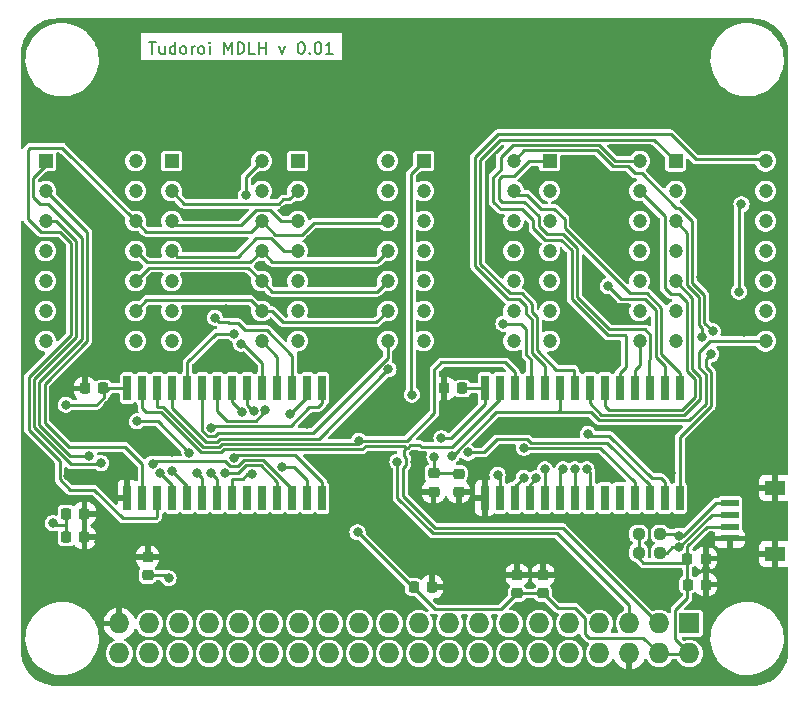
<source format=gtl>
%TF.GenerationSoftware,KiCad,Pcbnew,7.0.5*%
%TF.CreationDate,2023-07-27T20:23:40+03:00*%
%TF.ProjectId,ltp_kikad,6c74705f-6b69-46b6-9164-2e6b69636164,rev?*%
%TF.SameCoordinates,Original*%
%TF.FileFunction,Copper,L1,Top*%
%TF.FilePolarity,Positive*%
%FSLAX46Y46*%
G04 Gerber Fmt 4.6, Leading zero omitted, Abs format (unit mm)*
G04 Created by KiCad (PCBNEW 7.0.5) date 2023-07-27 20:23:40*
%MOMM*%
%LPD*%
G01*
G04 APERTURE LIST*
G04 Aperture macros list*
%AMRoundRect*
0 Rectangle with rounded corners*
0 $1 Rounding radius*
0 $2 $3 $4 $5 $6 $7 $8 $9 X,Y pos of 4 corners*
0 Add a 4 corners polygon primitive as box body*
4,1,4,$2,$3,$4,$5,$6,$7,$8,$9,$2,$3,0*
0 Add four circle primitives for the rounded corners*
1,1,$1+$1,$2,$3*
1,1,$1+$1,$4,$5*
1,1,$1+$1,$6,$7*
1,1,$1+$1,$8,$9*
0 Add four rect primitives between the rounded corners*
20,1,$1+$1,$2,$3,$4,$5,0*
20,1,$1+$1,$4,$5,$6,$7,0*
20,1,$1+$1,$6,$7,$8,$9,0*
20,1,$1+$1,$8,$9,$2,$3,0*%
G04 Aperture macros list end*
%ADD10C,0.187500*%
%TA.AperFunction,NonConductor*%
%ADD11C,0.187500*%
%TD*%
%TA.AperFunction,ComponentPad*%
%ADD12R,1.200000X1.200000*%
%TD*%
%TA.AperFunction,ComponentPad*%
%ADD13C,1.200000*%
%TD*%
%TA.AperFunction,SMDPad,CuDef*%
%ADD14RoundRect,0.225000X-0.225000X-0.250000X0.225000X-0.250000X0.225000X0.250000X-0.225000X0.250000X0*%
%TD*%
%TA.AperFunction,SMDPad,CuDef*%
%ADD15R,1.550000X0.600000*%
%TD*%
%TA.AperFunction,SMDPad,CuDef*%
%ADD16R,1.800000X1.200000*%
%TD*%
%TA.AperFunction,SMDPad,CuDef*%
%ADD17RoundRect,0.225000X0.250000X-0.225000X0.250000X0.225000X-0.250000X0.225000X-0.250000X-0.225000X0*%
%TD*%
%TA.AperFunction,SMDPad,CuDef*%
%ADD18RoundRect,0.225000X-0.250000X0.225000X-0.250000X-0.225000X0.250000X-0.225000X0.250000X0.225000X0*%
%TD*%
%TA.AperFunction,SMDPad,CuDef*%
%ADD19RoundRect,0.225000X0.225000X0.250000X-0.225000X0.250000X-0.225000X-0.250000X0.225000X-0.250000X0*%
%TD*%
%TA.AperFunction,SMDPad,CuDef*%
%ADD20R,0.650000X2.100000*%
%TD*%
%TA.AperFunction,SMDPad,CuDef*%
%ADD21RoundRect,0.237500X-0.250000X-0.237500X0.250000X-0.237500X0.250000X0.237500X-0.250000X0.237500X0*%
%TD*%
%TA.AperFunction,ComponentPad*%
%ADD22R,1.727200X1.727200*%
%TD*%
%TA.AperFunction,ComponentPad*%
%ADD23O,1.727200X1.727200*%
%TD*%
%TA.AperFunction,ViaPad*%
%ADD24C,0.800000*%
%TD*%
%TA.AperFunction,Conductor*%
%ADD25C,0.250000*%
%TD*%
G04 APERTURE END LIST*
D10*
D11*
X129805593Y-55067869D02*
X130377021Y-55067869D01*
X130091307Y-56067869D02*
X130091307Y-55067869D01*
X131138926Y-55401202D02*
X131138926Y-56067869D01*
X130710355Y-55401202D02*
X130710355Y-55925011D01*
X130710355Y-55925011D02*
X130757974Y-56020250D01*
X130757974Y-56020250D02*
X130853212Y-56067869D01*
X130853212Y-56067869D02*
X130996069Y-56067869D01*
X130996069Y-56067869D02*
X131091307Y-56020250D01*
X131091307Y-56020250D02*
X131138926Y-55972630D01*
X132043688Y-56067869D02*
X132043688Y-55067869D01*
X132043688Y-56020250D02*
X131948450Y-56067869D01*
X131948450Y-56067869D02*
X131757974Y-56067869D01*
X131757974Y-56067869D02*
X131662736Y-56020250D01*
X131662736Y-56020250D02*
X131615117Y-55972630D01*
X131615117Y-55972630D02*
X131567498Y-55877392D01*
X131567498Y-55877392D02*
X131567498Y-55591678D01*
X131567498Y-55591678D02*
X131615117Y-55496440D01*
X131615117Y-55496440D02*
X131662736Y-55448821D01*
X131662736Y-55448821D02*
X131757974Y-55401202D01*
X131757974Y-55401202D02*
X131948450Y-55401202D01*
X131948450Y-55401202D02*
X132043688Y-55448821D01*
X132662736Y-56067869D02*
X132567498Y-56020250D01*
X132567498Y-56020250D02*
X132519879Y-55972630D01*
X132519879Y-55972630D02*
X132472260Y-55877392D01*
X132472260Y-55877392D02*
X132472260Y-55591678D01*
X132472260Y-55591678D02*
X132519879Y-55496440D01*
X132519879Y-55496440D02*
X132567498Y-55448821D01*
X132567498Y-55448821D02*
X132662736Y-55401202D01*
X132662736Y-55401202D02*
X132805593Y-55401202D01*
X132805593Y-55401202D02*
X132900831Y-55448821D01*
X132900831Y-55448821D02*
X132948450Y-55496440D01*
X132948450Y-55496440D02*
X132996069Y-55591678D01*
X132996069Y-55591678D02*
X132996069Y-55877392D01*
X132996069Y-55877392D02*
X132948450Y-55972630D01*
X132948450Y-55972630D02*
X132900831Y-56020250D01*
X132900831Y-56020250D02*
X132805593Y-56067869D01*
X132805593Y-56067869D02*
X132662736Y-56067869D01*
X133424641Y-56067869D02*
X133424641Y-55401202D01*
X133424641Y-55591678D02*
X133472260Y-55496440D01*
X133472260Y-55496440D02*
X133519879Y-55448821D01*
X133519879Y-55448821D02*
X133615117Y-55401202D01*
X133615117Y-55401202D02*
X133710355Y-55401202D01*
X134186546Y-56067869D02*
X134091308Y-56020250D01*
X134091308Y-56020250D02*
X134043689Y-55972630D01*
X134043689Y-55972630D02*
X133996070Y-55877392D01*
X133996070Y-55877392D02*
X133996070Y-55591678D01*
X133996070Y-55591678D02*
X134043689Y-55496440D01*
X134043689Y-55496440D02*
X134091308Y-55448821D01*
X134091308Y-55448821D02*
X134186546Y-55401202D01*
X134186546Y-55401202D02*
X134329403Y-55401202D01*
X134329403Y-55401202D02*
X134424641Y-55448821D01*
X134424641Y-55448821D02*
X134472260Y-55496440D01*
X134472260Y-55496440D02*
X134519879Y-55591678D01*
X134519879Y-55591678D02*
X134519879Y-55877392D01*
X134519879Y-55877392D02*
X134472260Y-55972630D01*
X134472260Y-55972630D02*
X134424641Y-56020250D01*
X134424641Y-56020250D02*
X134329403Y-56067869D01*
X134329403Y-56067869D02*
X134186546Y-56067869D01*
X134948451Y-56067869D02*
X134948451Y-55401202D01*
X134948451Y-55067869D02*
X134900832Y-55115488D01*
X134900832Y-55115488D02*
X134948451Y-55163107D01*
X134948451Y-55163107D02*
X134996070Y-55115488D01*
X134996070Y-55115488D02*
X134948451Y-55067869D01*
X134948451Y-55067869D02*
X134948451Y-55163107D01*
X136186546Y-56067869D02*
X136186546Y-55067869D01*
X136186546Y-55067869D02*
X136519879Y-55782154D01*
X136519879Y-55782154D02*
X136853212Y-55067869D01*
X136853212Y-55067869D02*
X136853212Y-56067869D01*
X137329403Y-56067869D02*
X137329403Y-55067869D01*
X137329403Y-55067869D02*
X137567498Y-55067869D01*
X137567498Y-55067869D02*
X137710355Y-55115488D01*
X137710355Y-55115488D02*
X137805593Y-55210726D01*
X137805593Y-55210726D02*
X137853212Y-55305964D01*
X137853212Y-55305964D02*
X137900831Y-55496440D01*
X137900831Y-55496440D02*
X137900831Y-55639297D01*
X137900831Y-55639297D02*
X137853212Y-55829773D01*
X137853212Y-55829773D02*
X137805593Y-55925011D01*
X137805593Y-55925011D02*
X137710355Y-56020250D01*
X137710355Y-56020250D02*
X137567498Y-56067869D01*
X137567498Y-56067869D02*
X137329403Y-56067869D01*
X138805593Y-56067869D02*
X138329403Y-56067869D01*
X138329403Y-56067869D02*
X138329403Y-55067869D01*
X139138927Y-56067869D02*
X139138927Y-55067869D01*
X139138927Y-55544059D02*
X139710355Y-55544059D01*
X139710355Y-56067869D02*
X139710355Y-55067869D01*
X140853213Y-55401202D02*
X141091308Y-56067869D01*
X141091308Y-56067869D02*
X141329403Y-55401202D01*
X142662737Y-55067869D02*
X142757975Y-55067869D01*
X142757975Y-55067869D02*
X142853213Y-55115488D01*
X142853213Y-55115488D02*
X142900832Y-55163107D01*
X142900832Y-55163107D02*
X142948451Y-55258345D01*
X142948451Y-55258345D02*
X142996070Y-55448821D01*
X142996070Y-55448821D02*
X142996070Y-55686916D01*
X142996070Y-55686916D02*
X142948451Y-55877392D01*
X142948451Y-55877392D02*
X142900832Y-55972630D01*
X142900832Y-55972630D02*
X142853213Y-56020250D01*
X142853213Y-56020250D02*
X142757975Y-56067869D01*
X142757975Y-56067869D02*
X142662737Y-56067869D01*
X142662737Y-56067869D02*
X142567499Y-56020250D01*
X142567499Y-56020250D02*
X142519880Y-55972630D01*
X142519880Y-55972630D02*
X142472261Y-55877392D01*
X142472261Y-55877392D02*
X142424642Y-55686916D01*
X142424642Y-55686916D02*
X142424642Y-55448821D01*
X142424642Y-55448821D02*
X142472261Y-55258345D01*
X142472261Y-55258345D02*
X142519880Y-55163107D01*
X142519880Y-55163107D02*
X142567499Y-55115488D01*
X142567499Y-55115488D02*
X142662737Y-55067869D01*
X143424642Y-55972630D02*
X143472261Y-56020250D01*
X143472261Y-56020250D02*
X143424642Y-56067869D01*
X143424642Y-56067869D02*
X143377023Y-56020250D01*
X143377023Y-56020250D02*
X143424642Y-55972630D01*
X143424642Y-55972630D02*
X143424642Y-56067869D01*
X144091308Y-55067869D02*
X144186546Y-55067869D01*
X144186546Y-55067869D02*
X144281784Y-55115488D01*
X144281784Y-55115488D02*
X144329403Y-55163107D01*
X144329403Y-55163107D02*
X144377022Y-55258345D01*
X144377022Y-55258345D02*
X144424641Y-55448821D01*
X144424641Y-55448821D02*
X144424641Y-55686916D01*
X144424641Y-55686916D02*
X144377022Y-55877392D01*
X144377022Y-55877392D02*
X144329403Y-55972630D01*
X144329403Y-55972630D02*
X144281784Y-56020250D01*
X144281784Y-56020250D02*
X144186546Y-56067869D01*
X144186546Y-56067869D02*
X144091308Y-56067869D01*
X144091308Y-56067869D02*
X143996070Y-56020250D01*
X143996070Y-56020250D02*
X143948451Y-55972630D01*
X143948451Y-55972630D02*
X143900832Y-55877392D01*
X143900832Y-55877392D02*
X143853213Y-55686916D01*
X143853213Y-55686916D02*
X143853213Y-55448821D01*
X143853213Y-55448821D02*
X143900832Y-55258345D01*
X143900832Y-55258345D02*
X143948451Y-55163107D01*
X143948451Y-55163107D02*
X143996070Y-55115488D01*
X143996070Y-55115488D02*
X144091308Y-55067869D01*
X145377022Y-56067869D02*
X144805594Y-56067869D01*
X145091308Y-56067869D02*
X145091308Y-55067869D01*
X145091308Y-55067869D02*
X144996070Y-55210726D01*
X144996070Y-55210726D02*
X144900832Y-55305964D01*
X144900832Y-55305964D02*
X144805594Y-55353583D01*
D12*
%TO.P,DS6,1,ANODE_COLUMN_2*%
%TO.N,2_an3*%
X174407900Y-65151000D03*
D13*
%TO.P,DS6,2,CATHODE_ROW_1*%
%TO.N,2_ca0*%
X174407900Y-67691000D03*
%TO.P,DS6,3,CATHODE_ROW_3*%
%TO.N,2_ca2*%
X174407900Y-70231000D03*
%TO.P,DS6,4,CATHODE_ROW_4*%
%TO.N,2_ca3*%
X174407900Y-72771000D03*
%TO.P,DS6,5,ANODE_COLUMN_1*%
%TO.N,2_an4*%
X174407900Y-75311000D03*
%TO.P,DS6,6,NO_PIN*%
%TO.N,unconnected-(DS6-NO_PIN-Pad6)*%
X174407900Y-77851000D03*
%TO.P,DS6,7,ANODE_DECIMAL_POINT*%
%TO.N,unconnected-(DS6-ANODE_DECIMAL_POINT-Pad7)*%
X174407900Y-80391000D03*
%TO.P,DS6,8,ANODE_COLUMN_3*%
%TO.N,2_an2*%
X182027900Y-80391000D03*
%TO.P,DS6,9,CATHODE_ROW_7*%
%TO.N,2_ca6*%
X182027900Y-77851000D03*
%TO.P,DS6,10,CATHODE_ROW_6*%
%TO.N,2_ca5*%
X182027900Y-75311000D03*
%TO.P,DS6,11,CATHODE__ROW_5*%
%TO.N,2_ca4*%
X182027900Y-72771000D03*
%TO.P,DS6,12,CAATHODE_ROW_2*%
%TO.N,2_ca1*%
X182027900Y-70231000D03*
%TO.P,DS6,13,ANODE_COLUMN_5*%
%TO.N,2_an0*%
X182027900Y-67691000D03*
%TO.P,DS6,14,ANODE_COLUMN_4*%
%TO.N,2_an1*%
X182027900Y-65151000D03*
%TD*%
D12*
%TO.P,DS3,1,ANODE_COLUMN_2*%
%TO.N,an3*%
X142403900Y-65148600D03*
D13*
%TO.P,DS3,2,CATHODE_ROW_1*%
%TO.N,ca0*%
X142403900Y-67688600D03*
%TO.P,DS3,3,CATHODE_ROW_3*%
%TO.N,ca2*%
X142403900Y-70228600D03*
%TO.P,DS3,4,CATHODE_ROW_4*%
%TO.N,ca3*%
X142403900Y-72768600D03*
%TO.P,DS3,5,ANODE_COLUMN_1*%
%TO.N,an4*%
X142403900Y-75308600D03*
%TO.P,DS3,6,NO_PIN*%
%TO.N,unconnected-(DS3-NO_PIN-Pad6)*%
X142403900Y-77848600D03*
%TO.P,DS3,7,ANODE_DECIMAL_POINT*%
%TO.N,unconnected-(DS3-ANODE_DECIMAL_POINT-Pad7)*%
X142403900Y-80388600D03*
%TO.P,DS3,8,ANODE_COLUMN_3*%
%TO.N,an2*%
X150023900Y-80388600D03*
%TO.P,DS3,9,CATHODE_ROW_7*%
%TO.N,ca6*%
X150023900Y-77848600D03*
%TO.P,DS3,10,CATHODE_ROW_6*%
%TO.N,ca5*%
X150023900Y-75308600D03*
%TO.P,DS3,11,CATHODE__ROW_5*%
%TO.N,ca4*%
X150023900Y-72768600D03*
%TO.P,DS3,12,CAATHODE_ROW_2*%
%TO.N,ca1*%
X150023900Y-70228600D03*
%TO.P,DS3,13,ANODE_COLUMN_5*%
%TO.N,an0*%
X150023900Y-67688600D03*
%TO.P,DS3,14,ANODE_COLUMN_4*%
%TO.N,an1*%
X150023900Y-65148600D03*
%TD*%
D14*
%TO.P,C11,1*%
%TO.N,+5V*%
X175437000Y-101000000D03*
%TO.P,C11,2*%
%TO.N,GND*%
X176987000Y-101000000D03*
%TD*%
D15*
%TO.P,J1,1,1*%
%TO.N,GND*%
X178987000Y-97100000D03*
%TO.P,J1,2,2*%
%TO.N,+5V*%
X178987000Y-96100000D03*
%TO.P,J1,3,3*%
%TO.N,SDA*%
X178987000Y-95100000D03*
%TO.P,J1,4,4*%
%TO.N,SCL*%
X178987000Y-94100000D03*
D16*
%TO.P,J1,S1,SHIELD*%
%TO.N,GND*%
X182862000Y-98400000D03*
%TO.P,J1,S2,SHIELD*%
X182862000Y-92800000D03*
%TD*%
D17*
%TO.P,C9,1*%
%TO.N,+5V*%
X160987000Y-101750000D03*
%TO.P,C9,2*%
%TO.N,GND*%
X160987000Y-100200000D03*
%TD*%
D18*
%TO.P,C7,1*%
%TO.N,+5V*%
X156037000Y-91615000D03*
%TO.P,C7,2*%
%TO.N,GND*%
X156037000Y-93165000D03*
%TD*%
D19*
%TO.P,C5,1*%
%TO.N,GND*%
X124362000Y-97000000D03*
%TO.P,C5,2*%
%TO.N,+5V*%
X122812000Y-97000000D03*
%TD*%
%TO.P,C13,1*%
%TO.N,+5V*%
X125962000Y-84400000D03*
%TO.P,C13,2*%
%TO.N,GND*%
X124412000Y-84400000D03*
%TD*%
D20*
%TO.P,IC1,1,VSS*%
%TO.N,GND*%
X127988900Y-93661600D03*
%TO.P,IC1,2,COM0/AD*%
%TO.N,ca0*%
X129258900Y-93661600D03*
%TO.P,IC1,3,COM1/KS0*%
%TO.N,ca1*%
X130528900Y-93661600D03*
%TO.P,IC1,4,COM2/KS1*%
%TO.N,ca2*%
X131798900Y-93661600D03*
%TO.P,IC1,5,COM3/KS2*%
%TO.N,ca3*%
X133068900Y-93661600D03*
%TO.P,IC1,6,COM4*%
%TO.N,ca4*%
X134338900Y-93661600D03*
%TO.P,IC1,7,COM5*%
%TO.N,ca5*%
X135608900Y-93661600D03*
%TO.P,IC1,8,COM6*%
%TO.N,ca6*%
X136878900Y-93661600D03*
%TO.P,IC1,9,COM7*%
%TO.N,unconnected-(IC1-COM7-Pad9)*%
X138148900Y-93661600D03*
%TO.P,IC1,10,ROW15/K13/INT*%
%TO.N,unconnected-(IC1-ROW15{slash}K13{slash}INT-Pad10)*%
X139418900Y-93661600D03*
%TO.P,IC1,11,ROW14/K12*%
%TO.N,an14*%
X140688900Y-93661600D03*
%TO.P,IC1,12,ROW13/K11*%
%TO.N,an13*%
X141958900Y-93661600D03*
%TO.P,IC1,13,ROW12/K10*%
%TO.N,an12*%
X143228900Y-93661600D03*
%TO.P,IC1,14,ROW11/K9*%
%TO.N,an11*%
X144498900Y-93661600D03*
%TO.P,IC1,15,ROW10/K8*%
%TO.N,an10*%
X144498900Y-84361600D03*
%TO.P,IC1,16,ROW9/K7*%
%TO.N,an9*%
X143228900Y-84361600D03*
%TO.P,IC1,17,ROW8/K6*%
%TO.N,an8*%
X141958900Y-84361600D03*
%TO.P,IC1,18,ROW7/K5*%
%TO.N,an7*%
X140688900Y-84361600D03*
%TO.P,IC1,19,ROW6/K4*%
%TO.N,an6*%
X139418900Y-84361600D03*
%TO.P,IC1,20,ROW5/K3*%
%TO.N,an5*%
X138148900Y-84361600D03*
%TO.P,IC1,21,ROW4/K2*%
%TO.N,an4*%
X136878900Y-84361600D03*
%TO.P,IC1,22,ROW3/K1*%
%TO.N,an3*%
X135608900Y-84361600D03*
%TO.P,IC1,23,ROW2/A0*%
%TO.N,an2*%
X134338900Y-84361600D03*
%TO.P,IC1,24,ROW1/A1*%
%TO.N,an1*%
X133068900Y-84361600D03*
%TO.P,IC1,25,ROW0/A2*%
%TO.N,an0*%
X131798900Y-84361600D03*
%TO.P,IC1,26,SCL*%
%TO.N,SCL*%
X130528900Y-84361600D03*
%TO.P,IC1,27,SDA*%
%TO.N,SDA*%
X129258900Y-84361600D03*
%TO.P,IC1,28,VDD*%
%TO.N,+5V*%
X127988900Y-84361600D03*
%TD*%
D18*
%TO.P,C2,1*%
%TO.N,+5V*%
X153913900Y-91586600D03*
%TO.P,C2,2*%
%TO.N,GND*%
X153913900Y-93136600D03*
%TD*%
D21*
%TO.P,R1,1*%
%TO.N,+5V*%
X171274500Y-98300000D03*
%TO.P,R1,2*%
%TO.N,SDA*%
X173099500Y-98300000D03*
%TD*%
D12*
%TO.P,DS5,1,ANODE_COLUMN_2*%
%TO.N,2_an8*%
X163739900Y-65148600D03*
D13*
%TO.P,DS5,2,CATHODE_ROW_1*%
%TO.N,2_ca0*%
X163739900Y-67688600D03*
%TO.P,DS5,3,CATHODE_ROW_3*%
%TO.N,2_ca2*%
X163739900Y-70228600D03*
%TO.P,DS5,4,CATHODE_ROW_4*%
%TO.N,2_ca3*%
X163739900Y-72768600D03*
%TO.P,DS5,5,ANODE_COLUMN_1*%
%TO.N,2_an9*%
X163739900Y-75308600D03*
%TO.P,DS5,6,NO_PIN*%
%TO.N,unconnected-(DS5-NO_PIN-Pad6)*%
X163739900Y-77848600D03*
%TO.P,DS5,7,ANODE_DECIMAL_POINT*%
%TO.N,unconnected-(DS5-ANODE_DECIMAL_POINT-Pad7)*%
X163739900Y-80388600D03*
%TO.P,DS5,8,ANODE_COLUMN_3*%
%TO.N,2_an7*%
X171359900Y-80388600D03*
%TO.P,DS5,9,CATHODE_ROW_7*%
%TO.N,2_ca6*%
X171359900Y-77848600D03*
%TO.P,DS5,10,CATHODE_ROW_6*%
%TO.N,2_ca5*%
X171359900Y-75308600D03*
%TO.P,DS5,11,CATHODE__ROW_5*%
%TO.N,2_ca4*%
X171359900Y-72768600D03*
%TO.P,DS5,12,CAATHODE_ROW_2*%
%TO.N,2_ca1*%
X171359900Y-70228600D03*
%TO.P,DS5,13,ANODE_COLUMN_5*%
%TO.N,2_an5*%
X171359900Y-67688600D03*
%TO.P,DS5,14,ANODE_COLUMN_4*%
%TO.N,2_an6*%
X171359900Y-65148600D03*
%TD*%
D12*
%TO.P,DS2,1,ANODE_COLUMN_2*%
%TO.N,an8*%
X131735900Y-65148600D03*
D13*
%TO.P,DS2,2,CATHODE_ROW_1*%
%TO.N,ca0*%
X131735900Y-67688600D03*
%TO.P,DS2,3,CATHODE_ROW_3*%
%TO.N,ca2*%
X131735900Y-70228600D03*
%TO.P,DS2,4,CATHODE_ROW_4*%
%TO.N,ca3*%
X131735900Y-72768600D03*
%TO.P,DS2,5,ANODE_COLUMN_1*%
%TO.N,an9*%
X131735900Y-75308600D03*
%TO.P,DS2,6,NO_PIN*%
%TO.N,unconnected-(DS2-NO_PIN-Pad6)*%
X131735900Y-77848600D03*
%TO.P,DS2,7,ANODE_DECIMAL_POINT*%
%TO.N,unconnected-(DS2-ANODE_DECIMAL_POINT-Pad7)*%
X131735900Y-80388600D03*
%TO.P,DS2,8,ANODE_COLUMN_3*%
%TO.N,an7*%
X139355900Y-80388600D03*
%TO.P,DS2,9,CATHODE_ROW_7*%
%TO.N,ca6*%
X139355900Y-77848600D03*
%TO.P,DS2,10,CATHODE_ROW_6*%
%TO.N,ca5*%
X139355900Y-75308600D03*
%TO.P,DS2,11,CATHODE__ROW_5*%
%TO.N,ca4*%
X139355900Y-72768600D03*
%TO.P,DS2,12,CAATHODE_ROW_2*%
%TO.N,ca1*%
X139355900Y-70228600D03*
%TO.P,DS2,13,ANODE_COLUMN_5*%
%TO.N,an6*%
X139355900Y-67688600D03*
%TO.P,DS2,14,ANODE_COLUMN_4*%
%TO.N,an5*%
X139355900Y-65148600D03*
%TD*%
D12*
%TO.P,DS1,1,ANODE_COLUMN_2*%
%TO.N,an13*%
X121067900Y-65148600D03*
D13*
%TO.P,DS1,2,CATHODE_ROW_1*%
%TO.N,ca0*%
X121067900Y-67688600D03*
%TO.P,DS1,3,CATHODE_ROW_3*%
%TO.N,ca2*%
X121067900Y-70228600D03*
%TO.P,DS1,4,CATHODE_ROW_4*%
%TO.N,ca3*%
X121067900Y-72768600D03*
%TO.P,DS1,5,ANODE_COLUMN_1*%
%TO.N,an14*%
X121067900Y-75308600D03*
%TO.P,DS1,6,NO_PIN*%
%TO.N,unconnected-(DS1-NO_PIN-Pad6)*%
X121067900Y-77848600D03*
%TO.P,DS1,7,ANODE_DECIMAL_POINT*%
%TO.N,unconnected-(DS1-ANODE_DECIMAL_POINT-Pad7)*%
X121067900Y-80388600D03*
%TO.P,DS1,8,ANODE_COLUMN_3*%
%TO.N,an12*%
X128687900Y-80388600D03*
%TO.P,DS1,9,CATHODE_ROW_7*%
%TO.N,ca6*%
X128687900Y-77848600D03*
%TO.P,DS1,10,CATHODE_ROW_6*%
%TO.N,ca5*%
X128687900Y-75308600D03*
%TO.P,DS1,11,CATHODE__ROW_5*%
%TO.N,ca4*%
X128687900Y-72768600D03*
%TO.P,DS1,12,CAATHODE_ROW_2*%
%TO.N,ca1*%
X128687900Y-70228600D03*
%TO.P,DS1,13,ANODE_COLUMN_5*%
%TO.N,an10*%
X128687900Y-67688600D03*
%TO.P,DS1,14,ANODE_COLUMN_4*%
%TO.N,an11*%
X128687900Y-65148600D03*
%TD*%
D14*
%TO.P,C1,1*%
%TO.N,+5V*%
X122812000Y-95000000D03*
%TO.P,C1,2*%
%TO.N,GND*%
X124362000Y-95000000D03*
%TD*%
D22*
%TO.P,J2,1,3.3V*%
%TO.N,unconnected-(J2-3.3V-Pad1)*%
X175580000Y-104300000D03*
D23*
%TO.P,J2,2,5V*%
%TO.N,+5V*%
X175580000Y-106840000D03*
%TO.P,J2,3,BCM2_SDA*%
%TO.N,SDA*%
X173040000Y-104300000D03*
%TO.P,J2,4,5V*%
%TO.N,+5V*%
X173040000Y-106840000D03*
%TO.P,J2,5,BCM3_SCL*%
%TO.N,SCL*%
X170500000Y-104300000D03*
%TO.P,J2,6,GND*%
%TO.N,GND*%
X170500000Y-106840000D03*
%TO.P,J2,7,BCM4_GPCLK0*%
%TO.N,unconnected-(J2-BCM4_GPCLK0-Pad7)*%
X167960000Y-104300000D03*
%TO.P,J2,8,BCM14_TXD*%
%TO.N,unconnected-(J2-BCM14_TXD-Pad8)*%
X167960000Y-106840000D03*
%TO.P,J2,9,GND*%
%TO.N,unconnected-(J2-GND-Pad9)*%
X165420000Y-104300000D03*
%TO.P,J2,10,BCM15_RXD*%
%TO.N,unconnected-(J2-BCM15_RXD-Pad10)*%
X165420000Y-106840000D03*
%TO.P,J2,11,BCM17*%
%TO.N,unconnected-(J2-BCM17-Pad11)*%
X162880000Y-104300000D03*
%TO.P,J2,12,BCM18_PCM_C*%
%TO.N,unconnected-(J2-BCM18_PCM_C-Pad12)*%
X162880000Y-106840000D03*
%TO.P,J2,13,BCM27*%
%TO.N,unconnected-(J2-BCM27-Pad13)*%
X160340000Y-104300000D03*
%TO.P,J2,14,GND*%
%TO.N,unconnected-(J2-GND-Pad14)*%
X160340000Y-106840000D03*
%TO.P,J2,15,BCM22*%
%TO.N,unconnected-(J2-BCM22-Pad15)*%
X157800000Y-104300000D03*
%TO.P,J2,16,BCM23*%
%TO.N,unconnected-(J2-BCM23-Pad16)*%
X157800000Y-106840000D03*
%TO.P,J2,17,3.3V*%
%TO.N,unconnected-(J2-3.3V-Pad17)*%
X155260000Y-104300000D03*
%TO.P,J2,18,BCM24*%
%TO.N,unconnected-(J2-BCM24-Pad18)*%
X155260000Y-106840000D03*
%TO.P,J2,19,BCM10_MOSI*%
%TO.N,unconnected-(J2-BCM10_MOSI-Pad19)*%
X152720000Y-104300000D03*
%TO.P,J2,20,GND*%
%TO.N,unconnected-(J2-GND-Pad20)*%
X152720000Y-106840000D03*
%TO.P,J2,21,BCM9_MISO*%
%TO.N,unconnected-(J2-BCM9_MISO-Pad21)*%
X150180000Y-104300000D03*
%TO.P,J2,22,BCM25*%
%TO.N,unconnected-(J2-BCM25-Pad22)*%
X150180000Y-106840000D03*
%TO.P,J2,23,BCM11_SCLK*%
%TO.N,unconnected-(J2-BCM11_SCLK-Pad23)*%
X147640000Y-104300000D03*
%TO.P,J2,24,BCM8_CE0*%
%TO.N,unconnected-(J2-BCM8_CE0-Pad24)*%
X147640000Y-106840000D03*
%TO.P,J2,25,GND*%
%TO.N,unconnected-(J2-GND-Pad25)*%
X145100000Y-104300000D03*
%TO.P,J2,26,BCM7_CE1*%
%TO.N,unconnected-(J2-BCM7_CE1-Pad26)*%
X145100000Y-106840000D03*
%TO.P,J2,27,BCM0_ID_SD*%
%TO.N,unconnected-(J2-BCM0_ID_SD-Pad27)*%
X142560000Y-104300000D03*
%TO.P,J2,28,BCM1_ID_SC*%
%TO.N,unconnected-(J2-BCM1_ID_SC-Pad28)*%
X142560000Y-106840000D03*
%TO.P,J2,29,BCM5*%
%TO.N,unconnected-(J2-BCM5-Pad29)*%
X140020000Y-104300000D03*
%TO.P,J2,30,GND*%
%TO.N,unconnected-(J2-GND-Pad30)*%
X140020000Y-106840000D03*
%TO.P,J2,31,BCM6*%
%TO.N,unconnected-(J2-BCM6-Pad31)*%
X137480000Y-104300000D03*
%TO.P,J2,32,BCM12_PWM0*%
%TO.N,unconnected-(J2-BCM12_PWM0-Pad32)*%
X137480000Y-106840000D03*
%TO.P,J2,33,BCM13_PWM1*%
%TO.N,unconnected-(J2-BCM13_PWM1-Pad33)*%
X134940000Y-104300000D03*
%TO.P,J2,34,GND*%
%TO.N,unconnected-(J2-GND-Pad34)*%
X134940000Y-106840000D03*
%TO.P,J2,35,BCM19_MISO_PCM_FS*%
%TO.N,unconnected-(J2-BCM19_MISO_PCM_FS-Pad35)*%
X132400000Y-104300000D03*
%TO.P,J2,36,BCM16*%
%TO.N,unconnected-(J2-BCM16-Pad36)*%
X132400000Y-106840000D03*
%TO.P,J2,37,BCM26*%
%TO.N,unconnected-(J2-BCM26-Pad37)*%
X129860000Y-104300000D03*
%TO.P,J2,38,BCM20_MOSI_PCM_DI*%
%TO.N,unconnected-(J2-BCM20_MOSI_PCM_DI-Pad38)*%
X129860000Y-106840000D03*
%TO.P,J2,39,GND*%
%TO.N,GND*%
X127320000Y-104300000D03*
%TO.P,J2,40,BCM21_SCLK_PCM_DO*%
%TO.N,unconnected-(J2-BCM21_SCLK_PCM_DO-Pad40)*%
X127320000Y-106840000D03*
%TD*%
D14*
%TO.P,C17,1*%
%TO.N,+5V*%
X152237000Y-101200000D03*
%TO.P,C17,2*%
%TO.N,GND*%
X153787000Y-101200000D03*
%TD*%
D18*
%TO.P,C6,1*%
%TO.N,GND*%
X129703900Y-98663600D03*
%TO.P,C6,2*%
%TO.N,+5V*%
X129703900Y-100213600D03*
%TD*%
D14*
%TO.P,C8,1*%
%TO.N,+5V*%
X175412000Y-98800000D03*
%TO.P,C8,2*%
%TO.N,GND*%
X176962000Y-98800000D03*
%TD*%
D12*
%TO.P,DS4,1,ANODE_COLUMN_2*%
%TO.N,2_an13*%
X153071900Y-65148600D03*
D13*
%TO.P,DS4,2,CATHODE_ROW_1*%
%TO.N,2_ca0*%
X153071900Y-67688600D03*
%TO.P,DS4,3,CATHODE_ROW_3*%
%TO.N,2_ca2*%
X153071900Y-70228600D03*
%TO.P,DS4,4,CATHODE_ROW_4*%
%TO.N,2_ca3*%
X153071900Y-72768600D03*
%TO.P,DS4,5,ANODE_COLUMN_1*%
%TO.N,2_an14*%
X153071900Y-75308600D03*
%TO.P,DS4,6,NO_PIN*%
%TO.N,unconnected-(DS4-NO_PIN-Pad6)*%
X153071900Y-77848600D03*
%TO.P,DS4,7,ANODE_DECIMAL_POINT*%
%TO.N,unconnected-(DS4-ANODE_DECIMAL_POINT-Pad7)*%
X153071900Y-80388600D03*
%TO.P,DS4,8,ANODE_COLUMN_3*%
%TO.N,2_an12*%
X160691900Y-80388600D03*
%TO.P,DS4,9,CATHODE_ROW_7*%
%TO.N,2_ca6*%
X160691900Y-77848600D03*
%TO.P,DS4,10,CATHODE_ROW_6*%
%TO.N,2_ca5*%
X160691900Y-75308600D03*
%TO.P,DS4,11,CATHODE__ROW_5*%
%TO.N,2_ca4*%
X160691900Y-72768600D03*
%TO.P,DS4,12,CAATHODE_ROW_2*%
%TO.N,2_ca1*%
X160691900Y-70228600D03*
%TO.P,DS4,13,ANODE_COLUMN_5*%
%TO.N,2_an10*%
X160691900Y-67688600D03*
%TO.P,DS4,14,ANODE_COLUMN_4*%
%TO.N,2_an11*%
X160691900Y-65148600D03*
%TD*%
D19*
%TO.P,C12,1*%
%TO.N,+5V*%
X156362000Y-84400000D03*
%TO.P,C12,2*%
%TO.N,GND*%
X154812000Y-84400000D03*
%TD*%
D21*
%TO.P,R3,1*%
%TO.N,+5V*%
X171274500Y-96700000D03*
%TO.P,R3,2*%
%TO.N,SCL*%
X173099500Y-96700000D03*
%TD*%
D20*
%TO.P,IC2,1,VSS*%
%TO.N,GND*%
X158258900Y-93661600D03*
%TO.P,IC2,2,COM0/AD*%
%TO.N,2_ca0*%
X159528900Y-93661600D03*
%TO.P,IC2,3,COM1/KS0*%
%TO.N,2_ca1*%
X160798900Y-93661600D03*
%TO.P,IC2,4,COM2/KS1*%
%TO.N,2_ca2*%
X162068900Y-93661600D03*
%TO.P,IC2,5,COM3/KS2*%
%TO.N,2_ca3*%
X163338900Y-93661600D03*
%TO.P,IC2,6,COM4*%
%TO.N,2_ca4*%
X164608900Y-93661600D03*
%TO.P,IC2,7,COM5*%
%TO.N,2_ca5*%
X165878900Y-93661600D03*
%TO.P,IC2,8,COM6*%
%TO.N,2_ca6*%
X167148900Y-93661600D03*
%TO.P,IC2,9,COM7*%
%TO.N,unconnected-(IC2-COM7-Pad9)*%
X168418900Y-93661600D03*
%TO.P,IC2,10,ROW15/K13/INT*%
%TO.N,unconnected-(IC2-ROW15{slash}K13{slash}INT-Pad10)*%
X169688900Y-93661600D03*
%TO.P,IC2,11,ROW14/K12*%
%TO.N,2_an14*%
X170958900Y-93661600D03*
%TO.P,IC2,12,ROW13/K11*%
%TO.N,2_an13*%
X172228900Y-93661600D03*
%TO.P,IC2,13,ROW12/K10*%
%TO.N,2_an12*%
X173498900Y-93661600D03*
%TO.P,IC2,14,ROW11/K9*%
%TO.N,2_an11*%
X174768900Y-93661600D03*
%TO.P,IC2,15,ROW10/K8*%
%TO.N,2_an10*%
X174768900Y-84361600D03*
%TO.P,IC2,16,ROW9/K7*%
%TO.N,2_an9*%
X173498900Y-84361600D03*
%TO.P,IC2,17,ROW8/K6*%
%TO.N,2_an8*%
X172228900Y-84361600D03*
%TO.P,IC2,18,ROW7/K5*%
%TO.N,2_an7*%
X170958900Y-84361600D03*
%TO.P,IC2,19,ROW6/K4*%
%TO.N,2_an6*%
X169688900Y-84361600D03*
%TO.P,IC2,20,ROW5/K3*%
%TO.N,2_an5*%
X168418900Y-84361600D03*
%TO.P,IC2,21,ROW4/K2*%
%TO.N,2_an4*%
X167148900Y-84361600D03*
%TO.P,IC2,22,ROW3/K1*%
%TO.N,2_an3*%
X165878900Y-84361600D03*
%TO.P,IC2,23,ROW2/A0*%
%TO.N,2_an2*%
X164608900Y-84361600D03*
%TO.P,IC2,24,ROW1/A1*%
%TO.N,2_an1*%
X163338900Y-84361600D03*
%TO.P,IC2,25,ROW0/A2*%
%TO.N,2_an0*%
X162068900Y-84361600D03*
%TO.P,IC2,26,SCL*%
%TO.N,SCL*%
X160798900Y-84361600D03*
%TO.P,IC2,27,SDA*%
%TO.N,SDA*%
X159528900Y-84361600D03*
%TO.P,IC2,28,VDD*%
%TO.N,+5V*%
X158258900Y-84361600D03*
%TD*%
D17*
%TO.P,C10,1*%
%TO.N,+5V*%
X163187000Y-101750000D03*
%TO.P,C10,2*%
%TO.N,GND*%
X163187000Y-100200000D03*
%TD*%
D24*
%TO.N,2_an13*%
X152077000Y-84930000D03*
X156826653Y-89821341D03*
%TO.N,2_ca0*%
X159338900Y-91694000D03*
%TO.N,2_ca2*%
X162614400Y-91988419D03*
X176677143Y-80011063D03*
%TO.N,2_ca3*%
X163338900Y-91261100D03*
%TO.N,2_an14*%
X161556503Y-89430497D03*
%TO.N,2_an12*%
X166987000Y-88255997D03*
%TO.N,2_ca6*%
X166878403Y-91261100D03*
%TO.N,2_ca5*%
X165878900Y-91261100D03*
%TO.N,2_ca4*%
X164879397Y-91261100D03*
%TO.N,2_ca1*%
X161544000Y-91948000D03*
%TO.N,2_an11*%
X177402000Y-81500923D03*
X177575223Y-79571850D03*
%TO.N,2_an9*%
X168683096Y-75727100D03*
%TO.N,2_an2*%
X155452710Y-90100245D03*
%TO.N,2_an0*%
X179987000Y-68800000D03*
X159835982Y-78911772D03*
X179787000Y-76200000D03*
%TO.N,+5V*%
X154583857Y-88603143D03*
X122772000Y-85784328D03*
X153987000Y-90200000D03*
X147479700Y-96570800D03*
X131481900Y-100454600D03*
X121688900Y-95800000D03*
%TO.N,GND*%
X143987000Y-90600000D03*
X158587000Y-102000000D03*
X122587000Y-66400000D03*
X152311500Y-90600000D03*
X131787000Y-89800000D03*
X178187000Y-62000000D03*
X153187000Y-83000000D03*
X168487000Y-72800000D03*
X124987000Y-69400000D03*
X180187000Y-79600000D03*
X127187000Y-97400000D03*
X119587000Y-100200000D03*
X173987000Y-88000000D03*
X129787000Y-97400000D03*
X143499299Y-71712299D03*
X169687000Y-87900000D03*
X155987000Y-94800000D03*
X158187000Y-97800000D03*
X127635000Y-74041000D03*
X133985000Y-79756000D03*
X177187000Y-97600000D03*
X162187000Y-98600000D03*
X133787000Y-96000000D03*
X155587000Y-101800000D03*
X168587000Y-109000000D03*
X155787000Y-83200000D03*
X167787000Y-102000000D03*
X180787000Y-72200000D03*
X166287000Y-70100000D03*
X176987000Y-102200000D03*
X159187000Y-73000000D03*
X160587000Y-90600000D03*
X136387000Y-69600000D03*
X122187000Y-74000000D03*
X170587000Y-100200000D03*
X180187000Y-81600000D03*
X135787000Y-81400000D03*
X182987000Y-85200000D03*
X182987000Y-91000000D03*
X151987000Y-96200000D03*
X154987000Y-79800000D03*
X135487000Y-62000000D03*
X174187000Y-101600000D03*
X125587000Y-97400000D03*
X182987000Y-88000000D03*
X163587000Y-87800000D03*
X125735500Y-75200000D03*
X157187000Y-77800000D03*
X156887000Y-62000000D03*
X127387000Y-102200000D03*
X126365000Y-81407000D03*
X131187000Y-99200000D03*
X155387000Y-73000000D03*
X178587000Y-77400000D03*
X136387000Y-77648100D03*
X170587000Y-109000000D03*
X119387000Y-71200000D03*
X139110499Y-74038600D03*
X141285392Y-69320866D03*
X126387000Y-85800000D03*
X167487000Y-62000000D03*
X182987000Y-100000000D03*
X158187000Y-88600000D03*
X153783857Y-87803143D03*
X146087000Y-62000000D03*
X119587000Y-92800000D03*
X149787000Y-91800000D03*
X155587000Y-85600000D03*
X119587000Y-96000000D03*
X173987000Y-91600000D03*
X133350000Y-67945000D03*
X169587000Y-64200000D03*
X152587000Y-100000000D03*
X130187000Y-79200000D03*
X166878000Y-65405000D03*
X163787000Y-109000000D03*
X119387000Y-76600000D03*
X169187000Y-81600000D03*
X124987000Y-62000000D03*
X119387000Y-81600000D03*
X166187000Y-100000000D03*
X119587000Y-89600000D03*
X164587000Y-98400000D03*
X176987000Y-99800000D03*
X181187000Y-76600000D03*
X122987000Y-91800000D03*
X164987000Y-78800000D03*
X155587000Y-66400000D03*
X150587000Y-98200000D03*
X122187000Y-84600000D03*
X166987000Y-96600000D03*
X178435000Y-69469000D03*
X136387000Y-72200000D03*
X168645299Y-91658299D03*
X143187000Y-87400000D03*
X150387000Y-86200000D03*
X168987000Y-78200000D03*
X176587000Y-75000000D03*
X146587000Y-88000000D03*
X158787000Y-65400000D03*
X166187000Y-109000000D03*
X122187000Y-79000000D03*
X125787000Y-96000000D03*
X155387000Y-70600000D03*
X166287000Y-67700000D03*
X176787000Y-72600000D03*
X126187000Y-92200000D03*
%TO.N,SCL*%
X150862500Y-90600000D03*
X174673426Y-96853449D03*
X147587000Y-88821500D03*
%TO.N,SDA*%
X174687500Y-97863974D03*
%TO.N,ca2*%
X125787000Y-90724500D03*
X130756553Y-91537378D03*
%TO.N,ca3*%
X131740990Y-91364493D03*
%TO.N,ca4*%
X133876150Y-91548850D03*
%TO.N,ca5*%
X133245449Y-89824100D03*
X135040699Y-91526899D03*
X128787000Y-87187100D03*
%TO.N,ca6*%
X138557000Y-91620500D03*
%TO.N,an13*%
X124787000Y-90101483D03*
X130125200Y-90762524D03*
%TO.N,an14*%
X136271000Y-91584366D03*
%TO.N,an12*%
X141101449Y-91054551D03*
%TO.N,an10*%
X135100697Y-87719703D03*
%TO.N,an11*%
X137033000Y-90270500D03*
%TO.N,an9*%
X141787000Y-86600000D03*
%TO.N,an8*%
X135387000Y-78400000D03*
%TO.N,an6*%
X137587000Y-80600000D03*
%TO.N,an5*%
X138049000Y-68034000D03*
X138675693Y-86287100D03*
%TO.N,an4*%
X137676601Y-86373899D03*
%TO.N,an3*%
X139673384Y-86226948D03*
%TO.N,an1*%
X137032165Y-79768638D03*
%TO.N,an0*%
X150101601Y-82791601D03*
%TD*%
D25*
%TO.N,2_an13*%
X172228900Y-93661600D02*
X172228900Y-92598504D01*
X172228900Y-92598504D02*
X168610893Y-88980497D01*
X161856808Y-88705497D02*
X159281503Y-88705497D01*
X152019000Y-66201500D02*
X153071900Y-65148600D01*
X159281503Y-88705497D02*
X158165659Y-89821341D01*
X168610893Y-88980497D02*
X162131808Y-88980497D01*
X152077000Y-84930000D02*
X152019000Y-84872000D01*
X152019000Y-84872000D02*
X152019000Y-66201500D01*
X158165659Y-89821341D02*
X156826653Y-89821341D01*
X162131808Y-88980497D02*
X161856808Y-88705497D01*
%TO.N,2_ca0*%
X159528900Y-91884000D02*
X159528900Y-93661600D01*
X159338900Y-91694000D02*
X159528900Y-91884000D01*
%TO.N,2_ca2*%
X175387000Y-75653704D02*
X175387000Y-71207700D01*
X176403000Y-76669704D02*
X175387000Y-75653704D01*
X176677143Y-80011063D02*
X176677143Y-79310166D01*
X176677143Y-79310166D02*
X176403000Y-79036023D01*
X176403000Y-79036023D02*
X176403000Y-76669704D01*
X162614400Y-91988419D02*
X162068900Y-92533919D01*
X162068900Y-92533919D02*
X162068900Y-93661600D01*
X175387000Y-71207700D02*
X174407900Y-70228600D01*
%TO.N,2_ca3*%
X163338900Y-91261100D02*
X163338900Y-93661600D01*
%TO.N,2_an14*%
X170958900Y-93661600D02*
X170958900Y-92346595D01*
X168042802Y-89430497D02*
X161556503Y-89430497D01*
X170958900Y-92346595D02*
X168042802Y-89430497D01*
%TO.N,2_an12*%
X173187000Y-92000000D02*
X173498900Y-92311900D01*
X166987000Y-88255997D02*
X167131003Y-88400000D01*
X173498900Y-92311900D02*
X173498900Y-93661600D01*
X167131003Y-88400000D02*
X168791000Y-88400000D01*
X172391000Y-92000000D02*
X173187000Y-92000000D01*
X168791000Y-88400000D02*
X172391000Y-92000000D01*
%TO.N,2_ca6*%
X166878403Y-91261100D02*
X167148900Y-91531597D01*
X167148900Y-91531597D02*
X167148900Y-93661600D01*
%TO.N,2_ca5*%
X165878900Y-91261100D02*
X165878900Y-93661600D01*
%TO.N,2_ca4*%
X164608900Y-91531597D02*
X164608900Y-93661600D01*
X164879397Y-91261100D02*
X164608900Y-91531597D01*
%TO.N,2_ca1*%
X161544000Y-91948000D02*
X160798900Y-92693100D01*
X160798900Y-92693100D02*
X160798900Y-93661600D01*
%TO.N,2_an10*%
X171973396Y-76350000D02*
X170537000Y-76350000D01*
X174768900Y-83056595D02*
X173187000Y-81474695D01*
X174768900Y-84361600D02*
X174768900Y-83056595D01*
X170537000Y-76350000D02*
X165011724Y-70824724D01*
X164145112Y-69200000D02*
X163000600Y-69200000D01*
X165011724Y-70066612D02*
X164145112Y-69200000D01*
X161003300Y-68000000D02*
X160691900Y-67688600D01*
X173187000Y-77563604D02*
X171973396Y-76350000D01*
X161800600Y-68000000D02*
X161003300Y-68000000D01*
X165011724Y-70824724D02*
X165011724Y-70066612D01*
X173187000Y-81474695D02*
X173187000Y-77563604D01*
X163000600Y-69200000D02*
X161800600Y-68000000D01*
%TO.N,2_an11*%
X169103600Y-65598600D02*
X167728600Y-64223600D01*
X174675000Y-69088000D02*
X174475000Y-69088000D01*
X171587000Y-66200000D02*
X170987000Y-66200000D01*
X177393750Y-85878646D02*
X174768900Y-88503496D01*
X175837000Y-75467308D02*
X175837000Y-70250000D01*
X177393750Y-83029958D02*
X177393750Y-85878646D01*
X175837000Y-70250000D02*
X174675000Y-69088000D01*
X177575223Y-79571850D02*
X176853000Y-78849627D01*
X177402000Y-81500923D02*
X176987000Y-81915923D01*
X174475000Y-69088000D02*
X171587000Y-66200000D01*
X176987000Y-82623208D02*
X177393750Y-83029958D01*
X176987000Y-81915923D02*
X176987000Y-82623208D01*
X170385600Y-65598600D02*
X169103600Y-65598600D01*
X176853000Y-78849627D02*
X176853000Y-76483308D01*
X176853000Y-76483308D02*
X175837000Y-75467308D01*
X161616900Y-64223600D02*
X160691900Y-65148600D01*
X167728600Y-64223600D02*
X161616900Y-64223600D01*
X174768900Y-88503496D02*
X174768900Y-93661600D01*
X170987000Y-66200000D02*
X170385600Y-65598600D01*
%TO.N,2_an8*%
X162814900Y-70611748D02*
X163553152Y-71350000D01*
X163739900Y-65148600D02*
X162038400Y-65148600D01*
X171833224Y-79400000D02*
X172284900Y-79851676D01*
X163553152Y-71350000D02*
X164900604Y-71350000D01*
X162038400Y-65148600D02*
X160766000Y-66421000D01*
X172284900Y-79851676D02*
X172284900Y-81934296D01*
X159672600Y-68613600D02*
X161600600Y-68613600D01*
X166053076Y-76645076D02*
X168808000Y-79400000D01*
X159437000Y-68378000D02*
X159672600Y-68613600D01*
X168808000Y-79400000D02*
X171833224Y-79400000D01*
X172187000Y-84319700D02*
X172228900Y-84361600D01*
X159437000Y-66682804D02*
X159437000Y-68378000D01*
X164900604Y-71350000D02*
X166053076Y-72502472D01*
X172187000Y-82032196D02*
X172187000Y-84319700D01*
X160766000Y-66421000D02*
X159698804Y-66421000D01*
X161600600Y-68613600D02*
X162814900Y-69827900D01*
X172284900Y-81934296D02*
X172187000Y-82032196D01*
X162814900Y-69827900D02*
X162814900Y-70611748D01*
X166053076Y-72502472D02*
X166053076Y-76645076D01*
X159698804Y-66421000D02*
X159437000Y-66682804D01*
%TO.N,2_an9*%
X171787000Y-76800000D02*
X172734900Y-77747900D01*
X172734900Y-77747900D02*
X172734900Y-81747900D01*
X172734900Y-81747900D02*
X173498900Y-82511900D01*
X173498900Y-82511900D02*
X173498900Y-84361600D01*
X168683096Y-75727100D02*
X169755996Y-76800000D01*
X169755996Y-76800000D02*
X171787000Y-76800000D01*
%TO.N,2_an7*%
X171359900Y-82403000D02*
X170958900Y-82804000D01*
X170958900Y-84361600D02*
X170958900Y-82804000D01*
X171359900Y-80388600D02*
X171359900Y-82403000D01*
%TO.N,2_an5*%
X176043750Y-83589146D02*
X175387000Y-82932396D01*
X173482900Y-75895900D02*
X173482900Y-69811600D01*
X173987000Y-76400000D02*
X173482900Y-75895900D01*
X174698000Y-76400000D02*
X173987000Y-76400000D01*
X176043750Y-85111750D02*
X176043750Y-83589146D01*
X168750000Y-86200000D02*
X174955500Y-86200000D01*
X173482900Y-69811600D02*
X171359900Y-67688600D01*
X175387000Y-82932396D02*
X175387000Y-77089000D01*
X174955500Y-86200000D02*
X176043750Y-85111750D01*
X168418900Y-84361600D02*
X168418900Y-85868900D01*
X175387000Y-77089000D02*
X174698000Y-76400000D01*
X168418900Y-85868900D02*
X168750000Y-86200000D01*
%TO.N,2_an6*%
X169688900Y-83098100D02*
X169688900Y-84361600D01*
X162364900Y-70798144D02*
X163366756Y-71800000D01*
X170100600Y-79913600D02*
X170187000Y-80000000D01*
X163366756Y-71800000D02*
X164714208Y-71800000D01*
X168685204Y-79913600D02*
X170100600Y-79913600D01*
X159587000Y-64800000D02*
X159587000Y-65896408D01*
X167914996Y-63773600D02*
X160613400Y-63773600D01*
X162364900Y-70177900D02*
X162364900Y-70798144D01*
X170187000Y-82600000D02*
X169688900Y-83098100D01*
X159587000Y-69200000D02*
X161387000Y-69200000D01*
X164714208Y-71800000D02*
X165603076Y-72688868D01*
X169289996Y-65148600D02*
X167914996Y-63773600D01*
X158987000Y-68600000D02*
X159587000Y-69200000D01*
X158987000Y-66496408D02*
X158987000Y-68600000D01*
X171359900Y-65148600D02*
X169289996Y-65148600D01*
X159587000Y-65896408D02*
X158987000Y-66496408D01*
X161387000Y-69200000D02*
X162364900Y-70177900D01*
X165603076Y-72688868D02*
X165603076Y-76831472D01*
X160613400Y-63773600D02*
X159587000Y-64800000D01*
X165603076Y-76831472D02*
X168685204Y-79913600D01*
X170187000Y-80000000D02*
X170187000Y-82600000D01*
%TO.N,2_an3*%
X157862000Y-73843000D02*
X160369000Y-76350000D01*
X162687000Y-78359648D02*
X162687000Y-81169700D01*
X162237000Y-77213604D02*
X162237000Y-77909648D01*
X172582900Y-63323600D02*
X159562796Y-63323600D01*
X162687000Y-81169700D02*
X164317300Y-82800000D01*
X165787000Y-82800000D02*
X165787000Y-84269700D01*
X159562796Y-63323600D02*
X157862000Y-65024396D01*
X165787000Y-84269700D02*
X165878900Y-84361600D01*
X174407900Y-65148600D02*
X172582900Y-63323600D01*
X161373396Y-76350000D02*
X162237000Y-77213604D01*
X162237000Y-77909648D02*
X162687000Y-78359648D01*
X164317300Y-82800000D02*
X165787000Y-82800000D01*
X157862000Y-65024396D02*
X157862000Y-73843000D01*
X160369000Y-76350000D02*
X161373396Y-76350000D01*
%TO.N,2_an4*%
X174407900Y-75311000D02*
X175837000Y-76740100D01*
X167148900Y-85661900D02*
X167148900Y-84361600D01*
X168137300Y-86650000D02*
X167148900Y-85661600D01*
X175837000Y-82746000D02*
X176493750Y-83402750D01*
X175837000Y-76740100D02*
X175837000Y-82746000D01*
X167148900Y-85661600D02*
X167148900Y-84361600D01*
X176493750Y-85298146D02*
X175141896Y-86650000D01*
X176493750Y-83402750D02*
X176493750Y-85298146D01*
X175141896Y-86650000D02*
X168137300Y-86650000D01*
%TO.N,2_an2*%
X176943750Y-83216354D02*
X176943750Y-85692250D01*
X175536000Y-87100000D02*
X167950904Y-87100000D01*
X155452710Y-90100245D02*
X155522444Y-90100245D01*
X164608900Y-85995900D02*
X164608900Y-84361600D01*
X167950904Y-87100000D02*
X167250904Y-86400000D01*
X159203689Y-86419000D02*
X164406000Y-86419000D01*
X176403000Y-82675604D02*
X176943750Y-83216354D01*
X182027900Y-80391000D02*
X177321805Y-80391000D01*
X167250904Y-86400000D02*
X164425000Y-86400000D01*
X155522444Y-90100245D02*
X159203689Y-86419000D01*
X164425000Y-86400000D02*
X164406000Y-86419000D01*
X164406000Y-86419000D02*
X164608900Y-86216100D01*
X176403000Y-81309805D02*
X176403000Y-82675604D01*
X176943750Y-85692250D02*
X175536000Y-87100000D01*
X164608900Y-86216100D02*
X164608900Y-84361600D01*
X177321805Y-80391000D02*
X176403000Y-81309805D01*
%TO.N,2_an0*%
X161298772Y-78911772D02*
X161787000Y-79400000D01*
X159835982Y-78911772D02*
X161298772Y-78911772D01*
X161787000Y-81542492D02*
X162187000Y-81942492D01*
X179987000Y-68800000D02*
X179787000Y-69000000D01*
X162187000Y-84243500D02*
X162068900Y-84361600D01*
X162187000Y-81942492D02*
X162187000Y-84243500D01*
X161787000Y-79400000D02*
X161787000Y-81542492D01*
X179787000Y-69000000D02*
X179787000Y-76200000D01*
%TO.N,2_an1*%
X160182604Y-76800000D02*
X161187000Y-76800000D01*
X157412000Y-74029396D02*
X160182604Y-76800000D01*
X182027900Y-65148600D02*
X181879300Y-65000000D01*
X161187000Y-76800000D02*
X161787000Y-77400000D01*
X161787000Y-77400000D02*
X161787000Y-78096044D01*
X162237000Y-81356096D02*
X163338900Y-82457996D01*
X159376400Y-62873600D02*
X157412000Y-64838000D01*
X163338900Y-82457996D02*
X163338900Y-84361600D01*
X173980500Y-62873600D02*
X159376400Y-62873600D01*
X161787000Y-78096044D02*
X162237000Y-78546044D01*
X181879300Y-65000000D02*
X176106900Y-65000000D01*
X176106900Y-65000000D02*
X173980500Y-62873600D01*
X162237000Y-78546044D02*
X162237000Y-81356096D01*
X157412000Y-64838000D02*
X157412000Y-74029396D01*
%TO.N,+5V*%
X122812000Y-96000000D02*
X121888900Y-96000000D01*
X131240900Y-100213600D02*
X131481900Y-100454600D01*
X122812000Y-96000000D02*
X122812000Y-95000000D01*
X167075600Y-105488600D02*
X166771400Y-105184400D01*
X171688600Y-105488600D02*
X167075600Y-105488600D01*
X159625600Y-103111400D02*
X158787000Y-103111400D01*
X177087870Y-96100000D02*
X175412000Y-97775870D01*
X125962000Y-84400000D02*
X125987000Y-84425000D01*
X160987000Y-101750000D02*
X159625600Y-103111400D01*
X153987000Y-91513500D02*
X153913900Y-91586600D01*
X175412000Y-100200000D02*
X175412000Y-100975000D01*
X178987000Y-96100000D02*
X177087870Y-96100000D01*
X158258900Y-85728100D02*
X158258900Y-84361600D01*
X154020300Y-103111400D02*
X158787000Y-103111400D01*
X125987000Y-84425000D02*
X125987000Y-85174695D01*
X175412000Y-98800000D02*
X175012000Y-99200000D01*
X171274500Y-96700000D02*
X171274500Y-98300000D01*
X121888900Y-96000000D02*
X121688900Y-95800000D01*
X175412000Y-102141065D02*
X174387000Y-103166065D01*
X165930736Y-103000000D02*
X164437000Y-103000000D01*
X175412000Y-100200000D02*
X175412000Y-102141065D01*
X155383857Y-88603143D02*
X158258900Y-85728100D01*
X122812000Y-97000000D02*
X122812000Y-96000000D01*
X175412000Y-100975000D02*
X175437000Y-101000000D01*
X156008600Y-91586600D02*
X156037000Y-91615000D01*
X175412000Y-98800000D02*
X175412000Y-100200000D01*
X163187000Y-101750000D02*
X160987000Y-101750000D01*
X166771400Y-105184400D02*
X166771400Y-103840664D01*
X158258900Y-84361600D02*
X156523600Y-84361600D01*
X164437000Y-103000000D02*
X163187000Y-101750000D01*
X174387000Y-103166065D02*
X174387000Y-105647000D01*
X147479700Y-96570800D02*
X154020300Y-103111400D01*
X126400400Y-84361600D02*
X126162000Y-84600000D01*
X166771400Y-103840664D02*
X165930736Y-103000000D01*
X174387000Y-105647000D02*
X175580000Y-106840000D01*
X175537400Y-106894800D02*
X172997400Y-106894800D01*
X175012000Y-99200000D02*
X171687000Y-99200000D01*
X153987000Y-90200000D02*
X153987000Y-91513500D01*
X171274500Y-98300000D02*
X171274500Y-98787500D01*
X153913900Y-91586600D02*
X156008600Y-91586600D01*
X129703900Y-100213600D02*
X131240900Y-100213600D01*
X175412000Y-97775870D02*
X175412000Y-98800000D01*
X173040000Y-106840000D02*
X171688600Y-105488600D01*
X171274500Y-98787500D02*
X171687000Y-99200000D01*
X125987000Y-85174695D02*
X125377367Y-85784328D01*
X154583857Y-88603143D02*
X155383857Y-88603143D01*
X125377367Y-85784328D02*
X122772000Y-85784328D01*
X127988900Y-84361600D02*
X126400400Y-84361600D01*
%TO.N,GND*%
X177687000Y-97100000D02*
X178987000Y-97100000D01*
X177187000Y-97600000D02*
X177687000Y-97100000D01*
X170500000Y-108913000D02*
X170587000Y-109000000D01*
X170500000Y-106840000D02*
X170500000Y-108913000D01*
%TO.N,SCL*%
X174673426Y-96853449D02*
X175061629Y-96853449D01*
X153861004Y-96661600D02*
X164352600Y-96661600D01*
X164352600Y-96661600D02*
X170457400Y-102766400D01*
X174673426Y-96853449D02*
X174673426Y-96786426D01*
X130528900Y-85950000D02*
X131033050Y-85950000D01*
X150862500Y-93663096D02*
X153861004Y-96661600D01*
X174673426Y-96786426D02*
X174587000Y-96700000D01*
X153987000Y-86500000D02*
X153987000Y-82800000D01*
X136022497Y-89096000D02*
X147312500Y-89096000D01*
X150862500Y-90600000D02*
X150862500Y-93663096D01*
X170457400Y-102766400D02*
X170457400Y-104354800D01*
X147312500Y-89096000D02*
X147587000Y-88821500D01*
X130528900Y-84361600D02*
X130528900Y-85950000D01*
X131033050Y-85950000D02*
X134427753Y-89344703D01*
X175061629Y-96853449D02*
X177815078Y-94100000D01*
X174587000Y-96700000D02*
X173099500Y-96700000D01*
X147587000Y-88821500D02*
X151665500Y-88821500D01*
X177815078Y-94100000D02*
X178987000Y-94100000D01*
X159987000Y-82200000D02*
X160798900Y-83011900D01*
X154587000Y-82200000D02*
X159987000Y-82200000D01*
X151665500Y-88821500D02*
X153987000Y-86500000D01*
X160798900Y-83011900D02*
X160798900Y-84361600D01*
X134427753Y-89344703D02*
X135773794Y-89344703D01*
X153987000Y-82800000D02*
X154587000Y-82200000D01*
X135773794Y-89344703D02*
X136022497Y-89096000D01*
%TO.N,SDA*%
X154047400Y-96211600D02*
X151312500Y-93476700D01*
X151587000Y-90900805D02*
X151587000Y-90299195D01*
X155504601Y-89328143D02*
X152889838Y-89328143D01*
X159528900Y-85303844D02*
X155504601Y-89328143D01*
X174147624Y-97863974D02*
X173711598Y-98300000D01*
X151312500Y-91175305D02*
X151587000Y-90900805D01*
X152889838Y-89328143D02*
X152761695Y-89200000D01*
X173711598Y-98300000D02*
X173099500Y-98300000D01*
X151387000Y-89600000D02*
X151587000Y-89400000D01*
X129258900Y-86071900D02*
X129258900Y-84361600D01*
X129587000Y-86400000D02*
X129258900Y-86071900D01*
X174687500Y-97863974D02*
X174147624Y-97863974D01*
X151587000Y-90299195D02*
X151387000Y-90099195D01*
X152761695Y-89200000D02*
X151923396Y-89200000D01*
X151312500Y-93476700D02*
X151312500Y-91175305D01*
X151458500Y-89271500D02*
X148162305Y-89271500D01*
X177451474Y-95100000D02*
X174687500Y-97863974D01*
X151923396Y-89200000D02*
X151723396Y-89400000D01*
X178987000Y-95100000D02*
X177451474Y-95100000D01*
X172997400Y-104354800D02*
X164854200Y-96211600D01*
X136208893Y-89546000D02*
X135960190Y-89794703D01*
X151723396Y-89400000D02*
X151587000Y-89400000D01*
X130846654Y-86400000D02*
X129587000Y-86400000D01*
X148162305Y-89271500D02*
X147887805Y-89546000D01*
X135960190Y-89794703D02*
X134241357Y-89794703D01*
X147887805Y-89546000D02*
X136208893Y-89546000D01*
X159528900Y-84361600D02*
X159528900Y-85303844D01*
X134241357Y-89794703D02*
X130846654Y-86400000D01*
X151587000Y-89400000D02*
X151458500Y-89271500D01*
X151387000Y-90099195D02*
X151387000Y-89600000D01*
X164854200Y-96211600D02*
X154047400Y-96211600D01*
%TO.N,ca0*%
X121068900Y-67661600D02*
X124587000Y-71179700D01*
X141692500Y-68400000D02*
X142403900Y-67688600D01*
X132806300Y-68759000D02*
X140828000Y-68759000D01*
X127797304Y-89361600D02*
X129258900Y-90823196D01*
X123032483Y-89361600D02*
X127797304Y-89361600D01*
X120987000Y-87316117D02*
X123032483Y-89361600D01*
X140828000Y-68759000D02*
X141187000Y-68400000D01*
X124587000Y-80400000D02*
X120987000Y-84000000D01*
X131735900Y-67688600D02*
X132806300Y-68759000D01*
X141187000Y-68400000D02*
X141692500Y-68400000D01*
X120987000Y-84000000D02*
X120987000Y-87316117D01*
X129258900Y-90823196D02*
X129258900Y-93661600D01*
X124587000Y-71179700D02*
X124587000Y-80400000D01*
%TO.N,ca1*%
X123237000Y-79840812D02*
X119637000Y-83440812D01*
X123161695Y-93000000D02*
X125187000Y-93000000D01*
X125187000Y-93000000D02*
X127587000Y-95400000D01*
X119787000Y-64000000D02*
X119565000Y-64222000D01*
X149852500Y-70400000D02*
X150023900Y-70228600D01*
X119565000Y-70033848D02*
X120684752Y-71153600D01*
X122304204Y-71153600D02*
X123237000Y-72086396D01*
X122262000Y-90500305D02*
X122262000Y-92100305D01*
X140527300Y-71400000D02*
X142787000Y-71400000D01*
X120684752Y-71153600D02*
X122304204Y-71153600D01*
X128687900Y-70228600D02*
X129612900Y-71153600D01*
X139355900Y-70228600D02*
X140527300Y-71400000D01*
X128687900Y-70228600D02*
X122459300Y-64000000D01*
X143787000Y-70400000D02*
X149852500Y-70400000D01*
X122459300Y-64000000D02*
X119787000Y-64000000D01*
X119637000Y-87875305D02*
X122262000Y-90500305D01*
X142787000Y-71400000D02*
X143787000Y-70400000D01*
X129612900Y-71153600D02*
X138430900Y-71153600D01*
X122262000Y-92100305D02*
X123161695Y-93000000D01*
X130387000Y-95400000D02*
X130528900Y-95258100D01*
X130528900Y-95258100D02*
X130528900Y-93661600D01*
X127587000Y-95400000D02*
X130387000Y-95400000D01*
X138430900Y-71153600D02*
X139355900Y-70228600D01*
X119637000Y-83440812D02*
X119637000Y-87875305D01*
X119565000Y-64222000D02*
X119565000Y-70033848D01*
X123237000Y-72086396D02*
X123237000Y-79840812D01*
%TO.N,ca2*%
X137587000Y-70600000D02*
X132107300Y-70600000D01*
X125787000Y-90724500D02*
X125685017Y-90826483D01*
X120087000Y-87688909D02*
X120087000Y-83627208D01*
X131798900Y-92579725D02*
X131798900Y-93661600D01*
X125685017Y-90826483D02*
X123224574Y-90826483D01*
X123687000Y-80027208D02*
X123687000Y-71900000D01*
X121988600Y-70201600D02*
X121068900Y-70201600D01*
X132107300Y-70600000D02*
X131735900Y-70228600D01*
X142403900Y-70228600D02*
X141015600Y-70228600D01*
X123224574Y-90826483D02*
X120087000Y-87688909D01*
X123687000Y-71900000D02*
X121988600Y-70201600D01*
X130756553Y-91537378D02*
X131798900Y-92579725D01*
X140090600Y-69303600D02*
X138883400Y-69303600D01*
X141015600Y-70228600D02*
X140090600Y-69303600D01*
X138883400Y-69303600D02*
X137587000Y-70600000D01*
X120087000Y-83627208D02*
X123687000Y-80027208D01*
%TO.N,ca3*%
X138914452Y-71672548D02*
X140163452Y-71672548D01*
X131735900Y-72768600D02*
X132235300Y-73268000D01*
X132235300Y-73268000D02*
X137319000Y-73268000D01*
X140163452Y-71672548D02*
X141259504Y-72768600D01*
X141259504Y-72768600D02*
X142403900Y-72768600D01*
X133068900Y-92692403D02*
X133068900Y-93661600D01*
X131740990Y-91364493D02*
X133068900Y-92692403D01*
X137319000Y-73268000D02*
X138914452Y-71672548D01*
%TO.N,ca4*%
X134338900Y-92011600D02*
X134338900Y-93661600D01*
X129637300Y-73718000D02*
X138406500Y-73718000D01*
X149098900Y-73693600D02*
X150023900Y-72768600D01*
X133876150Y-91548850D02*
X134338900Y-92011600D01*
X128687900Y-72768600D02*
X129637300Y-73718000D01*
X140280900Y-73693600D02*
X149098900Y-73693600D01*
X138406500Y-73718000D02*
X139355900Y-72768600D01*
X139355900Y-72768600D02*
X140280900Y-73693600D01*
%TO.N,ca5*%
X140280900Y-76233600D02*
X139355900Y-75308600D01*
X138215300Y-74168000D02*
X129828500Y-74168000D01*
X130563013Y-87187100D02*
X128787000Y-87187100D01*
X139355900Y-75308600D02*
X138215300Y-74168000D01*
X149098900Y-76233600D02*
X140280900Y-76233600D01*
X150023900Y-75308600D02*
X149098900Y-76233600D01*
X133245449Y-89824100D02*
X133200013Y-89824100D01*
X129828500Y-74168000D02*
X128687900Y-75308600D01*
X133200013Y-89824100D02*
X130563013Y-87187100D01*
X135608900Y-92095100D02*
X135040699Y-91526899D01*
X135608900Y-93661600D02*
X135608900Y-92095100D01*
%TO.N,ca6*%
X138165000Y-91620500D02*
X137751134Y-92034366D01*
X137751134Y-92034366D02*
X136906000Y-92034366D01*
X129612900Y-76923600D02*
X138430900Y-76923600D01*
X136906000Y-92034366D02*
X136878900Y-92061466D01*
X138557000Y-91620500D02*
X138165000Y-91620500D01*
X139355900Y-77848600D02*
X140235600Y-77848600D01*
X149072500Y-78800000D02*
X150023900Y-77848600D01*
X136878900Y-92061466D02*
X136878900Y-93661600D01*
X138430900Y-76923600D02*
X139355900Y-77848600D01*
X141187000Y-78800000D02*
X149072500Y-78800000D01*
X128687900Y-77848600D02*
X129612900Y-76923600D01*
X140235600Y-77848600D02*
X141187000Y-78800000D01*
%TO.N,an13*%
X139468300Y-90446000D02*
X141958900Y-92936600D01*
X120537000Y-87502513D02*
X120537000Y-83813604D01*
X121067900Y-65519100D02*
X121067900Y-65148600D01*
X124787000Y-90101483D02*
X123135970Y-90101483D01*
X136707439Y-90995500D02*
X137333305Y-90995500D01*
X141958900Y-92936600D02*
X141958900Y-93661600D01*
X120015000Y-66572000D02*
X121067900Y-65519100D01*
X137882805Y-90446000D02*
X139468300Y-90446000D01*
X120587000Y-68800000D02*
X120015000Y-68228000D01*
X121251000Y-68800000D02*
X120587000Y-68800000D01*
X120015000Y-68228000D02*
X120015000Y-66572000D01*
X136262939Y-90551000D02*
X136707439Y-90995500D01*
X130125200Y-90762524D02*
X130336724Y-90551000D01*
X124137000Y-71686000D02*
X121251000Y-68800000D01*
X124137000Y-80213604D02*
X124137000Y-71686000D01*
X137333305Y-90995500D02*
X137882805Y-90446000D01*
X123135970Y-90101483D02*
X120537000Y-87502513D01*
X130336724Y-90551000D02*
X136262939Y-90551000D01*
X120537000Y-83813604D02*
X124137000Y-80213604D01*
%TO.N,an14*%
X138069201Y-90896000D02*
X139281904Y-90896000D01*
X136271000Y-91584366D02*
X137380835Y-91584366D01*
X139281904Y-90896000D02*
X140688900Y-92302996D01*
X137380835Y-91584366D02*
X138069201Y-90896000D01*
X140688900Y-92302996D02*
X140688900Y-93661600D01*
%TO.N,an12*%
X141101449Y-91054551D02*
X142108551Y-91054551D01*
X142108551Y-91054551D02*
X143228900Y-92174900D01*
X143228900Y-92174900D02*
X143228900Y-93661600D01*
%TO.N,an10*%
X135248400Y-87572000D02*
X141840305Y-87572000D01*
X144498900Y-85625100D02*
X144498900Y-84361600D01*
X135100697Y-87719703D02*
X135248400Y-87572000D01*
X141840305Y-87572000D02*
X143412305Y-86000000D01*
X143412305Y-86000000D02*
X144124000Y-86000000D01*
X144124000Y-86000000D02*
X144498900Y-85625100D01*
%TO.N,an11*%
X142193000Y-89996000D02*
X144498900Y-92301900D01*
X137033000Y-90270500D02*
X137307500Y-89996000D01*
X144498900Y-92301900D02*
X144498900Y-93661600D01*
X137307500Y-89996000D02*
X142193000Y-89996000D01*
%TO.N,an9*%
X143228900Y-85158100D02*
X143228900Y-84361600D01*
X141787000Y-86600000D02*
X143228900Y-85158100D01*
%TO.N,an8*%
X139789176Y-79463600D02*
X141958900Y-81633324D01*
X136487195Y-78800000D02*
X136562195Y-78875000D01*
X137951405Y-79463600D02*
X139789176Y-79463600D01*
X135787000Y-78800000D02*
X136487195Y-78800000D01*
X137362805Y-78875000D02*
X137951405Y-79463600D01*
X136562195Y-78875000D02*
X137362805Y-78875000D01*
X135387000Y-78400000D02*
X135787000Y-78800000D01*
X141958900Y-81633324D02*
X141958900Y-84361600D01*
%TO.N,an7*%
X140688900Y-84361600D02*
X140688900Y-81721600D01*
X140688900Y-81721600D02*
X139355900Y-80388600D01*
%TO.N,an6*%
X137787000Y-80600000D02*
X139418900Y-82231900D01*
X137587000Y-80600000D02*
X137787000Y-80600000D01*
X139418900Y-82231900D02*
X139418900Y-84361600D01*
%TO.N,an5*%
X138049000Y-68034000D02*
X138049000Y-66455500D01*
X138614400Y-86287100D02*
X138148900Y-85821600D01*
X138049000Y-66455500D02*
X139355900Y-65148600D01*
X138148900Y-85821600D02*
X138148900Y-84361600D01*
X138675693Y-86287100D02*
X138614400Y-86287100D01*
%TO.N,an4*%
X136878900Y-85576198D02*
X137676601Y-86373899D01*
X136878900Y-84361600D02*
X136878900Y-85576198D01*
%TO.N,an3*%
X136449300Y-87122000D02*
X135608900Y-86281600D01*
X139400693Y-86499639D02*
X139400693Y-86587405D01*
X139673384Y-86226948D02*
X139400693Y-86499639D01*
X135608900Y-86281600D02*
X135608900Y-84361600D01*
X138866098Y-87122000D02*
X136449300Y-87122000D01*
X139400693Y-86587405D02*
X138866098Y-87122000D01*
%TO.N,an2*%
X134338900Y-87982504D02*
X134338900Y-84361600D01*
X143730604Y-88138000D02*
X135707705Y-88138000D01*
X135707705Y-88138000D02*
X135401002Y-88444703D01*
X150023900Y-81844704D02*
X143730604Y-88138000D01*
X134801099Y-88444703D02*
X134338900Y-87982504D01*
X135401002Y-88444703D02*
X134801099Y-88444703D01*
X150023900Y-80388600D02*
X150023900Y-81844704D01*
%TO.N,an1*%
X133068900Y-82196100D02*
X133068900Y-84361600D01*
X137032165Y-79768638D02*
X135496362Y-79768638D01*
X135496362Y-79768638D02*
X133068900Y-82196100D01*
%TO.N,an0*%
X131798900Y-86078900D02*
X131798900Y-84361600D01*
X135587398Y-88894703D02*
X134614703Y-88894703D01*
X135836101Y-88646000D02*
X135587398Y-88894703D01*
X134614703Y-88894703D02*
X131798900Y-86078900D01*
X150101601Y-82791601D02*
X144247202Y-88646000D01*
X144247202Y-88646000D02*
X135836101Y-88646000D01*
%TD*%
%TA.AperFunction,Conductor*%
%TO.N,GND*%
G36*
X180968420Y-53072784D02*
G01*
X181100234Y-53079693D01*
X181283827Y-53090003D01*
X181290012Y-53090665D01*
X181442467Y-53114811D01*
X181604978Y-53142423D01*
X181610611Y-53143653D01*
X181763499Y-53184619D01*
X181865447Y-53213990D01*
X181918524Y-53229282D01*
X181923566Y-53230972D01*
X182072267Y-53288052D01*
X182073628Y-53288595D01*
X182220817Y-53349562D01*
X182225212Y-53351588D01*
X182300391Y-53389894D01*
X182367793Y-53424238D01*
X182369635Y-53425216D01*
X182436688Y-53462274D01*
X182508280Y-53501841D01*
X182512015Y-53504082D01*
X182646597Y-53591481D01*
X182648707Y-53592914D01*
X182719535Y-53643169D01*
X182777564Y-53684342D01*
X182780686Y-53686710D01*
X182905548Y-53787821D01*
X182907834Y-53789767D01*
X183025521Y-53894938D01*
X183028048Y-53897328D01*
X183141670Y-54010950D01*
X183144060Y-54013477D01*
X183249231Y-54131164D01*
X183251185Y-54133460D01*
X183352280Y-54258302D01*
X183354662Y-54261443D01*
X183446084Y-54390291D01*
X183447517Y-54392401D01*
X183488360Y-54455293D01*
X183534906Y-54526967D01*
X183537164Y-54530731D01*
X183613782Y-54669363D01*
X183614760Y-54671205D01*
X183687404Y-54813774D01*
X183689443Y-54818197D01*
X183750370Y-54965287D01*
X183750971Y-54966795D01*
X183808021Y-55115417D01*
X183809716Y-55120474D01*
X183854379Y-55275499D01*
X183895341Y-55428370D01*
X183896578Y-55434035D01*
X183924199Y-55596600D01*
X183948330Y-55748958D01*
X183948996Y-55755185D01*
X183959311Y-55938852D01*
X183966215Y-56070577D01*
X183966300Y-56073823D01*
X183966300Y-90581840D01*
X183966803Y-90586967D01*
X183967013Y-91578826D01*
X183947343Y-91645869D01*
X183894548Y-91691635D01*
X183829762Y-91702142D01*
X183809838Y-91700000D01*
X183112000Y-91700000D01*
X183112000Y-93900000D01*
X183809828Y-93900000D01*
X183809839Y-93899999D01*
X183830274Y-93897802D01*
X183899034Y-93910206D01*
X183950172Y-93957815D01*
X183967532Y-94021065D01*
X183968204Y-97178955D01*
X183948534Y-97245998D01*
X183895739Y-97291764D01*
X183830948Y-97302270D01*
X183809844Y-97300000D01*
X183112000Y-97300000D01*
X183112000Y-99500000D01*
X183809828Y-99500000D01*
X183809839Y-99499999D01*
X183831464Y-99497674D01*
X183900224Y-99510078D01*
X183951362Y-99557687D01*
X183968722Y-99620937D01*
X183969700Y-104213400D01*
X183969700Y-106516937D01*
X183966300Y-106528515D01*
X183966300Y-106570576D01*
X183966215Y-106573822D01*
X183951952Y-106845951D01*
X183949232Y-106888051D01*
X183948597Y-106893757D01*
X183924199Y-107047798D01*
X183896578Y-107210363D01*
X183895341Y-107216028D01*
X183854379Y-107368899D01*
X183809716Y-107523924D01*
X183808021Y-107528981D01*
X183750971Y-107677603D01*
X183750370Y-107679111D01*
X183689443Y-107826201D01*
X183687404Y-107830624D01*
X183614760Y-107973193D01*
X183613782Y-107975035D01*
X183537164Y-108113667D01*
X183534897Y-108117446D01*
X183447517Y-108251997D01*
X183446084Y-108254107D01*
X183354662Y-108382955D01*
X183352280Y-108386096D01*
X183251185Y-108510938D01*
X183249231Y-108513234D01*
X183144060Y-108630921D01*
X183141670Y-108633448D01*
X183028048Y-108747070D01*
X183025521Y-108749460D01*
X182907834Y-108854631D01*
X182905538Y-108856585D01*
X182780696Y-108957680D01*
X182777555Y-108960062D01*
X182648707Y-109051484D01*
X182646597Y-109052917D01*
X182512046Y-109140297D01*
X182508267Y-109142564D01*
X182369635Y-109219182D01*
X182367793Y-109220160D01*
X182225224Y-109292804D01*
X182220801Y-109294843D01*
X182073711Y-109355770D01*
X182072203Y-109356371D01*
X181923581Y-109413421D01*
X181918524Y-109415116D01*
X181763499Y-109459779D01*
X181610628Y-109500741D01*
X181604963Y-109501978D01*
X181442398Y-109529599D01*
X181290040Y-109553730D01*
X181283813Y-109554396D01*
X181100146Y-109564711D01*
X180968422Y-109571615D01*
X180965176Y-109571700D01*
X121968424Y-109571700D01*
X121965178Y-109571615D01*
X121833452Y-109564711D01*
X121649785Y-109554396D01*
X121643558Y-109553730D01*
X121491200Y-109529599D01*
X121328635Y-109501978D01*
X121322970Y-109500741D01*
X121170099Y-109459779D01*
X121015074Y-109415116D01*
X121010017Y-109413421D01*
X120861395Y-109356371D01*
X120859887Y-109355770D01*
X120712797Y-109294843D01*
X120708374Y-109292804D01*
X120565805Y-109220160D01*
X120563963Y-109219182D01*
X120425331Y-109142564D01*
X120421567Y-109140306D01*
X120347313Y-109092085D01*
X120287001Y-109052917D01*
X120284891Y-109051484D01*
X120156043Y-108960062D01*
X120152902Y-108957680D01*
X120028060Y-108856585D01*
X120025764Y-108854631D01*
X119908077Y-108749460D01*
X119905550Y-108747070D01*
X119791928Y-108633448D01*
X119789538Y-108630921D01*
X119684367Y-108513234D01*
X119682413Y-108510938D01*
X119643648Y-108463067D01*
X119581310Y-108386086D01*
X119578936Y-108382955D01*
X119487514Y-108254107D01*
X119486081Y-108251997D01*
X119457919Y-108208632D01*
X119398682Y-108117415D01*
X119396441Y-108113680D01*
X119325583Y-107985470D01*
X119319816Y-107975035D01*
X119318838Y-107973193D01*
X119254371Y-107846672D01*
X119246188Y-107830612D01*
X119244162Y-107826217D01*
X119183195Y-107679028D01*
X119182652Y-107677667D01*
X119125572Y-107528966D01*
X119123882Y-107523924D01*
X119101104Y-107444861D01*
X119079219Y-107368899D01*
X119038253Y-107216011D01*
X119037023Y-107210378D01*
X119009411Y-107047867D01*
X118985265Y-106895412D01*
X118984603Y-106889227D01*
X118974293Y-106705634D01*
X118967384Y-106573821D01*
X118967300Y-106570577D01*
X118967300Y-105660878D01*
X119362500Y-105660878D01*
X119392844Y-106014161D01*
X119392847Y-106014183D01*
X119463259Y-106361679D01*
X119463265Y-106361701D01*
X119572838Y-106698929D01*
X119720133Y-107021461D01*
X119720138Y-107021471D01*
X119903234Y-107325101D01*
X119903238Y-107325106D01*
X119903243Y-107325115D01*
X119937006Y-107368899D01*
X120119763Y-107605904D01*
X120119775Y-107605918D01*
X120353740Y-107846661D01*
X120366895Y-107860197D01*
X120641395Y-108084655D01*
X120641397Y-108084656D01*
X120939675Y-108276350D01*
X120939681Y-108276353D01*
X120939683Y-108276354D01*
X120939691Y-108276359D01*
X121257896Y-108432809D01*
X121591861Y-108551968D01*
X121937232Y-108632280D01*
X122223753Y-108665155D01*
X122289505Y-108672700D01*
X122289507Y-108672700D01*
X122555363Y-108672700D01*
X122555376Y-108672700D01*
X122820808Y-108657522D01*
X123170200Y-108597057D01*
X123510423Y-108497159D01*
X123837041Y-108359129D01*
X124145795Y-108184768D01*
X124432661Y-107976347D01*
X124693899Y-107736585D01*
X124926104Y-107468607D01*
X125126248Y-107175906D01*
X125291721Y-106862298D01*
X125420368Y-106531872D01*
X125421251Y-106528515D01*
X125510509Y-106188939D01*
X125510510Y-106188936D01*
X125560973Y-105837959D01*
X125566457Y-105645969D01*
X125571099Y-105483528D01*
X125571099Y-105483517D01*
X125566135Y-105425718D01*
X125540755Y-105130232D01*
X125539248Y-105122793D01*
X125470340Y-104782720D01*
X125470334Y-104782698D01*
X125415042Y-104612528D01*
X125394725Y-104550000D01*
X125976666Y-104550000D01*
X126025864Y-104744278D01*
X126116639Y-104951225D01*
X126240240Y-105140412D01*
X126393284Y-105306661D01*
X126393296Y-105306672D01*
X126571623Y-105445470D01*
X126770369Y-105553027D01*
X126770375Y-105553029D01*
X126822762Y-105571014D01*
X126879777Y-105611400D01*
X126905908Y-105676199D01*
X126892856Y-105744839D01*
X126844768Y-105795527D01*
X126827294Y-105803921D01*
X126807854Y-105811452D01*
X126807842Y-105811457D01*
X126627573Y-105923075D01*
X126627571Y-105923077D01*
X126470884Y-106065916D01*
X126470880Y-106065920D01*
X126343101Y-106235126D01*
X126343096Y-106235134D01*
X126248588Y-106424931D01*
X126190562Y-106628874D01*
X126170999Y-106839999D01*
X126170999Y-106840000D01*
X126190562Y-107051125D01*
X126248588Y-107255068D01*
X126343096Y-107444865D01*
X126343101Y-107444873D01*
X126470880Y-107614079D01*
X126470884Y-107614083D01*
X126627571Y-107756922D01*
X126627573Y-107756924D01*
X126807842Y-107868542D01*
X126807848Y-107868545D01*
X126849733Y-107884771D01*
X127005561Y-107945139D01*
X127213984Y-107984100D01*
X127213986Y-107984100D01*
X127426014Y-107984100D01*
X127426016Y-107984100D01*
X127634439Y-107945139D01*
X127832154Y-107868544D01*
X128012428Y-107756923D01*
X128169122Y-107614077D01*
X128296900Y-107444871D01*
X128391412Y-107255067D01*
X128449437Y-107051128D01*
X128466529Y-106866676D01*
X128476521Y-106841513D01*
X128474949Y-106838485D01*
X128703478Y-106838485D01*
X128711693Y-106854310D01*
X128713471Y-106866677D01*
X128730562Y-107051125D01*
X128788588Y-107255068D01*
X128883096Y-107444865D01*
X128883101Y-107444873D01*
X129010880Y-107614079D01*
X129010884Y-107614083D01*
X129167571Y-107756922D01*
X129167573Y-107756924D01*
X129347842Y-107868542D01*
X129347848Y-107868545D01*
X129389733Y-107884771D01*
X129545561Y-107945139D01*
X129753984Y-107984100D01*
X129753986Y-107984100D01*
X129966014Y-107984100D01*
X129966016Y-107984100D01*
X130174439Y-107945139D01*
X130372154Y-107868544D01*
X130552428Y-107756923D01*
X130709122Y-107614077D01*
X130836900Y-107444871D01*
X130931412Y-107255067D01*
X130989437Y-107051128D01*
X131006529Y-106866676D01*
X131016521Y-106841513D01*
X131014949Y-106838485D01*
X131243478Y-106838485D01*
X131251693Y-106854310D01*
X131253471Y-106866677D01*
X131270562Y-107051125D01*
X131328588Y-107255068D01*
X131423096Y-107444865D01*
X131423101Y-107444873D01*
X131550880Y-107614079D01*
X131550884Y-107614083D01*
X131707571Y-107756922D01*
X131707573Y-107756924D01*
X131887842Y-107868542D01*
X131887848Y-107868545D01*
X131929733Y-107884771D01*
X132085561Y-107945139D01*
X132293984Y-107984100D01*
X132293986Y-107984100D01*
X132506014Y-107984100D01*
X132506016Y-107984100D01*
X132714439Y-107945139D01*
X132912154Y-107868544D01*
X133092428Y-107756923D01*
X133249122Y-107614077D01*
X133376900Y-107444871D01*
X133471412Y-107255067D01*
X133529437Y-107051128D01*
X133546529Y-106866676D01*
X133556521Y-106841513D01*
X133554949Y-106838485D01*
X133783478Y-106838485D01*
X133791693Y-106854310D01*
X133793471Y-106866677D01*
X133810562Y-107051125D01*
X133868588Y-107255068D01*
X133963096Y-107444865D01*
X133963101Y-107444873D01*
X134090880Y-107614079D01*
X134090884Y-107614083D01*
X134247571Y-107756922D01*
X134247573Y-107756924D01*
X134427842Y-107868542D01*
X134427848Y-107868545D01*
X134469733Y-107884771D01*
X134625561Y-107945139D01*
X134833984Y-107984100D01*
X134833986Y-107984100D01*
X135046014Y-107984100D01*
X135046016Y-107984100D01*
X135254439Y-107945139D01*
X135452154Y-107868544D01*
X135632428Y-107756923D01*
X135789122Y-107614077D01*
X135916900Y-107444871D01*
X136011412Y-107255067D01*
X136069437Y-107051128D01*
X136086529Y-106866673D01*
X136096520Y-106841513D01*
X136094948Y-106838485D01*
X136323477Y-106838485D01*
X136331692Y-106854309D01*
X136333470Y-106866676D01*
X136350562Y-107051125D01*
X136408588Y-107255068D01*
X136503096Y-107444865D01*
X136503101Y-107444873D01*
X136630880Y-107614079D01*
X136630884Y-107614083D01*
X136787571Y-107756922D01*
X136787573Y-107756924D01*
X136967842Y-107868542D01*
X136967848Y-107868545D01*
X137009733Y-107884771D01*
X137165561Y-107945139D01*
X137373984Y-107984100D01*
X137373986Y-107984100D01*
X137586014Y-107984100D01*
X137586016Y-107984100D01*
X137794439Y-107945139D01*
X137992154Y-107868544D01*
X138172428Y-107756923D01*
X138329122Y-107614077D01*
X138456900Y-107444871D01*
X138551412Y-107255067D01*
X138609437Y-107051128D01*
X138626529Y-106866676D01*
X138636521Y-106841513D01*
X138634949Y-106838485D01*
X138863478Y-106838485D01*
X138871693Y-106854310D01*
X138873471Y-106866677D01*
X138890562Y-107051125D01*
X138948588Y-107255068D01*
X139043096Y-107444865D01*
X139043101Y-107444873D01*
X139170880Y-107614079D01*
X139170884Y-107614083D01*
X139327571Y-107756922D01*
X139327573Y-107756924D01*
X139507842Y-107868542D01*
X139507848Y-107868545D01*
X139549733Y-107884771D01*
X139705561Y-107945139D01*
X139913984Y-107984100D01*
X139913986Y-107984100D01*
X140126014Y-107984100D01*
X140126016Y-107984100D01*
X140334439Y-107945139D01*
X140532154Y-107868544D01*
X140712428Y-107756923D01*
X140869122Y-107614077D01*
X140996900Y-107444871D01*
X141091412Y-107255067D01*
X141149437Y-107051128D01*
X141166529Y-106866676D01*
X141176521Y-106841513D01*
X141174949Y-106838485D01*
X141403478Y-106838485D01*
X141411693Y-106854310D01*
X141413471Y-106866677D01*
X141430562Y-107051125D01*
X141488588Y-107255068D01*
X141583096Y-107444865D01*
X141583101Y-107444873D01*
X141710880Y-107614079D01*
X141710884Y-107614083D01*
X141867571Y-107756922D01*
X141867573Y-107756924D01*
X142047842Y-107868542D01*
X142047848Y-107868545D01*
X142089733Y-107884771D01*
X142245561Y-107945139D01*
X142453984Y-107984100D01*
X142453986Y-107984100D01*
X142666014Y-107984100D01*
X142666016Y-107984100D01*
X142874439Y-107945139D01*
X143072154Y-107868544D01*
X143252428Y-107756923D01*
X143409122Y-107614077D01*
X143536900Y-107444871D01*
X143631412Y-107255067D01*
X143689437Y-107051128D01*
X143706529Y-106866676D01*
X143716521Y-106841513D01*
X143714949Y-106838485D01*
X143943478Y-106838485D01*
X143951693Y-106854310D01*
X143953471Y-106866677D01*
X143970562Y-107051125D01*
X144028588Y-107255068D01*
X144123096Y-107444865D01*
X144123101Y-107444873D01*
X144250880Y-107614079D01*
X144250884Y-107614083D01*
X144407571Y-107756922D01*
X144407573Y-107756924D01*
X144587842Y-107868542D01*
X144587848Y-107868545D01*
X144629733Y-107884771D01*
X144785561Y-107945139D01*
X144993984Y-107984100D01*
X144993986Y-107984100D01*
X145206014Y-107984100D01*
X145206016Y-107984100D01*
X145414439Y-107945139D01*
X145612154Y-107868544D01*
X145792428Y-107756923D01*
X145949122Y-107614077D01*
X146076900Y-107444871D01*
X146171412Y-107255067D01*
X146229437Y-107051128D01*
X146246529Y-106866673D01*
X146256520Y-106841513D01*
X146254948Y-106838485D01*
X146483477Y-106838485D01*
X146491692Y-106854309D01*
X146493470Y-106866676D01*
X146510562Y-107051125D01*
X146568588Y-107255068D01*
X146663096Y-107444865D01*
X146663101Y-107444873D01*
X146790880Y-107614079D01*
X146790884Y-107614083D01*
X146947571Y-107756922D01*
X146947573Y-107756924D01*
X147127842Y-107868542D01*
X147127848Y-107868545D01*
X147169733Y-107884771D01*
X147325561Y-107945139D01*
X147533984Y-107984100D01*
X147533986Y-107984100D01*
X147746014Y-107984100D01*
X147746016Y-107984100D01*
X147954439Y-107945139D01*
X148152154Y-107868544D01*
X148332428Y-107756923D01*
X148489122Y-107614077D01*
X148616900Y-107444871D01*
X148711412Y-107255067D01*
X148769437Y-107051128D01*
X148786529Y-106866676D01*
X148796521Y-106841513D01*
X148794949Y-106838485D01*
X149023478Y-106838485D01*
X149031693Y-106854310D01*
X149033471Y-106866677D01*
X149050562Y-107051125D01*
X149108588Y-107255068D01*
X149203096Y-107444865D01*
X149203101Y-107444873D01*
X149330880Y-107614079D01*
X149330884Y-107614083D01*
X149487571Y-107756922D01*
X149487573Y-107756924D01*
X149667842Y-107868542D01*
X149667848Y-107868545D01*
X149709733Y-107884771D01*
X149865561Y-107945139D01*
X150073984Y-107984100D01*
X150073986Y-107984100D01*
X150286014Y-107984100D01*
X150286016Y-107984100D01*
X150494439Y-107945139D01*
X150692154Y-107868544D01*
X150872428Y-107756923D01*
X151029122Y-107614077D01*
X151156900Y-107444871D01*
X151251412Y-107255067D01*
X151309437Y-107051128D01*
X151326529Y-106866676D01*
X151336521Y-106841513D01*
X151334949Y-106838485D01*
X151563478Y-106838485D01*
X151571693Y-106854310D01*
X151573471Y-106866677D01*
X151590562Y-107051125D01*
X151648588Y-107255068D01*
X151743096Y-107444865D01*
X151743101Y-107444873D01*
X151870880Y-107614079D01*
X151870884Y-107614083D01*
X152027571Y-107756922D01*
X152027573Y-107756924D01*
X152207842Y-107868542D01*
X152207848Y-107868545D01*
X152249733Y-107884771D01*
X152405561Y-107945139D01*
X152613984Y-107984100D01*
X152613986Y-107984100D01*
X152826014Y-107984100D01*
X152826016Y-107984100D01*
X153034439Y-107945139D01*
X153232154Y-107868544D01*
X153412428Y-107756923D01*
X153569122Y-107614077D01*
X153696900Y-107444871D01*
X153791412Y-107255067D01*
X153849437Y-107051128D01*
X153866529Y-106866676D01*
X153876521Y-106841513D01*
X153874949Y-106838485D01*
X154103478Y-106838485D01*
X154111693Y-106854310D01*
X154113471Y-106866677D01*
X154130562Y-107051125D01*
X154188588Y-107255068D01*
X154283096Y-107444865D01*
X154283101Y-107444873D01*
X154410880Y-107614079D01*
X154410884Y-107614083D01*
X154567571Y-107756922D01*
X154567573Y-107756924D01*
X154747842Y-107868542D01*
X154747848Y-107868545D01*
X154789733Y-107884771D01*
X154945561Y-107945139D01*
X155153984Y-107984100D01*
X155153986Y-107984100D01*
X155366014Y-107984100D01*
X155366016Y-107984100D01*
X155574439Y-107945139D01*
X155772154Y-107868544D01*
X155952428Y-107756923D01*
X156109122Y-107614077D01*
X156236900Y-107444871D01*
X156331412Y-107255067D01*
X156389437Y-107051128D01*
X156406529Y-106866673D01*
X156416520Y-106841513D01*
X156414948Y-106838485D01*
X156643477Y-106838485D01*
X156651692Y-106854309D01*
X156653470Y-106866676D01*
X156670562Y-107051125D01*
X156728588Y-107255068D01*
X156823096Y-107444865D01*
X156823101Y-107444873D01*
X156950880Y-107614079D01*
X156950884Y-107614083D01*
X157107571Y-107756922D01*
X157107573Y-107756924D01*
X157287842Y-107868542D01*
X157287848Y-107868545D01*
X157329733Y-107884771D01*
X157485561Y-107945139D01*
X157693984Y-107984100D01*
X157693986Y-107984100D01*
X157906014Y-107984100D01*
X157906016Y-107984100D01*
X158114439Y-107945139D01*
X158312154Y-107868544D01*
X158492428Y-107756923D01*
X158649122Y-107614077D01*
X158776900Y-107444871D01*
X158871412Y-107255067D01*
X158929437Y-107051128D01*
X158946529Y-106866676D01*
X158956521Y-106841513D01*
X158954949Y-106838485D01*
X159183478Y-106838485D01*
X159191693Y-106854310D01*
X159193471Y-106866677D01*
X159210562Y-107051125D01*
X159268588Y-107255068D01*
X159363096Y-107444865D01*
X159363101Y-107444873D01*
X159490880Y-107614079D01*
X159490884Y-107614083D01*
X159647571Y-107756922D01*
X159647573Y-107756924D01*
X159827842Y-107868542D01*
X159827848Y-107868545D01*
X159869733Y-107884771D01*
X160025561Y-107945139D01*
X160233984Y-107984100D01*
X160233986Y-107984100D01*
X160446014Y-107984100D01*
X160446016Y-107984100D01*
X160654439Y-107945139D01*
X160852154Y-107868544D01*
X161032428Y-107756923D01*
X161189122Y-107614077D01*
X161316900Y-107444871D01*
X161411412Y-107255067D01*
X161469437Y-107051128D01*
X161486529Y-106866676D01*
X161496521Y-106841513D01*
X161494949Y-106838485D01*
X161723478Y-106838485D01*
X161731693Y-106854310D01*
X161733471Y-106866677D01*
X161750562Y-107051125D01*
X161808588Y-107255068D01*
X161903096Y-107444865D01*
X161903101Y-107444873D01*
X162030880Y-107614079D01*
X162030884Y-107614083D01*
X162187571Y-107756922D01*
X162187573Y-107756924D01*
X162367842Y-107868542D01*
X162367848Y-107868545D01*
X162409733Y-107884771D01*
X162565561Y-107945139D01*
X162773984Y-107984100D01*
X162773986Y-107984100D01*
X162986014Y-107984100D01*
X162986016Y-107984100D01*
X163194439Y-107945139D01*
X163392154Y-107868544D01*
X163572428Y-107756923D01*
X163729122Y-107614077D01*
X163856900Y-107444871D01*
X163951412Y-107255067D01*
X164009437Y-107051128D01*
X164026529Y-106866676D01*
X164036521Y-106841513D01*
X164034949Y-106838485D01*
X164263478Y-106838485D01*
X164271693Y-106854310D01*
X164273471Y-106866677D01*
X164290562Y-107051125D01*
X164348588Y-107255068D01*
X164443096Y-107444865D01*
X164443101Y-107444873D01*
X164570880Y-107614079D01*
X164570884Y-107614083D01*
X164727571Y-107756922D01*
X164727573Y-107756924D01*
X164907842Y-107868542D01*
X164907848Y-107868545D01*
X164949733Y-107884771D01*
X165105561Y-107945139D01*
X165313984Y-107984100D01*
X165313986Y-107984100D01*
X165526014Y-107984100D01*
X165526016Y-107984100D01*
X165734439Y-107945139D01*
X165932154Y-107868544D01*
X166112428Y-107756923D01*
X166269122Y-107614077D01*
X166396900Y-107444871D01*
X166491412Y-107255067D01*
X166549437Y-107051128D01*
X166566529Y-106866673D01*
X166576520Y-106841513D01*
X166568306Y-106825688D01*
X166566530Y-106813339D01*
X166549437Y-106628872D01*
X166491412Y-106424933D01*
X166459926Y-106361701D01*
X166396903Y-106235134D01*
X166396898Y-106235126D01*
X166361893Y-106188772D01*
X166269122Y-106065923D01*
X166269119Y-106065920D01*
X166269115Y-106065916D01*
X166112428Y-105923077D01*
X166112426Y-105923075D01*
X165932157Y-105811457D01*
X165932151Y-105811454D01*
X165760195Y-105744839D01*
X165734439Y-105734861D01*
X165526016Y-105695900D01*
X165313984Y-105695900D01*
X165105561Y-105734861D01*
X165105558Y-105734861D01*
X165105558Y-105734862D01*
X164907848Y-105811454D01*
X164907842Y-105811457D01*
X164727573Y-105923075D01*
X164727571Y-105923077D01*
X164570884Y-106065916D01*
X164570880Y-106065920D01*
X164443101Y-106235126D01*
X164443096Y-106235134D01*
X164348588Y-106424931D01*
X164290562Y-106628874D01*
X164273471Y-106813322D01*
X164263478Y-106838485D01*
X164034949Y-106838485D01*
X164028307Y-106825689D01*
X164026529Y-106813322D01*
X164009437Y-106628874D01*
X164009437Y-106628872D01*
X163951412Y-106424933D01*
X163919926Y-106361701D01*
X163856903Y-106235134D01*
X163856898Y-106235126D01*
X163821893Y-106188772D01*
X163729122Y-106065923D01*
X163729119Y-106065920D01*
X163729115Y-106065916D01*
X163572428Y-105923077D01*
X163572426Y-105923075D01*
X163392157Y-105811457D01*
X163392151Y-105811454D01*
X163220195Y-105744839D01*
X163194439Y-105734861D01*
X162986016Y-105695900D01*
X162773984Y-105695900D01*
X162565561Y-105734861D01*
X162565558Y-105734861D01*
X162565558Y-105734862D01*
X162367848Y-105811454D01*
X162367842Y-105811457D01*
X162187573Y-105923075D01*
X162187571Y-105923077D01*
X162030884Y-106065916D01*
X162030880Y-106065920D01*
X161903101Y-106235126D01*
X161903096Y-106235134D01*
X161808588Y-106424931D01*
X161750562Y-106628874D01*
X161733471Y-106813322D01*
X161723478Y-106838485D01*
X161494949Y-106838485D01*
X161488307Y-106825689D01*
X161486529Y-106813322D01*
X161469437Y-106628874D01*
X161469437Y-106628872D01*
X161411412Y-106424933D01*
X161379926Y-106361701D01*
X161316903Y-106235134D01*
X161316898Y-106235126D01*
X161281893Y-106188772D01*
X161189122Y-106065923D01*
X161189119Y-106065920D01*
X161189115Y-106065916D01*
X161032428Y-105923077D01*
X161032426Y-105923075D01*
X160852157Y-105811457D01*
X160852151Y-105811454D01*
X160680195Y-105744839D01*
X160654439Y-105734861D01*
X160446016Y-105695900D01*
X160233984Y-105695900D01*
X160025561Y-105734861D01*
X160025558Y-105734861D01*
X160025558Y-105734862D01*
X159827848Y-105811454D01*
X159827842Y-105811457D01*
X159647573Y-105923075D01*
X159647571Y-105923077D01*
X159490884Y-106065916D01*
X159490880Y-106065920D01*
X159363101Y-106235126D01*
X159363096Y-106235134D01*
X159268588Y-106424931D01*
X159210562Y-106628874D01*
X159193471Y-106813322D01*
X159183478Y-106838485D01*
X158954949Y-106838485D01*
X158948307Y-106825689D01*
X158946529Y-106813322D01*
X158929437Y-106628874D01*
X158929437Y-106628872D01*
X158871412Y-106424933D01*
X158839926Y-106361701D01*
X158776903Y-106235134D01*
X158776898Y-106235126D01*
X158741893Y-106188772D01*
X158649122Y-106065923D01*
X158649119Y-106065920D01*
X158649115Y-106065916D01*
X158492428Y-105923077D01*
X158492426Y-105923075D01*
X158312157Y-105811457D01*
X158312151Y-105811454D01*
X158140195Y-105744839D01*
X158114439Y-105734861D01*
X157906016Y-105695900D01*
X157693984Y-105695900D01*
X157485561Y-105734861D01*
X157485558Y-105734861D01*
X157485558Y-105734862D01*
X157287848Y-105811454D01*
X157287842Y-105811457D01*
X157107573Y-105923075D01*
X157107571Y-105923077D01*
X156950884Y-106065916D01*
X156950880Y-106065920D01*
X156823101Y-106235126D01*
X156823096Y-106235134D01*
X156728588Y-106424931D01*
X156670562Y-106628874D01*
X156653470Y-106813323D01*
X156643477Y-106838485D01*
X156414948Y-106838485D01*
X156408306Y-106825688D01*
X156406530Y-106813339D01*
X156389437Y-106628872D01*
X156331412Y-106424933D01*
X156299926Y-106361701D01*
X156236903Y-106235134D01*
X156236898Y-106235126D01*
X156201893Y-106188772D01*
X156109122Y-106065923D01*
X156109119Y-106065920D01*
X156109115Y-106065916D01*
X155952428Y-105923077D01*
X155952426Y-105923075D01*
X155772157Y-105811457D01*
X155772151Y-105811454D01*
X155600195Y-105744839D01*
X155574439Y-105734861D01*
X155366016Y-105695900D01*
X155153984Y-105695900D01*
X154945561Y-105734861D01*
X154945558Y-105734861D01*
X154945558Y-105734862D01*
X154747848Y-105811454D01*
X154747842Y-105811457D01*
X154567573Y-105923075D01*
X154567571Y-105923077D01*
X154410884Y-106065916D01*
X154410880Y-106065920D01*
X154283101Y-106235126D01*
X154283096Y-106235134D01*
X154188588Y-106424931D01*
X154130562Y-106628874D01*
X154113471Y-106813322D01*
X154103478Y-106838485D01*
X153874949Y-106838485D01*
X153868307Y-106825689D01*
X153866529Y-106813322D01*
X153849437Y-106628874D01*
X153849437Y-106628872D01*
X153791412Y-106424933D01*
X153759926Y-106361701D01*
X153696903Y-106235134D01*
X153696898Y-106235126D01*
X153661893Y-106188772D01*
X153569122Y-106065923D01*
X153569119Y-106065920D01*
X153569115Y-106065916D01*
X153412428Y-105923077D01*
X153412426Y-105923075D01*
X153232157Y-105811457D01*
X153232151Y-105811454D01*
X153060195Y-105744839D01*
X153034439Y-105734861D01*
X152826016Y-105695900D01*
X152613984Y-105695900D01*
X152405561Y-105734861D01*
X152405558Y-105734861D01*
X152405558Y-105734862D01*
X152207848Y-105811454D01*
X152207842Y-105811457D01*
X152027573Y-105923075D01*
X152027571Y-105923077D01*
X151870884Y-106065916D01*
X151870880Y-106065920D01*
X151743101Y-106235126D01*
X151743096Y-106235134D01*
X151648588Y-106424931D01*
X151590562Y-106628874D01*
X151573471Y-106813322D01*
X151563478Y-106838485D01*
X151334949Y-106838485D01*
X151328307Y-106825689D01*
X151326529Y-106813322D01*
X151309437Y-106628874D01*
X151309437Y-106628872D01*
X151251412Y-106424933D01*
X151219926Y-106361701D01*
X151156903Y-106235134D01*
X151156898Y-106235126D01*
X151121893Y-106188772D01*
X151029122Y-106065923D01*
X151029119Y-106065920D01*
X151029115Y-106065916D01*
X150872428Y-105923077D01*
X150872426Y-105923075D01*
X150692157Y-105811457D01*
X150692151Y-105811454D01*
X150520195Y-105744839D01*
X150494439Y-105734861D01*
X150286016Y-105695900D01*
X150073984Y-105695900D01*
X149865561Y-105734861D01*
X149865558Y-105734861D01*
X149865558Y-105734862D01*
X149667848Y-105811454D01*
X149667842Y-105811457D01*
X149487573Y-105923075D01*
X149487571Y-105923077D01*
X149330884Y-106065916D01*
X149330880Y-106065920D01*
X149203101Y-106235126D01*
X149203096Y-106235134D01*
X149108588Y-106424931D01*
X149050562Y-106628874D01*
X149033471Y-106813322D01*
X149023478Y-106838485D01*
X148794949Y-106838485D01*
X148788307Y-106825689D01*
X148786529Y-106813322D01*
X148769437Y-106628874D01*
X148769437Y-106628872D01*
X148711412Y-106424933D01*
X148679926Y-106361701D01*
X148616903Y-106235134D01*
X148616898Y-106235126D01*
X148581893Y-106188772D01*
X148489122Y-106065923D01*
X148489119Y-106065920D01*
X148489115Y-106065916D01*
X148332428Y-105923077D01*
X148332426Y-105923075D01*
X148152157Y-105811457D01*
X148152151Y-105811454D01*
X147980195Y-105744839D01*
X147954439Y-105734861D01*
X147746016Y-105695900D01*
X147533984Y-105695900D01*
X147325561Y-105734861D01*
X147325558Y-105734861D01*
X147325558Y-105734862D01*
X147127848Y-105811454D01*
X147127842Y-105811457D01*
X146947573Y-105923075D01*
X146947571Y-105923077D01*
X146790884Y-106065916D01*
X146790880Y-106065920D01*
X146663101Y-106235126D01*
X146663096Y-106235134D01*
X146568588Y-106424931D01*
X146510562Y-106628874D01*
X146493470Y-106813323D01*
X146483477Y-106838485D01*
X146254948Y-106838485D01*
X146248306Y-106825688D01*
X146246530Y-106813339D01*
X146229437Y-106628872D01*
X146171412Y-106424933D01*
X146139926Y-106361701D01*
X146076903Y-106235134D01*
X146076898Y-106235126D01*
X146041893Y-106188772D01*
X145949122Y-106065923D01*
X145949119Y-106065920D01*
X145949115Y-106065916D01*
X145792428Y-105923077D01*
X145792426Y-105923075D01*
X145612157Y-105811457D01*
X145612151Y-105811454D01*
X145440195Y-105744839D01*
X145414439Y-105734861D01*
X145206016Y-105695900D01*
X144993984Y-105695900D01*
X144785561Y-105734861D01*
X144785558Y-105734861D01*
X144785558Y-105734862D01*
X144587848Y-105811454D01*
X144587842Y-105811457D01*
X144407573Y-105923075D01*
X144407571Y-105923077D01*
X144250884Y-106065916D01*
X144250880Y-106065920D01*
X144123101Y-106235126D01*
X144123096Y-106235134D01*
X144028588Y-106424931D01*
X143970562Y-106628874D01*
X143953471Y-106813322D01*
X143943478Y-106838485D01*
X143714949Y-106838485D01*
X143708307Y-106825689D01*
X143706529Y-106813322D01*
X143689437Y-106628874D01*
X143689437Y-106628872D01*
X143631412Y-106424933D01*
X143599926Y-106361701D01*
X143536903Y-106235134D01*
X143536898Y-106235126D01*
X143501893Y-106188772D01*
X143409122Y-106065923D01*
X143409119Y-106065920D01*
X143409115Y-106065916D01*
X143252428Y-105923077D01*
X143252426Y-105923075D01*
X143072157Y-105811457D01*
X143072151Y-105811454D01*
X142900195Y-105744839D01*
X142874439Y-105734861D01*
X142666016Y-105695900D01*
X142453984Y-105695900D01*
X142245561Y-105734861D01*
X142245558Y-105734861D01*
X142245558Y-105734862D01*
X142047848Y-105811454D01*
X142047842Y-105811457D01*
X141867573Y-105923075D01*
X141867571Y-105923077D01*
X141710884Y-106065916D01*
X141710880Y-106065920D01*
X141583101Y-106235126D01*
X141583096Y-106235134D01*
X141488588Y-106424931D01*
X141430562Y-106628874D01*
X141413471Y-106813322D01*
X141403478Y-106838485D01*
X141174949Y-106838485D01*
X141168307Y-106825689D01*
X141166529Y-106813322D01*
X141149437Y-106628874D01*
X141149437Y-106628872D01*
X141091412Y-106424933D01*
X141059926Y-106361701D01*
X140996903Y-106235134D01*
X140996898Y-106235126D01*
X140961893Y-106188772D01*
X140869122Y-106065923D01*
X140869119Y-106065920D01*
X140869115Y-106065916D01*
X140712428Y-105923077D01*
X140712426Y-105923075D01*
X140532157Y-105811457D01*
X140532151Y-105811454D01*
X140360195Y-105744839D01*
X140334439Y-105734861D01*
X140126016Y-105695900D01*
X139913984Y-105695900D01*
X139705561Y-105734861D01*
X139705558Y-105734861D01*
X139705558Y-105734862D01*
X139507848Y-105811454D01*
X139507842Y-105811457D01*
X139327573Y-105923075D01*
X139327571Y-105923077D01*
X139170884Y-106065916D01*
X139170880Y-106065920D01*
X139043101Y-106235126D01*
X139043096Y-106235134D01*
X138948588Y-106424931D01*
X138890562Y-106628874D01*
X138873471Y-106813322D01*
X138863478Y-106838485D01*
X138634949Y-106838485D01*
X138628307Y-106825689D01*
X138626529Y-106813322D01*
X138609437Y-106628874D01*
X138609437Y-106628872D01*
X138551412Y-106424933D01*
X138519926Y-106361701D01*
X138456903Y-106235134D01*
X138456898Y-106235126D01*
X138421893Y-106188772D01*
X138329122Y-106065923D01*
X138329119Y-106065920D01*
X138329115Y-106065916D01*
X138172428Y-105923077D01*
X138172426Y-105923075D01*
X137992157Y-105811457D01*
X137992151Y-105811454D01*
X137820195Y-105744839D01*
X137794439Y-105734861D01*
X137586016Y-105695900D01*
X137373984Y-105695900D01*
X137165561Y-105734861D01*
X137165558Y-105734861D01*
X137165558Y-105734862D01*
X136967848Y-105811454D01*
X136967842Y-105811457D01*
X136787573Y-105923075D01*
X136787571Y-105923077D01*
X136630884Y-106065916D01*
X136630880Y-106065920D01*
X136503101Y-106235126D01*
X136503096Y-106235134D01*
X136408588Y-106424931D01*
X136350562Y-106628874D01*
X136333470Y-106813323D01*
X136323477Y-106838485D01*
X136094948Y-106838485D01*
X136088306Y-106825688D01*
X136086530Y-106813339D01*
X136069437Y-106628872D01*
X136011412Y-106424933D01*
X135979926Y-106361701D01*
X135916903Y-106235134D01*
X135916898Y-106235126D01*
X135881893Y-106188772D01*
X135789122Y-106065923D01*
X135789119Y-106065920D01*
X135789115Y-106065916D01*
X135632428Y-105923077D01*
X135632426Y-105923075D01*
X135452157Y-105811457D01*
X135452151Y-105811454D01*
X135280195Y-105744839D01*
X135254439Y-105734861D01*
X135046016Y-105695900D01*
X134833984Y-105695900D01*
X134625561Y-105734861D01*
X134625558Y-105734861D01*
X134625558Y-105734862D01*
X134427848Y-105811454D01*
X134427842Y-105811457D01*
X134247573Y-105923075D01*
X134247571Y-105923077D01*
X134090884Y-106065916D01*
X134090880Y-106065920D01*
X133963101Y-106235126D01*
X133963096Y-106235134D01*
X133868588Y-106424931D01*
X133810562Y-106628874D01*
X133793471Y-106813322D01*
X133783478Y-106838485D01*
X133554949Y-106838485D01*
X133548307Y-106825689D01*
X133546529Y-106813322D01*
X133529437Y-106628874D01*
X133529437Y-106628872D01*
X133471412Y-106424933D01*
X133439926Y-106361701D01*
X133376903Y-106235134D01*
X133376898Y-106235126D01*
X133341893Y-106188772D01*
X133249122Y-106065923D01*
X133249119Y-106065920D01*
X133249115Y-106065916D01*
X133092428Y-105923077D01*
X133092426Y-105923075D01*
X132912157Y-105811457D01*
X132912151Y-105811454D01*
X132740195Y-105744839D01*
X132714439Y-105734861D01*
X132506016Y-105695900D01*
X132293984Y-105695900D01*
X132085561Y-105734861D01*
X132085558Y-105734861D01*
X132085558Y-105734862D01*
X131887848Y-105811454D01*
X131887842Y-105811457D01*
X131707573Y-105923075D01*
X131707571Y-105923077D01*
X131550884Y-106065916D01*
X131550880Y-106065920D01*
X131423101Y-106235126D01*
X131423096Y-106235134D01*
X131328588Y-106424931D01*
X131270562Y-106628874D01*
X131253471Y-106813322D01*
X131243478Y-106838485D01*
X131014949Y-106838485D01*
X131008307Y-106825689D01*
X131006529Y-106813322D01*
X130989437Y-106628874D01*
X130989437Y-106628872D01*
X130931412Y-106424933D01*
X130899926Y-106361701D01*
X130836903Y-106235134D01*
X130836898Y-106235126D01*
X130801893Y-106188772D01*
X130709122Y-106065923D01*
X130709119Y-106065920D01*
X130709115Y-106065916D01*
X130552428Y-105923077D01*
X130552426Y-105923075D01*
X130372157Y-105811457D01*
X130372151Y-105811454D01*
X130200195Y-105744839D01*
X130174439Y-105734861D01*
X129966016Y-105695900D01*
X129753984Y-105695900D01*
X129545561Y-105734861D01*
X129545558Y-105734861D01*
X129545558Y-105734862D01*
X129347848Y-105811454D01*
X129347842Y-105811457D01*
X129167573Y-105923075D01*
X129167571Y-105923077D01*
X129010884Y-106065916D01*
X129010880Y-106065920D01*
X128883101Y-106235126D01*
X128883096Y-106235134D01*
X128788588Y-106424931D01*
X128730562Y-106628874D01*
X128713471Y-106813322D01*
X128703478Y-106838485D01*
X128474949Y-106838485D01*
X128468307Y-106825689D01*
X128466529Y-106813322D01*
X128449437Y-106628874D01*
X128449437Y-106628872D01*
X128391412Y-106424933D01*
X128359926Y-106361701D01*
X128296903Y-106235134D01*
X128296898Y-106235126D01*
X128261893Y-106188772D01*
X128169122Y-106065923D01*
X128169119Y-106065920D01*
X128169115Y-106065916D01*
X128012428Y-105923077D01*
X128012426Y-105923075D01*
X127832157Y-105811457D01*
X127832148Y-105811453D01*
X127812707Y-105803922D01*
X127757305Y-105761350D01*
X127733714Y-105695583D01*
X127749425Y-105627503D01*
X127799448Y-105578723D01*
X127817238Y-105571014D01*
X127869621Y-105553030D01*
X127869630Y-105553027D01*
X128068376Y-105445470D01*
X128246703Y-105306672D01*
X128246715Y-105306661D01*
X128399759Y-105140412D01*
X128523360Y-104951225D01*
X128596208Y-104785148D01*
X128641164Y-104731662D01*
X128707900Y-104710972D01*
X128775227Y-104729646D01*
X128820764Y-104779686D01*
X128883096Y-104904865D01*
X128883101Y-104904873D01*
X128910725Y-104941453D01*
X129002826Y-105063415D01*
X129010880Y-105074079D01*
X129010884Y-105074083D01*
X129101240Y-105156453D01*
X129155017Y-105205478D01*
X129167571Y-105216922D01*
X129167573Y-105216924D01*
X129347842Y-105328542D01*
X129347848Y-105328545D01*
X129377567Y-105340058D01*
X129545561Y-105405139D01*
X129753984Y-105444100D01*
X129753986Y-105444100D01*
X129966014Y-105444100D01*
X129966016Y-105444100D01*
X130174439Y-105405139D01*
X130372154Y-105328544D01*
X130552428Y-105216923D01*
X130709122Y-105074077D01*
X130836900Y-104904871D01*
X130931412Y-104715067D01*
X130989437Y-104511128D01*
X131006529Y-104326676D01*
X131016521Y-104301513D01*
X131014949Y-104298485D01*
X131243478Y-104298485D01*
X131251693Y-104314310D01*
X131253471Y-104326677D01*
X131270562Y-104511125D01*
X131328588Y-104715068D01*
X131423096Y-104904865D01*
X131423101Y-104904873D01*
X131450725Y-104941453D01*
X131542826Y-105063415D01*
X131550880Y-105074079D01*
X131550884Y-105074083D01*
X131641240Y-105156453D01*
X131695017Y-105205478D01*
X131707571Y-105216922D01*
X131707573Y-105216924D01*
X131887842Y-105328542D01*
X131887848Y-105328545D01*
X131917567Y-105340058D01*
X132085561Y-105405139D01*
X132293984Y-105444100D01*
X132293986Y-105444100D01*
X132506014Y-105444100D01*
X132506016Y-105444100D01*
X132714439Y-105405139D01*
X132912154Y-105328544D01*
X133092428Y-105216923D01*
X133249122Y-105074077D01*
X133376900Y-104904871D01*
X133471412Y-104715067D01*
X133529437Y-104511128D01*
X133546529Y-104326676D01*
X133556521Y-104301513D01*
X133554949Y-104298485D01*
X133783478Y-104298485D01*
X133791693Y-104314310D01*
X133793471Y-104326677D01*
X133810562Y-104511125D01*
X133868588Y-104715068D01*
X133963096Y-104904865D01*
X133963101Y-104904873D01*
X133990725Y-104941453D01*
X134082826Y-105063415D01*
X134090880Y-105074079D01*
X134090884Y-105074083D01*
X134181240Y-105156453D01*
X134235017Y-105205478D01*
X134247571Y-105216922D01*
X134247573Y-105216924D01*
X134427842Y-105328542D01*
X134427848Y-105328545D01*
X134457567Y-105340058D01*
X134625561Y-105405139D01*
X134833984Y-105444100D01*
X134833986Y-105444100D01*
X135046014Y-105444100D01*
X135046016Y-105444100D01*
X135254439Y-105405139D01*
X135452154Y-105328544D01*
X135632428Y-105216923D01*
X135789122Y-105074077D01*
X135916900Y-104904871D01*
X136011412Y-104715067D01*
X136069437Y-104511128D01*
X136086529Y-104326673D01*
X136096520Y-104301513D01*
X136094948Y-104298485D01*
X136323477Y-104298485D01*
X136331692Y-104314309D01*
X136333470Y-104326676D01*
X136350562Y-104511125D01*
X136408588Y-104715068D01*
X136503096Y-104904865D01*
X136503101Y-104904873D01*
X136530725Y-104941453D01*
X136622826Y-105063415D01*
X136630880Y-105074079D01*
X136630884Y-105074083D01*
X136721240Y-105156453D01*
X136775017Y-105205478D01*
X136787571Y-105216922D01*
X136787573Y-105216924D01*
X136967842Y-105328542D01*
X136967848Y-105328545D01*
X136997567Y-105340058D01*
X137165561Y-105405139D01*
X137373984Y-105444100D01*
X137373986Y-105444100D01*
X137586014Y-105444100D01*
X137586016Y-105444100D01*
X137794439Y-105405139D01*
X137992154Y-105328544D01*
X138172428Y-105216923D01*
X138329122Y-105074077D01*
X138456900Y-104904871D01*
X138551412Y-104715067D01*
X138609437Y-104511128D01*
X138626529Y-104326676D01*
X138636521Y-104301513D01*
X138634949Y-104298485D01*
X138863478Y-104298485D01*
X138871693Y-104314310D01*
X138873471Y-104326677D01*
X138890562Y-104511125D01*
X138948588Y-104715068D01*
X139043096Y-104904865D01*
X139043101Y-104904873D01*
X139070725Y-104941453D01*
X139162826Y-105063415D01*
X139170880Y-105074079D01*
X139170884Y-105074083D01*
X139261240Y-105156453D01*
X139315017Y-105205478D01*
X139327571Y-105216922D01*
X139327573Y-105216924D01*
X139507842Y-105328542D01*
X139507848Y-105328545D01*
X139537567Y-105340058D01*
X139705561Y-105405139D01*
X139913984Y-105444100D01*
X139913986Y-105444100D01*
X140126014Y-105444100D01*
X140126016Y-105444100D01*
X140334439Y-105405139D01*
X140532154Y-105328544D01*
X140712428Y-105216923D01*
X140869122Y-105074077D01*
X140996900Y-104904871D01*
X141091412Y-104715067D01*
X141149437Y-104511128D01*
X141166529Y-104326676D01*
X141176521Y-104301513D01*
X141174949Y-104298485D01*
X141403478Y-104298485D01*
X141411693Y-104314310D01*
X141413471Y-104326677D01*
X141430562Y-104511125D01*
X141488588Y-104715068D01*
X141583096Y-104904865D01*
X141583101Y-104904873D01*
X141610725Y-104941453D01*
X141702826Y-105063415D01*
X141710880Y-105074079D01*
X141710884Y-105074083D01*
X141801240Y-105156453D01*
X141855017Y-105205478D01*
X141867571Y-105216922D01*
X141867573Y-105216924D01*
X142047842Y-105328542D01*
X142047848Y-105328545D01*
X142077567Y-105340058D01*
X142245561Y-105405139D01*
X142453984Y-105444100D01*
X142453986Y-105444100D01*
X142666014Y-105444100D01*
X142666016Y-105444100D01*
X142874439Y-105405139D01*
X143072154Y-105328544D01*
X143252428Y-105216923D01*
X143409122Y-105074077D01*
X143536900Y-104904871D01*
X143631412Y-104715067D01*
X143689437Y-104511128D01*
X143706529Y-104326676D01*
X143716521Y-104301513D01*
X143714949Y-104298485D01*
X143943478Y-104298485D01*
X143951693Y-104314310D01*
X143953471Y-104326677D01*
X143970562Y-104511125D01*
X144028588Y-104715068D01*
X144123096Y-104904865D01*
X144123101Y-104904873D01*
X144150725Y-104941453D01*
X144242826Y-105063415D01*
X144250880Y-105074079D01*
X144250884Y-105074083D01*
X144341240Y-105156453D01*
X144395017Y-105205478D01*
X144407571Y-105216922D01*
X144407573Y-105216924D01*
X144587842Y-105328542D01*
X144587848Y-105328545D01*
X144617567Y-105340058D01*
X144785561Y-105405139D01*
X144993984Y-105444100D01*
X144993986Y-105444100D01*
X145206014Y-105444100D01*
X145206016Y-105444100D01*
X145414439Y-105405139D01*
X145612154Y-105328544D01*
X145792428Y-105216923D01*
X145949122Y-105074077D01*
X146076900Y-104904871D01*
X146171412Y-104715067D01*
X146229437Y-104511128D01*
X146246529Y-104326673D01*
X146256520Y-104301513D01*
X146254948Y-104298485D01*
X146483477Y-104298485D01*
X146491692Y-104314309D01*
X146493470Y-104326676D01*
X146510562Y-104511125D01*
X146568588Y-104715068D01*
X146663096Y-104904865D01*
X146663101Y-104904873D01*
X146690725Y-104941453D01*
X146782826Y-105063415D01*
X146790880Y-105074079D01*
X146790884Y-105074083D01*
X146881240Y-105156453D01*
X146935017Y-105205478D01*
X146947571Y-105216922D01*
X146947573Y-105216924D01*
X147127842Y-105328542D01*
X147127848Y-105328545D01*
X147157567Y-105340058D01*
X147325561Y-105405139D01*
X147533984Y-105444100D01*
X147533986Y-105444100D01*
X147746014Y-105444100D01*
X147746016Y-105444100D01*
X147954439Y-105405139D01*
X148152154Y-105328544D01*
X148332428Y-105216923D01*
X148489122Y-105074077D01*
X148616900Y-104904871D01*
X148711412Y-104715067D01*
X148769437Y-104511128D01*
X148786529Y-104326676D01*
X148796521Y-104301513D01*
X148794949Y-104298485D01*
X149023478Y-104298485D01*
X149031693Y-104314310D01*
X149033471Y-104326677D01*
X149050562Y-104511125D01*
X149108588Y-104715068D01*
X149203096Y-104904865D01*
X149203101Y-104904873D01*
X149230725Y-104941453D01*
X149322826Y-105063415D01*
X149330880Y-105074079D01*
X149330884Y-105074083D01*
X149421240Y-105156453D01*
X149475017Y-105205478D01*
X149487571Y-105216922D01*
X149487573Y-105216924D01*
X149667842Y-105328542D01*
X149667848Y-105328545D01*
X149697567Y-105340058D01*
X149865561Y-105405139D01*
X150073984Y-105444100D01*
X150073986Y-105444100D01*
X150286014Y-105444100D01*
X150286016Y-105444100D01*
X150494439Y-105405139D01*
X150692154Y-105328544D01*
X150872428Y-105216923D01*
X151029122Y-105074077D01*
X151156900Y-104904871D01*
X151251412Y-104715067D01*
X151309437Y-104511128D01*
X151326529Y-104326676D01*
X151336521Y-104301513D01*
X151328307Y-104285689D01*
X151326529Y-104273322D01*
X151309437Y-104088874D01*
X151309437Y-104088872D01*
X151251412Y-103884933D01*
X151219235Y-103820313D01*
X151156903Y-103695134D01*
X151156898Y-103695126D01*
X151063866Y-103571932D01*
X151029122Y-103525923D01*
X151029119Y-103525920D01*
X151029115Y-103525916D01*
X150872428Y-103383077D01*
X150872426Y-103383075D01*
X150692157Y-103271457D01*
X150692151Y-103271454D01*
X150510234Y-103200980D01*
X150494439Y-103194861D01*
X150286016Y-103155900D01*
X150073984Y-103155900D01*
X149865561Y-103194861D01*
X149865558Y-103194861D01*
X149865558Y-103194862D01*
X149667848Y-103271454D01*
X149667842Y-103271457D01*
X149487573Y-103383075D01*
X149487571Y-103383077D01*
X149330884Y-103525916D01*
X149330880Y-103525920D01*
X149203101Y-103695126D01*
X149203096Y-103695134D01*
X149108588Y-103884931D01*
X149050562Y-104088874D01*
X149033471Y-104273322D01*
X149023478Y-104298485D01*
X148794949Y-104298485D01*
X148788307Y-104285689D01*
X148786529Y-104273322D01*
X148769437Y-104088874D01*
X148769437Y-104088872D01*
X148711412Y-103884933D01*
X148679235Y-103820313D01*
X148616903Y-103695134D01*
X148616898Y-103695126D01*
X148523866Y-103571932D01*
X148489122Y-103525923D01*
X148489119Y-103525920D01*
X148489115Y-103525916D01*
X148332428Y-103383077D01*
X148332426Y-103383075D01*
X148152157Y-103271457D01*
X148152151Y-103271454D01*
X147970234Y-103200980D01*
X147954439Y-103194861D01*
X147746016Y-103155900D01*
X147533984Y-103155900D01*
X147325561Y-103194861D01*
X147325558Y-103194861D01*
X147325558Y-103194862D01*
X147127848Y-103271454D01*
X147127842Y-103271457D01*
X146947573Y-103383075D01*
X146947571Y-103383077D01*
X146790884Y-103525916D01*
X146790880Y-103525920D01*
X146663101Y-103695126D01*
X146663096Y-103695134D01*
X146568588Y-103884931D01*
X146510562Y-104088874D01*
X146493470Y-104273323D01*
X146483477Y-104298485D01*
X146254948Y-104298485D01*
X146248306Y-104285688D01*
X146246530Y-104273339D01*
X146229437Y-104088872D01*
X146171412Y-103884933D01*
X146139235Y-103820313D01*
X146076903Y-103695134D01*
X146076898Y-103695126D01*
X145983866Y-103571932D01*
X145949122Y-103525923D01*
X145949119Y-103525920D01*
X145949115Y-103525916D01*
X145792428Y-103383077D01*
X145792426Y-103383075D01*
X145612157Y-103271457D01*
X145612151Y-103271454D01*
X145430234Y-103200980D01*
X145414439Y-103194861D01*
X145206016Y-103155900D01*
X144993984Y-103155900D01*
X144785561Y-103194861D01*
X144785558Y-103194861D01*
X144785558Y-103194862D01*
X144587848Y-103271454D01*
X144587842Y-103271457D01*
X144407573Y-103383075D01*
X144407571Y-103383077D01*
X144250884Y-103525916D01*
X144250880Y-103525920D01*
X144123101Y-103695126D01*
X144123096Y-103695134D01*
X144028588Y-103884931D01*
X143970562Y-104088874D01*
X143953471Y-104273322D01*
X143943478Y-104298485D01*
X143714949Y-104298485D01*
X143708307Y-104285689D01*
X143706529Y-104273322D01*
X143689437Y-104088874D01*
X143689437Y-104088872D01*
X143631412Y-103884933D01*
X143599235Y-103820313D01*
X143536903Y-103695134D01*
X143536898Y-103695126D01*
X143443866Y-103571932D01*
X143409122Y-103525923D01*
X143409119Y-103525920D01*
X143409115Y-103525916D01*
X143252428Y-103383077D01*
X143252426Y-103383075D01*
X143072157Y-103271457D01*
X143072151Y-103271454D01*
X142890234Y-103200980D01*
X142874439Y-103194861D01*
X142666016Y-103155900D01*
X142453984Y-103155900D01*
X142245561Y-103194861D01*
X142245558Y-103194861D01*
X142245558Y-103194862D01*
X142047848Y-103271454D01*
X142047842Y-103271457D01*
X141867573Y-103383075D01*
X141867571Y-103383077D01*
X141710884Y-103525916D01*
X141710880Y-103525920D01*
X141583101Y-103695126D01*
X141583096Y-103695134D01*
X141488588Y-103884931D01*
X141430562Y-104088874D01*
X141413471Y-104273322D01*
X141403478Y-104298485D01*
X141174949Y-104298485D01*
X141168307Y-104285689D01*
X141166529Y-104273322D01*
X141149437Y-104088874D01*
X141149437Y-104088872D01*
X141091412Y-103884933D01*
X141059235Y-103820313D01*
X140996903Y-103695134D01*
X140996898Y-103695126D01*
X140903866Y-103571932D01*
X140869122Y-103525923D01*
X140869119Y-103525920D01*
X140869115Y-103525916D01*
X140712428Y-103383077D01*
X140712426Y-103383075D01*
X140532157Y-103271457D01*
X140532151Y-103271454D01*
X140350234Y-103200980D01*
X140334439Y-103194861D01*
X140126016Y-103155900D01*
X139913984Y-103155900D01*
X139705561Y-103194861D01*
X139705558Y-103194861D01*
X139705558Y-103194862D01*
X139507848Y-103271454D01*
X139507842Y-103271457D01*
X139327573Y-103383075D01*
X139327571Y-103383077D01*
X139170884Y-103525916D01*
X139170880Y-103525920D01*
X139043101Y-103695126D01*
X139043096Y-103695134D01*
X138948588Y-103884931D01*
X138890562Y-104088874D01*
X138873471Y-104273322D01*
X138863478Y-104298485D01*
X138634949Y-104298485D01*
X138628307Y-104285689D01*
X138626529Y-104273322D01*
X138609437Y-104088874D01*
X138609437Y-104088872D01*
X138551412Y-103884933D01*
X138519235Y-103820313D01*
X138456903Y-103695134D01*
X138456898Y-103695126D01*
X138363866Y-103571932D01*
X138329122Y-103525923D01*
X138329119Y-103525920D01*
X138329115Y-103525916D01*
X138172428Y-103383077D01*
X138172426Y-103383075D01*
X137992157Y-103271457D01*
X137992151Y-103271454D01*
X137810234Y-103200980D01*
X137794439Y-103194861D01*
X137586016Y-103155900D01*
X137373984Y-103155900D01*
X137165561Y-103194861D01*
X137165558Y-103194861D01*
X137165558Y-103194862D01*
X136967848Y-103271454D01*
X136967842Y-103271457D01*
X136787573Y-103383075D01*
X136787571Y-103383077D01*
X136630884Y-103525916D01*
X136630880Y-103525920D01*
X136503101Y-103695126D01*
X136503096Y-103695134D01*
X136408588Y-103884931D01*
X136350562Y-104088874D01*
X136333470Y-104273323D01*
X136323477Y-104298485D01*
X136094948Y-104298485D01*
X136088306Y-104285688D01*
X136086530Y-104273339D01*
X136069437Y-104088872D01*
X136011412Y-103884933D01*
X135979235Y-103820313D01*
X135916903Y-103695134D01*
X135916898Y-103695126D01*
X135823866Y-103571932D01*
X135789122Y-103525923D01*
X135789119Y-103525920D01*
X135789115Y-103525916D01*
X135632428Y-103383077D01*
X135632426Y-103383075D01*
X135452157Y-103271457D01*
X135452151Y-103271454D01*
X135270234Y-103200980D01*
X135254439Y-103194861D01*
X135046016Y-103155900D01*
X134833984Y-103155900D01*
X134625561Y-103194861D01*
X134625558Y-103194861D01*
X134625558Y-103194862D01*
X134427848Y-103271454D01*
X134427842Y-103271457D01*
X134247573Y-103383075D01*
X134247571Y-103383077D01*
X134090884Y-103525916D01*
X134090880Y-103525920D01*
X133963101Y-103695126D01*
X133963096Y-103695134D01*
X133868588Y-103884931D01*
X133810562Y-104088874D01*
X133793471Y-104273322D01*
X133783478Y-104298485D01*
X133554949Y-104298485D01*
X133548307Y-104285689D01*
X133546529Y-104273322D01*
X133529437Y-104088874D01*
X133529437Y-104088872D01*
X133471412Y-103884933D01*
X133439235Y-103820313D01*
X133376903Y-103695134D01*
X133376898Y-103695126D01*
X133283866Y-103571932D01*
X133249122Y-103525923D01*
X133249119Y-103525920D01*
X133249115Y-103525916D01*
X133092428Y-103383077D01*
X133092426Y-103383075D01*
X132912157Y-103271457D01*
X132912151Y-103271454D01*
X132730234Y-103200980D01*
X132714439Y-103194861D01*
X132506016Y-103155900D01*
X132293984Y-103155900D01*
X132085561Y-103194861D01*
X132085558Y-103194861D01*
X132085558Y-103194862D01*
X131887848Y-103271454D01*
X131887842Y-103271457D01*
X131707573Y-103383075D01*
X131707571Y-103383077D01*
X131550884Y-103525916D01*
X131550880Y-103525920D01*
X131423101Y-103695126D01*
X131423096Y-103695134D01*
X131328588Y-103884931D01*
X131270562Y-104088874D01*
X131253471Y-104273322D01*
X131243478Y-104298485D01*
X131014949Y-104298485D01*
X131008307Y-104285689D01*
X131006529Y-104273322D01*
X130989437Y-104088874D01*
X130989437Y-104088872D01*
X130931412Y-103884933D01*
X130899235Y-103820313D01*
X130836903Y-103695134D01*
X130836898Y-103695126D01*
X130743866Y-103571932D01*
X130709122Y-103525923D01*
X130709119Y-103525920D01*
X130709115Y-103525916D01*
X130552428Y-103383077D01*
X130552426Y-103383075D01*
X130372157Y-103271457D01*
X130372151Y-103271454D01*
X130190234Y-103200980D01*
X130174439Y-103194861D01*
X129966016Y-103155900D01*
X129753984Y-103155900D01*
X129545561Y-103194861D01*
X129545558Y-103194861D01*
X129545558Y-103194862D01*
X129347848Y-103271454D01*
X129347842Y-103271457D01*
X129167573Y-103383075D01*
X129167571Y-103383077D01*
X129010884Y-103525916D01*
X129010880Y-103525920D01*
X128883101Y-103695126D01*
X128883096Y-103695134D01*
X128820764Y-103820313D01*
X128773260Y-103871550D01*
X128705597Y-103888971D01*
X128639257Y-103867045D01*
X128596208Y-103814851D01*
X128523360Y-103648774D01*
X128399759Y-103459587D01*
X128246715Y-103293338D01*
X128246703Y-103293327D01*
X128068376Y-103154529D01*
X127869630Y-103046972D01*
X127869624Y-103046970D01*
X127655893Y-102973596D01*
X127570000Y-102959263D01*
X127570000Y-103855702D01*
X127464592Y-103807565D01*
X127356334Y-103792000D01*
X127283666Y-103792000D01*
X127175408Y-103807565D01*
X127070000Y-103855702D01*
X127070000Y-102959263D01*
X127069999Y-102959263D01*
X126984106Y-102973596D01*
X126770375Y-103046970D01*
X126770369Y-103046972D01*
X126571623Y-103154529D01*
X126393296Y-103293327D01*
X126393284Y-103293338D01*
X126240240Y-103459587D01*
X126116639Y-103648774D01*
X126025864Y-103855721D01*
X125976666Y-104050000D01*
X126876804Y-104050000D01*
X126853155Y-104086799D01*
X126812000Y-104226961D01*
X126812000Y-104373039D01*
X126853155Y-104513201D01*
X126876804Y-104550000D01*
X125976666Y-104550000D01*
X125394725Y-104550000D01*
X125360764Y-104445477D01*
X125287791Y-104285689D01*
X125213466Y-104122938D01*
X125213461Y-104122928D01*
X125030365Y-103819298D01*
X125030363Y-103819296D01*
X125030357Y-103819285D01*
X124884562Y-103630215D01*
X124813836Y-103538495D01*
X124813824Y-103538481D01*
X124566713Y-103284211D01*
X124566710Y-103284208D01*
X124566705Y-103284203D01*
X124292205Y-103059745D01*
X124260224Y-103039192D01*
X123993924Y-102868049D01*
X123993918Y-102868046D01*
X123993912Y-102868043D01*
X123993909Y-102868041D01*
X123675704Y-102711591D01*
X123675700Y-102711589D01*
X123675699Y-102711589D01*
X123341740Y-102592432D01*
X123147831Y-102547341D01*
X122996368Y-102512120D01*
X122878942Y-102498646D01*
X122644095Y-102471700D01*
X122644093Y-102471700D01*
X122378224Y-102471700D01*
X122378214Y-102471700D01*
X122112795Y-102486877D01*
X121763408Y-102547341D01*
X121763391Y-102547345D01*
X121423180Y-102647240D01*
X121423177Y-102647241D01*
X121270907Y-102711591D01*
X121096566Y-102785268D01*
X121096561Y-102785270D01*
X120787805Y-102959631D01*
X120787802Y-102959633D01*
X120500938Y-103168053D01*
X120239701Y-103407815D01*
X120239700Y-103407816D01*
X120007495Y-103675793D01*
X119807355Y-103968488D01*
X119807348Y-103968499D01*
X119641885Y-104282089D01*
X119641875Y-104282111D01*
X119513229Y-104612533D01*
X119423090Y-104955460D01*
X119372628Y-105306433D01*
X119372626Y-105306453D01*
X119362500Y-105660871D01*
X119362500Y-105660878D01*
X118967300Y-105660878D01*
X118967300Y-98913600D01*
X128728901Y-98913600D01*
X128728901Y-98936922D01*
X128739044Y-99036207D01*
X128792352Y-99197081D01*
X128792357Y-99197092D01*
X128881324Y-99341328D01*
X128881327Y-99341332D01*
X129001167Y-99461172D01*
X129001171Y-99461175D01*
X129033532Y-99481136D01*
X129080257Y-99533084D01*
X129091478Y-99602046D01*
X129067702Y-99660984D01*
X129005672Y-99743846D01*
X129005670Y-99743848D01*
X128954875Y-99880034D01*
X128954872Y-99880045D01*
X128948400Y-99940234D01*
X128948400Y-100486945D01*
X128948401Y-100486951D01*
X128954872Y-100547155D01*
X128954873Y-100547157D01*
X129003331Y-100677078D01*
X129005672Y-100683353D01*
X129040437Y-100729793D01*
X129092782Y-100799718D01*
X129209149Y-100886829D01*
X129209148Y-100886829D01*
X129345334Y-100937624D01*
X129345337Y-100937624D01*
X129345343Y-100937627D01*
X129405551Y-100944100D01*
X130002248Y-100944099D01*
X130062457Y-100937627D01*
X130198651Y-100886829D01*
X130315018Y-100799718D01*
X130402129Y-100683351D01*
X130402129Y-100683350D01*
X130407444Y-100676251D01*
X130408549Y-100677078D01*
X130451352Y-100634271D01*
X130510785Y-100619100D01*
X130730901Y-100619100D01*
X130797940Y-100638785D01*
X130843695Y-100691589D01*
X130846839Y-100699119D01*
X130866136Y-100750000D01*
X130874923Y-100773169D01*
X130895094Y-100802392D01*
X130968797Y-100909169D01*
X130968799Y-100909171D01*
X130968801Y-100909173D01*
X131092490Y-101018752D01*
X131092491Y-101018752D01*
X131092493Y-101018754D01*
X131238819Y-101095552D01*
X131238821Y-101095552D01*
X131238822Y-101095553D01*
X131399272Y-101135100D01*
X131564528Y-101135100D01*
X131724977Y-101095553D01*
X131724977Y-101095552D01*
X131724981Y-101095552D01*
X131871307Y-101018754D01*
X131995003Y-100909169D01*
X132088878Y-100773167D01*
X132147479Y-100618650D01*
X132167398Y-100454600D01*
X132147479Y-100290550D01*
X132088878Y-100136033D01*
X131995003Y-100000031D01*
X131995000Y-100000028D01*
X131994998Y-100000026D01*
X131871309Y-99890447D01*
X131724977Y-99813646D01*
X131564528Y-99774100D01*
X131399272Y-99774100D01*
X131275946Y-99804497D01*
X131246271Y-99808100D01*
X130510785Y-99808100D01*
X130443746Y-99788415D01*
X130408281Y-99750322D01*
X130407444Y-99750949D01*
X130402127Y-99743846D01*
X130340096Y-99660982D01*
X130315680Y-99595521D01*
X130330531Y-99527248D01*
X130374268Y-99481135D01*
X130406631Y-99461173D01*
X130526472Y-99341332D01*
X130526475Y-99341328D01*
X130615442Y-99197092D01*
X130615447Y-99197081D01*
X130668755Y-99036206D01*
X130678899Y-98936922D01*
X130678900Y-98936909D01*
X130678900Y-98913600D01*
X128728901Y-98913600D01*
X118967300Y-98913600D01*
X118967300Y-98413599D01*
X128728899Y-98413599D01*
X128728900Y-98413600D01*
X129453900Y-98413600D01*
X129453900Y-97713600D01*
X129953899Y-97713600D01*
X129953899Y-98413599D01*
X129953901Y-98413600D01*
X130678899Y-98413600D01*
X130678899Y-98390292D01*
X130678898Y-98390277D01*
X130668755Y-98290992D01*
X130615447Y-98130118D01*
X130615442Y-98130107D01*
X130526475Y-97985871D01*
X130526472Y-97985867D01*
X130406632Y-97866027D01*
X130406628Y-97866024D01*
X130262392Y-97777057D01*
X130262381Y-97777052D01*
X130101506Y-97723744D01*
X130002222Y-97713600D01*
X129953899Y-97713600D01*
X129453900Y-97713600D01*
X129453899Y-97713599D01*
X129405593Y-97713600D01*
X129405575Y-97713601D01*
X129306292Y-97723744D01*
X129145418Y-97777052D01*
X129145407Y-97777057D01*
X129001171Y-97866024D01*
X129001167Y-97866027D01*
X128881327Y-97985867D01*
X128881324Y-97985871D01*
X128792357Y-98130107D01*
X128792352Y-98130118D01*
X128739044Y-98290993D01*
X128728900Y-98390277D01*
X128728900Y-98390290D01*
X128728899Y-98413599D01*
X118967300Y-98413599D01*
X118967300Y-95800000D01*
X121003402Y-95800000D01*
X121023320Y-95964049D01*
X121042785Y-96015373D01*
X121081922Y-96118567D01*
X121175797Y-96254569D01*
X121175799Y-96254571D01*
X121175801Y-96254573D01*
X121299490Y-96364152D01*
X121299491Y-96364152D01*
X121299493Y-96364154D01*
X121445819Y-96440952D01*
X121445821Y-96440952D01*
X121445822Y-96440953D01*
X121606272Y-96480500D01*
X121771528Y-96480500D01*
X121931981Y-96440952D01*
X121938989Y-96438294D01*
X121939452Y-96439517D01*
X122000291Y-96427324D01*
X122065347Y-96452810D01*
X122106296Y-96509423D01*
X122110137Y-96579187D01*
X122105601Y-96594180D01*
X122087973Y-96641441D01*
X122087972Y-96641445D01*
X122081500Y-96701634D01*
X122081500Y-97298345D01*
X122081501Y-97298351D01*
X122087972Y-97358555D01*
X122102830Y-97398390D01*
X122129533Y-97469984D01*
X122138772Y-97494753D01*
X122166526Y-97531828D01*
X122225882Y-97611118D01*
X122342249Y-97698229D01*
X122342248Y-97698229D01*
X122478434Y-97749024D01*
X122478437Y-97749024D01*
X122478443Y-97749027D01*
X122538651Y-97755500D01*
X123085348Y-97755499D01*
X123145557Y-97749027D01*
X123281751Y-97698229D01*
X123364616Y-97636196D01*
X123430078Y-97611780D01*
X123498351Y-97626631D01*
X123544463Y-97670366D01*
X123564426Y-97702731D01*
X123684267Y-97822572D01*
X123684271Y-97822575D01*
X123828507Y-97911542D01*
X123828518Y-97911547D01*
X123989393Y-97964855D01*
X124088683Y-97974999D01*
X124112000Y-97974998D01*
X124112000Y-97250000D01*
X124612000Y-97250000D01*
X124612000Y-97974999D01*
X124635308Y-97974999D01*
X124635322Y-97974998D01*
X124734607Y-97964855D01*
X124895481Y-97911547D01*
X124895492Y-97911542D01*
X125039728Y-97822575D01*
X125039732Y-97822572D01*
X125159572Y-97702732D01*
X125159575Y-97702728D01*
X125248542Y-97558492D01*
X125248547Y-97558481D01*
X125301855Y-97397606D01*
X125311999Y-97298322D01*
X125312000Y-97298309D01*
X125312000Y-97250000D01*
X124612000Y-97250000D01*
X124112000Y-97250000D01*
X124112000Y-95250000D01*
X124612000Y-95250000D01*
X124612000Y-96750000D01*
X125311999Y-96750000D01*
X125311999Y-96701692D01*
X125311998Y-96701677D01*
X125301855Y-96602392D01*
X125248547Y-96441518D01*
X125248542Y-96441507D01*
X125159575Y-96297271D01*
X125159572Y-96297267D01*
X125039732Y-96177427D01*
X125039728Y-96177424D01*
X124923183Y-96105538D01*
X124876458Y-96053590D01*
X124865237Y-95984628D01*
X124893080Y-95920546D01*
X124923183Y-95894462D01*
X125039728Y-95822575D01*
X125039732Y-95822572D01*
X125159572Y-95702732D01*
X125159575Y-95702728D01*
X125248542Y-95558492D01*
X125248547Y-95558481D01*
X125301855Y-95397606D01*
X125311999Y-95298322D01*
X125312000Y-95298309D01*
X125312000Y-95250000D01*
X124612000Y-95250000D01*
X124112000Y-95250000D01*
X124112000Y-94025000D01*
X124612000Y-94025000D01*
X124612000Y-94750000D01*
X125311999Y-94750000D01*
X125311999Y-94701692D01*
X125311998Y-94701677D01*
X125301855Y-94602392D01*
X125248547Y-94441518D01*
X125248542Y-94441507D01*
X125159575Y-94297271D01*
X125159572Y-94297267D01*
X125039732Y-94177427D01*
X125039728Y-94177424D01*
X124895492Y-94088457D01*
X124895481Y-94088452D01*
X124734606Y-94035144D01*
X124635322Y-94025000D01*
X124612000Y-94025000D01*
X124112000Y-94025000D01*
X124112000Y-94024999D01*
X124088693Y-94025000D01*
X124088674Y-94025001D01*
X123989392Y-94035144D01*
X123828518Y-94088452D01*
X123828507Y-94088457D01*
X123684271Y-94177424D01*
X123684267Y-94177427D01*
X123564427Y-94297267D01*
X123564424Y-94297271D01*
X123544462Y-94329634D01*
X123492513Y-94376358D01*
X123423550Y-94387578D01*
X123364616Y-94363802D01*
X123281751Y-94301771D01*
X123281749Y-94301770D01*
X123281751Y-94301770D01*
X123145565Y-94250975D01*
X123145554Y-94250972D01*
X123085357Y-94244500D01*
X122538654Y-94244500D01*
X122538648Y-94244501D01*
X122478444Y-94250972D01*
X122342246Y-94301772D01*
X122225882Y-94388882D01*
X122138770Y-94505249D01*
X122087975Y-94641434D01*
X122087972Y-94641445D01*
X122081500Y-94701634D01*
X122081499Y-94701651D01*
X122081499Y-95037626D01*
X122061814Y-95104666D01*
X122009010Y-95150421D01*
X121939852Y-95160364D01*
X121927824Y-95158023D01*
X121771528Y-95119500D01*
X121606272Y-95119500D01*
X121445822Y-95159046D01*
X121299490Y-95235847D01*
X121175801Y-95345426D01*
X121175795Y-95345433D01*
X121081923Y-95481430D01*
X121023320Y-95635950D01*
X121003402Y-95799999D01*
X121003402Y-95800000D01*
X118967300Y-95800000D01*
X118967300Y-77848600D01*
X120182550Y-77848600D01*
X120201897Y-78032677D01*
X120201898Y-78032679D01*
X120259090Y-78208697D01*
X120259095Y-78208709D01*
X120351633Y-78368991D01*
X120351635Y-78368994D01*
X120475479Y-78506538D01*
X120475482Y-78506540D01*
X120475485Y-78506543D01*
X120625225Y-78615336D01*
X120794312Y-78690618D01*
X120975356Y-78729100D01*
X120975357Y-78729100D01*
X121160442Y-78729100D01*
X121160444Y-78729100D01*
X121341488Y-78690618D01*
X121510575Y-78615336D01*
X121660315Y-78506543D01*
X121660560Y-78506272D01*
X121734450Y-78424208D01*
X121784163Y-78368996D01*
X121876707Y-78208704D01*
X121933903Y-78032675D01*
X121953250Y-77848600D01*
X121933903Y-77664525D01*
X121876707Y-77488496D01*
X121876704Y-77488490D01*
X121784166Y-77328208D01*
X121784164Y-77328205D01*
X121660320Y-77190661D01*
X121660317Y-77190659D01*
X121660316Y-77190658D01*
X121660315Y-77190657D01*
X121510575Y-77081864D01*
X121341488Y-77006582D01*
X121341486Y-77006581D01*
X121209057Y-76978433D01*
X121160444Y-76968100D01*
X120975356Y-76968100D01*
X120926743Y-76978433D01*
X120794314Y-77006581D01*
X120716293Y-77041318D01*
X120695136Y-77050738D01*
X120625223Y-77081865D01*
X120475482Y-77190659D01*
X120475479Y-77190661D01*
X120351635Y-77328205D01*
X120351633Y-77328208D01*
X120259095Y-77488490D01*
X120259090Y-77488502D01*
X120201898Y-77664520D01*
X120201897Y-77664522D01*
X120182550Y-77848600D01*
X118967300Y-77848600D01*
X118967300Y-75308600D01*
X120182550Y-75308600D01*
X120201897Y-75492677D01*
X120201898Y-75492679D01*
X120259090Y-75668697D01*
X120259095Y-75668709D01*
X120351633Y-75828991D01*
X120351635Y-75828994D01*
X120475479Y-75966538D01*
X120475482Y-75966540D01*
X120475485Y-75966543D01*
X120625225Y-76075336D01*
X120794312Y-76150618D01*
X120975356Y-76189100D01*
X120975357Y-76189100D01*
X121160442Y-76189100D01*
X121160444Y-76189100D01*
X121341488Y-76150618D01*
X121510575Y-76075336D01*
X121660315Y-75966543D01*
X121666622Y-75959539D01*
X121737956Y-75880314D01*
X121784163Y-75828996D01*
X121876707Y-75668704D01*
X121933903Y-75492675D01*
X121953250Y-75308600D01*
X121933903Y-75124525D01*
X121876707Y-74948496D01*
X121876704Y-74948490D01*
X121784166Y-74788208D01*
X121784164Y-74788205D01*
X121660320Y-74650661D01*
X121660317Y-74650659D01*
X121660316Y-74650658D01*
X121660315Y-74650657D01*
X121510575Y-74541864D01*
X121341488Y-74466582D01*
X121341486Y-74466581D01*
X121209312Y-74438487D01*
X121160444Y-74428100D01*
X120975356Y-74428100D01*
X120926487Y-74438487D01*
X120794314Y-74466581D01*
X120625223Y-74541865D01*
X120475482Y-74650659D01*
X120475479Y-74650661D01*
X120351635Y-74788205D01*
X120351633Y-74788208D01*
X120259095Y-74948490D01*
X120259090Y-74948502D01*
X120201898Y-75124520D01*
X120201897Y-75124522D01*
X120182550Y-75308600D01*
X118967300Y-75308600D01*
X118967300Y-72768600D01*
X120182550Y-72768600D01*
X120201897Y-72952677D01*
X120201898Y-72952679D01*
X120259090Y-73128697D01*
X120259095Y-73128709D01*
X120351633Y-73288991D01*
X120351635Y-73288994D01*
X120475479Y-73426538D01*
X120475482Y-73426540D01*
X120475485Y-73426543D01*
X120625225Y-73535336D01*
X120794312Y-73610618D01*
X120975356Y-73649100D01*
X120975357Y-73649100D01*
X121160442Y-73649100D01*
X121160444Y-73649100D01*
X121341488Y-73610618D01*
X121510575Y-73535336D01*
X121660315Y-73426543D01*
X121784163Y-73288996D01*
X121876707Y-73128704D01*
X121933903Y-72952675D01*
X121953250Y-72768600D01*
X121933903Y-72584525D01*
X121876707Y-72408496D01*
X121839133Y-72343415D01*
X121784166Y-72248208D01*
X121784164Y-72248205D01*
X121660320Y-72110661D01*
X121660317Y-72110659D01*
X121660316Y-72110658D01*
X121660315Y-72110657D01*
X121510575Y-72001864D01*
X121341488Y-71926582D01*
X121341486Y-71926581D01*
X121209312Y-71898487D01*
X121160444Y-71888100D01*
X120975356Y-71888100D01*
X120926487Y-71898487D01*
X120794314Y-71926581D01*
X120625223Y-72001865D01*
X120475482Y-72110659D01*
X120475479Y-72110661D01*
X120351635Y-72248205D01*
X120351633Y-72248208D01*
X120259095Y-72408490D01*
X120259090Y-72408502D01*
X120201898Y-72584520D01*
X120201897Y-72584522D01*
X120182550Y-72768600D01*
X118967300Y-72768600D01*
X118967300Y-70281617D01*
X118986985Y-70214578D01*
X119039789Y-70168823D01*
X119108947Y-70158879D01*
X119172503Y-70187904D01*
X119192288Y-70213189D01*
X119193457Y-70212341D01*
X119212449Y-70238481D01*
X119222617Y-70255074D01*
X119232853Y-70275165D01*
X119255700Y-70298012D01*
X120345535Y-71387846D01*
X120345538Y-71387850D01*
X120352606Y-71394918D01*
X120443434Y-71485746D01*
X120463527Y-71495984D01*
X120480117Y-71506150D01*
X120498363Y-71519407D01*
X120519812Y-71526376D01*
X120537788Y-71533821D01*
X120557882Y-71544060D01*
X120557884Y-71544061D01*
X120580165Y-71547589D01*
X120599076Y-71552130D01*
X120620527Y-71559100D01*
X120652836Y-71559100D01*
X122084878Y-71559100D01*
X122151917Y-71578785D01*
X122172559Y-71595419D01*
X122795180Y-72218040D01*
X122828665Y-72279363D01*
X122831499Y-72305721D01*
X122831500Y-79621485D01*
X122811815Y-79688524D01*
X122795181Y-79709166D01*
X122152531Y-80351815D01*
X122091208Y-80385300D01*
X122021516Y-80380316D01*
X121965583Y-80338444D01*
X121941530Y-80277098D01*
X121933903Y-80204525D01*
X121876707Y-80028496D01*
X121876704Y-80028490D01*
X121784166Y-79868208D01*
X121784164Y-79868205D01*
X121660320Y-79730661D01*
X121660317Y-79730659D01*
X121660316Y-79730658D01*
X121660315Y-79730657D01*
X121510575Y-79621864D01*
X121341488Y-79546582D01*
X121341486Y-79546581D01*
X121206521Y-79517894D01*
X121160444Y-79508100D01*
X120975356Y-79508100D01*
X120929279Y-79517894D01*
X120794314Y-79546581D01*
X120767204Y-79558651D01*
X120693721Y-79591368D01*
X120625223Y-79621865D01*
X120475482Y-79730659D01*
X120475479Y-79730661D01*
X120351635Y-79868205D01*
X120351633Y-79868208D01*
X120259095Y-80028490D01*
X120259090Y-80028502D01*
X120201898Y-80204520D01*
X120201897Y-80204522D01*
X120182550Y-80388599D01*
X120201897Y-80572677D01*
X120201898Y-80572679D01*
X120259090Y-80748697D01*
X120259095Y-80748709D01*
X120351633Y-80908991D01*
X120351635Y-80908994D01*
X120475479Y-81046538D01*
X120475482Y-81046540D01*
X120475485Y-81046543D01*
X120625225Y-81155336D01*
X120794312Y-81230618D01*
X120966300Y-81267175D01*
X121027782Y-81300367D01*
X121061558Y-81361530D01*
X121056906Y-81431245D01*
X121028200Y-81476146D01*
X119304855Y-83199491D01*
X119294614Y-83219590D01*
X119284450Y-83236175D01*
X119271193Y-83254421D01*
X119271191Y-83254426D01*
X119264222Y-83275873D01*
X119256781Y-83293838D01*
X119246540Y-83313939D01*
X119246538Y-83313946D01*
X119243010Y-83336219D01*
X119238470Y-83355130D01*
X119231501Y-83376581D01*
X119231500Y-83376585D01*
X119231500Y-83376587D01*
X119231500Y-83408896D01*
X119231500Y-85620278D01*
X119231499Y-87835741D01*
X119231500Y-87835746D01*
X119231499Y-87939527D01*
X119231500Y-87939529D01*
X119238469Y-87960978D01*
X119243010Y-87979897D01*
X119246537Y-88002169D01*
X119246538Y-88002172D01*
X119246539Y-88002173D01*
X119247716Y-88004484D01*
X119256777Y-88022266D01*
X119264221Y-88040238D01*
X119271192Y-88061693D01*
X119271193Y-88061694D01*
X119284450Y-88079941D01*
X119294615Y-88096529D01*
X119304853Y-88116622D01*
X119304853Y-88116623D01*
X119345135Y-88156906D01*
X119345141Y-88156910D01*
X120584387Y-89396156D01*
X121820181Y-90631949D01*
X121853666Y-90693272D01*
X121856499Y-90719630D01*
X121856500Y-92036080D01*
X121856500Y-92164530D01*
X121863469Y-92185978D01*
X121868010Y-92204897D01*
X121871537Y-92227169D01*
X121871538Y-92227172D01*
X121871539Y-92227173D01*
X121879776Y-92243340D01*
X121881777Y-92247266D01*
X121889221Y-92265238D01*
X121896192Y-92286692D01*
X121909449Y-92304938D01*
X121919617Y-92321531D01*
X121929693Y-92341308D01*
X121929854Y-92341623D01*
X121952700Y-92364469D01*
X122829549Y-93241318D01*
X122920377Y-93332146D01*
X122920378Y-93332146D01*
X122920380Y-93332148D01*
X122940470Y-93342384D01*
X122957062Y-93352551D01*
X122975307Y-93365807D01*
X122991089Y-93370934D01*
X122996756Y-93372776D01*
X123014727Y-93380219D01*
X123034827Y-93390461D01*
X123057108Y-93393989D01*
X123076019Y-93398530D01*
X123097470Y-93405500D01*
X123129779Y-93405500D01*
X124967674Y-93405500D01*
X125034713Y-93425185D01*
X125055355Y-93441819D01*
X127254852Y-95641316D01*
X127254854Y-95641318D01*
X127345682Y-95732146D01*
X127365777Y-95742385D01*
X127382366Y-95752550D01*
X127400612Y-95765807D01*
X127422064Y-95772777D01*
X127440031Y-95780219D01*
X127460132Y-95790461D01*
X127482405Y-95793988D01*
X127501318Y-95798529D01*
X127522775Y-95805501D01*
X127522776Y-95805501D01*
X127661215Y-95805501D01*
X127661227Y-95805500D01*
X130451223Y-95805500D01*
X130451225Y-95805500D01*
X130472675Y-95798529D01*
X130491587Y-95793989D01*
X130513868Y-95790461D01*
X130533965Y-95780220D01*
X130551935Y-95772776D01*
X130573388Y-95765807D01*
X130591635Y-95752548D01*
X130608220Y-95742385D01*
X130628318Y-95732146D01*
X130719146Y-95641318D01*
X130777726Y-95582738D01*
X130777727Y-95582735D01*
X130838200Y-95522264D01*
X130838199Y-95522264D01*
X130861046Y-95499418D01*
X130861047Y-95499415D01*
X130865201Y-95495262D01*
X130869177Y-95483458D01*
X130870211Y-95481430D01*
X130871286Y-95479318D01*
X130881448Y-95462735D01*
X130894707Y-95444488D01*
X130901676Y-95423035D01*
X130909120Y-95405065D01*
X130919361Y-95384968D01*
X130922889Y-95362687D01*
X130927429Y-95343775D01*
X130934400Y-95322325D01*
X130934400Y-95193875D01*
X130934400Y-95063479D01*
X130954085Y-94996441D01*
X131006889Y-94950686D01*
X131008314Y-94950046D01*
X131009100Y-94949698D01*
X131015167Y-94947020D01*
X131076218Y-94885968D01*
X131137542Y-94852483D01*
X131207234Y-94857467D01*
X131251581Y-94885968D01*
X131312633Y-94947020D01*
X131408567Y-94989379D01*
X131432020Y-94992100D01*
X131432021Y-94992100D01*
X132165779Y-94992100D01*
X132165780Y-94992100D01*
X132189233Y-94989379D01*
X132285167Y-94947020D01*
X132346221Y-94885965D01*
X132407540Y-94852483D01*
X132477232Y-94857467D01*
X132521580Y-94885967D01*
X132582633Y-94947020D01*
X132678567Y-94989379D01*
X132702020Y-94992100D01*
X132702021Y-94992100D01*
X133435779Y-94992100D01*
X133435780Y-94992100D01*
X133459233Y-94989379D01*
X133555167Y-94947020D01*
X133616219Y-94885967D01*
X133677542Y-94852483D01*
X133747234Y-94857467D01*
X133791581Y-94885968D01*
X133852633Y-94947020D01*
X133948567Y-94989379D01*
X133972020Y-94992100D01*
X133972021Y-94992100D01*
X134705779Y-94992100D01*
X134705780Y-94992100D01*
X134729233Y-94989379D01*
X134825167Y-94947020D01*
X134886218Y-94885968D01*
X134947542Y-94852483D01*
X135017234Y-94857467D01*
X135061581Y-94885968D01*
X135122633Y-94947020D01*
X135218567Y-94989379D01*
X135242020Y-94992100D01*
X135242021Y-94992100D01*
X135975779Y-94992100D01*
X135975780Y-94992100D01*
X135999233Y-94989379D01*
X136095167Y-94947020D01*
X136156219Y-94885967D01*
X136217542Y-94852483D01*
X136287234Y-94857467D01*
X136331581Y-94885968D01*
X136392633Y-94947020D01*
X136488567Y-94989379D01*
X136512020Y-94992100D01*
X136512021Y-94992100D01*
X137245779Y-94992100D01*
X137245780Y-94992100D01*
X137269233Y-94989379D01*
X137365167Y-94947020D01*
X137426219Y-94885967D01*
X137487542Y-94852483D01*
X137557234Y-94857467D01*
X137601581Y-94885968D01*
X137662633Y-94947020D01*
X137758567Y-94989379D01*
X137782020Y-94992100D01*
X137782021Y-94992100D01*
X138515779Y-94992100D01*
X138515780Y-94992100D01*
X138539233Y-94989379D01*
X138635167Y-94947020D01*
X138696219Y-94885968D01*
X138757542Y-94852483D01*
X138827234Y-94857467D01*
X138871581Y-94885968D01*
X138932633Y-94947020D01*
X139028567Y-94989379D01*
X139052020Y-94992100D01*
X139052021Y-94992100D01*
X139785779Y-94992100D01*
X139785780Y-94992100D01*
X139809233Y-94989379D01*
X139905167Y-94947020D01*
X139966219Y-94885968D01*
X140027542Y-94852483D01*
X140097234Y-94857467D01*
X140141581Y-94885968D01*
X140202633Y-94947020D01*
X140298567Y-94989379D01*
X140322020Y-94992100D01*
X140322021Y-94992100D01*
X141055779Y-94992100D01*
X141055780Y-94992100D01*
X141079233Y-94989379D01*
X141175167Y-94947020D01*
X141236218Y-94885968D01*
X141297542Y-94852483D01*
X141367234Y-94857467D01*
X141411581Y-94885968D01*
X141472633Y-94947020D01*
X141568567Y-94989379D01*
X141592020Y-94992100D01*
X141592021Y-94992100D01*
X142325779Y-94992100D01*
X142325780Y-94992100D01*
X142349233Y-94989379D01*
X142445167Y-94947020D01*
X142506219Y-94885968D01*
X142567542Y-94852483D01*
X142637234Y-94857467D01*
X142681581Y-94885968D01*
X142742633Y-94947020D01*
X142838567Y-94989379D01*
X142862020Y-94992100D01*
X142862021Y-94992100D01*
X143595779Y-94992100D01*
X143595780Y-94992100D01*
X143619233Y-94989379D01*
X143715167Y-94947020D01*
X143776219Y-94885967D01*
X143837542Y-94852483D01*
X143907234Y-94857467D01*
X143951581Y-94885968D01*
X144012633Y-94947020D01*
X144108567Y-94989379D01*
X144132020Y-94992100D01*
X144132021Y-94992100D01*
X144865779Y-94992100D01*
X144865780Y-94992100D01*
X144889233Y-94989379D01*
X144985167Y-94947020D01*
X145059320Y-94872867D01*
X145101679Y-94776933D01*
X145104400Y-94753480D01*
X145104400Y-92569720D01*
X145101679Y-92546267D01*
X145059320Y-92450333D01*
X144985167Y-92376180D01*
X144985166Y-92376179D01*
X144985165Y-92376178D01*
X144978311Y-92373152D01*
X144924936Y-92328064D01*
X144904410Y-92261278D01*
X144904400Y-92259719D01*
X144904400Y-92237678D01*
X144904400Y-92237675D01*
X144897430Y-92216224D01*
X144892889Y-92197313D01*
X144889361Y-92175032D01*
X144879119Y-92154932D01*
X144871676Y-92136961D01*
X144865516Y-92118003D01*
X144864707Y-92115512D01*
X144851451Y-92097267D01*
X144841284Y-92080675D01*
X144831048Y-92060585D01*
X144831043Y-92060579D01*
X142933645Y-90163181D01*
X142900160Y-90101858D01*
X142905144Y-90032166D01*
X142947016Y-89976233D01*
X143012480Y-89951816D01*
X143021326Y-89951500D01*
X147952028Y-89951500D01*
X147952030Y-89951500D01*
X147973480Y-89944529D01*
X147992392Y-89939989D01*
X148014673Y-89936461D01*
X148034770Y-89926220D01*
X148052740Y-89918776D01*
X148074193Y-89911807D01*
X148092440Y-89898548D01*
X148109025Y-89888385D01*
X148129123Y-89878146D01*
X148203363Y-89803906D01*
X148278538Y-89728732D01*
X148278539Y-89728728D01*
X148293955Y-89713313D01*
X148355282Y-89679832D01*
X148381632Y-89677000D01*
X150742501Y-89677000D01*
X150809540Y-89696685D01*
X150855295Y-89749489D01*
X150865239Y-89818647D01*
X150836214Y-89882203D01*
X150777436Y-89919977D01*
X150772176Y-89921397D01*
X150619422Y-89959046D01*
X150473090Y-90035847D01*
X150349401Y-90145426D01*
X150349395Y-90145433D01*
X150255523Y-90281430D01*
X150196920Y-90435950D01*
X150177002Y-90599999D01*
X150177002Y-90600000D01*
X150196920Y-90764049D01*
X150226815Y-90842873D01*
X150255522Y-90918567D01*
X150349397Y-91054569D01*
X150415228Y-91112889D01*
X150452353Y-91172077D01*
X150457000Y-91205704D01*
X150457000Y-93727320D01*
X150463969Y-93748769D01*
X150468510Y-93767688D01*
X150472037Y-93789960D01*
X150472038Y-93789963D01*
X150472039Y-93789964D01*
X150472413Y-93790699D01*
X150482277Y-93810057D01*
X150489721Y-93828029D01*
X150496692Y-93849483D01*
X150509949Y-93867729D01*
X150520115Y-93884319D01*
X150530354Y-93904414D01*
X150530355Y-93904415D01*
X150553200Y-93927260D01*
X153528858Y-96902918D01*
X153619686Y-96993746D01*
X153619687Y-96993746D01*
X153619689Y-96993748D01*
X153639779Y-97003984D01*
X153656371Y-97014151D01*
X153674616Y-97027407D01*
X153690398Y-97032534D01*
X153696065Y-97034376D01*
X153714036Y-97041819D01*
X153734136Y-97052061D01*
X153756417Y-97055589D01*
X153775328Y-97060130D01*
X153796779Y-97067100D01*
X153829088Y-97067100D01*
X164133274Y-97067100D01*
X164200313Y-97086785D01*
X164220955Y-97103419D01*
X170015582Y-102898046D01*
X170049066Y-102959367D01*
X170051900Y-102985725D01*
X170051900Y-103162782D01*
X170032215Y-103229821D01*
X169991463Y-103266409D01*
X169992720Y-103268438D01*
X169807570Y-103383078D01*
X169650884Y-103525916D01*
X169650880Y-103525920D01*
X169523101Y-103695126D01*
X169523096Y-103695134D01*
X169428588Y-103884931D01*
X169370562Y-104088874D01*
X169353471Y-104273322D01*
X169343478Y-104298485D01*
X169351693Y-104314310D01*
X169353471Y-104326677D01*
X169370562Y-104511125D01*
X169428588Y-104715069D01*
X169522580Y-104903828D01*
X169534841Y-104972613D01*
X169507968Y-105037108D01*
X169450492Y-105076836D01*
X169411580Y-105083100D01*
X169048420Y-105083100D01*
X168981381Y-105063415D01*
X168935626Y-105010611D01*
X168925682Y-104941453D01*
X168937420Y-104903828D01*
X169031411Y-104715069D01*
X169031410Y-104715069D01*
X169031412Y-104715067D01*
X169089437Y-104511128D01*
X169106529Y-104326676D01*
X169116521Y-104301513D01*
X169108307Y-104285689D01*
X169106529Y-104273322D01*
X169089437Y-104088874D01*
X169089437Y-104088872D01*
X169031412Y-103884933D01*
X168999235Y-103820313D01*
X168936903Y-103695134D01*
X168936898Y-103695126D01*
X168843866Y-103571932D01*
X168809122Y-103525923D01*
X168809119Y-103525920D01*
X168809115Y-103525916D01*
X168652428Y-103383077D01*
X168652426Y-103383075D01*
X168472157Y-103271457D01*
X168472151Y-103271454D01*
X168290234Y-103200980D01*
X168274439Y-103194861D01*
X168066016Y-103155900D01*
X167853984Y-103155900D01*
X167645561Y-103194861D01*
X167645558Y-103194861D01*
X167645558Y-103194862D01*
X167447848Y-103271454D01*
X167447842Y-103271457D01*
X167267573Y-103383075D01*
X167267571Y-103383077D01*
X167156131Y-103484668D01*
X167093327Y-103515285D01*
X167023940Y-103507087D01*
X166984912Y-103480712D01*
X166212341Y-102708141D01*
X166212337Y-102708135D01*
X166172053Y-102667853D01*
X166151960Y-102657615D01*
X166135372Y-102647450D01*
X166117125Y-102634193D01*
X166117124Y-102634192D01*
X166095669Y-102627221D01*
X166077699Y-102619778D01*
X166057604Y-102609539D01*
X166057603Y-102609538D01*
X166057600Y-102609537D01*
X166035328Y-102606010D01*
X166016411Y-102601469D01*
X165994961Y-102594500D01*
X165994960Y-102594500D01*
X164656326Y-102594500D01*
X164589287Y-102574815D01*
X164568645Y-102558181D01*
X163978818Y-101968354D01*
X163945333Y-101907031D01*
X163942499Y-101880673D01*
X163942499Y-101476654D01*
X163942499Y-101476651D01*
X163936027Y-101416443D01*
X163885229Y-101280249D01*
X163823196Y-101197382D01*
X163798780Y-101131921D01*
X163813631Y-101063648D01*
X163857368Y-101017535D01*
X163889731Y-100997573D01*
X164009572Y-100877732D01*
X164009575Y-100877728D01*
X164098542Y-100733492D01*
X164098547Y-100733481D01*
X164151855Y-100572606D01*
X164161999Y-100473322D01*
X164162000Y-100473309D01*
X164162000Y-100450000D01*
X162212001Y-100450000D01*
X162212001Y-100473322D01*
X162222144Y-100572607D01*
X162275452Y-100733481D01*
X162275457Y-100733492D01*
X162364424Y-100877728D01*
X162364427Y-100877732D01*
X162484267Y-100997572D01*
X162484271Y-100997575D01*
X162516632Y-101017536D01*
X162563357Y-101069484D01*
X162574578Y-101138446D01*
X162550802Y-101197384D01*
X162483456Y-101287348D01*
X162482351Y-101286521D01*
X162439548Y-101329329D01*
X162380115Y-101344500D01*
X161793885Y-101344500D01*
X161726846Y-101324815D01*
X161691381Y-101286722D01*
X161690544Y-101287349D01*
X161641943Y-101222426D01*
X161623196Y-101197382D01*
X161598780Y-101131921D01*
X161613631Y-101063648D01*
X161657368Y-101017535D01*
X161689731Y-100997573D01*
X161809572Y-100877732D01*
X161809575Y-100877728D01*
X161898542Y-100733492D01*
X161898547Y-100733481D01*
X161951855Y-100572606D01*
X161961999Y-100473322D01*
X161962000Y-100473309D01*
X161962000Y-100450000D01*
X160012001Y-100450000D01*
X160012001Y-100473322D01*
X160022144Y-100572607D01*
X160075452Y-100733481D01*
X160075457Y-100733492D01*
X160164424Y-100877728D01*
X160164427Y-100877732D01*
X160284267Y-100997572D01*
X160284271Y-100997575D01*
X160316632Y-101017536D01*
X160363357Y-101069484D01*
X160374578Y-101138446D01*
X160350802Y-101197384D01*
X160288772Y-101280246D01*
X160288770Y-101280248D01*
X160237975Y-101416434D01*
X160237972Y-101416445D01*
X160231500Y-101476634D01*
X160231500Y-101880673D01*
X160211815Y-101947712D01*
X160195181Y-101968354D01*
X159493955Y-102669581D01*
X159432632Y-102703066D01*
X159406274Y-102705900D01*
X154239626Y-102705900D01*
X154172587Y-102686215D01*
X154151945Y-102669581D01*
X153869044Y-102386680D01*
X153835559Y-102325357D01*
X153840543Y-102255665D01*
X153882415Y-102199732D01*
X153947879Y-102175315D01*
X153956725Y-102174999D01*
X154060308Y-102174999D01*
X154060322Y-102174998D01*
X154159607Y-102164855D01*
X154320481Y-102111547D01*
X154320492Y-102111542D01*
X154464728Y-102022575D01*
X154464732Y-102022572D01*
X154584572Y-101902732D01*
X154584575Y-101902728D01*
X154673542Y-101758492D01*
X154673547Y-101758481D01*
X154726855Y-101597606D01*
X154736999Y-101498322D01*
X154737000Y-101498309D01*
X154737000Y-101450000D01*
X153661000Y-101450000D01*
X153593961Y-101430315D01*
X153548206Y-101377511D01*
X153537000Y-101326000D01*
X153537000Y-100225000D01*
X154037000Y-100225000D01*
X154037000Y-100950000D01*
X154736999Y-100950000D01*
X154736999Y-100901692D01*
X154736998Y-100901677D01*
X154726855Y-100802392D01*
X154673547Y-100641518D01*
X154673542Y-100641507D01*
X154584575Y-100497271D01*
X154584572Y-100497267D01*
X154464732Y-100377427D01*
X154464728Y-100377424D01*
X154320492Y-100288457D01*
X154320481Y-100288452D01*
X154159606Y-100235144D01*
X154060322Y-100225000D01*
X154037000Y-100225000D01*
X153537000Y-100225000D01*
X153537000Y-100224999D01*
X153513693Y-100225000D01*
X153513674Y-100225001D01*
X153414392Y-100235144D01*
X153253518Y-100288452D01*
X153253507Y-100288457D01*
X153109271Y-100377424D01*
X153109267Y-100377427D01*
X152989427Y-100497267D01*
X152989424Y-100497271D01*
X152969462Y-100529634D01*
X152917513Y-100576358D01*
X152848550Y-100587578D01*
X152789616Y-100563802D01*
X152706751Y-100501771D01*
X152706749Y-100501770D01*
X152706751Y-100501770D01*
X152570565Y-100450975D01*
X152570554Y-100450972D01*
X152510365Y-100444500D01*
X151978226Y-100444500D01*
X151911187Y-100424815D01*
X151890545Y-100408181D01*
X151432364Y-99950000D01*
X160012000Y-99950000D01*
X160737000Y-99950000D01*
X160737000Y-99250000D01*
X161237000Y-99250000D01*
X161237000Y-99950000D01*
X161961999Y-99950000D01*
X162212000Y-99950000D01*
X162937000Y-99950000D01*
X162937000Y-99250000D01*
X163437000Y-99250000D01*
X163437000Y-99950000D01*
X164161999Y-99950000D01*
X164161999Y-99926692D01*
X164161998Y-99926677D01*
X164151855Y-99827392D01*
X164098547Y-99666518D01*
X164098542Y-99666507D01*
X164009575Y-99522271D01*
X164009572Y-99522267D01*
X163889732Y-99402427D01*
X163889728Y-99402424D01*
X163745492Y-99313457D01*
X163745481Y-99313452D01*
X163584606Y-99260144D01*
X163485322Y-99250000D01*
X163437000Y-99250000D01*
X162937000Y-99250000D01*
X162936999Y-99249999D01*
X162888693Y-99250000D01*
X162888675Y-99250001D01*
X162789392Y-99260144D01*
X162628518Y-99313452D01*
X162628507Y-99313457D01*
X162484271Y-99402424D01*
X162484267Y-99402427D01*
X162364427Y-99522267D01*
X162364424Y-99522271D01*
X162275457Y-99666507D01*
X162275452Y-99666518D01*
X162222144Y-99827393D01*
X162212000Y-99926677D01*
X162212000Y-99950000D01*
X161961999Y-99950000D01*
X161961999Y-99926692D01*
X161961998Y-99926677D01*
X161951855Y-99827392D01*
X161898547Y-99666518D01*
X161898542Y-99666507D01*
X161809575Y-99522271D01*
X161809572Y-99522267D01*
X161689732Y-99402427D01*
X161689728Y-99402424D01*
X161545492Y-99313457D01*
X161545481Y-99313452D01*
X161384606Y-99260144D01*
X161285322Y-99250000D01*
X161237000Y-99250000D01*
X160737000Y-99250000D01*
X160736999Y-99249999D01*
X160688693Y-99250000D01*
X160688675Y-99250001D01*
X160589392Y-99260144D01*
X160428518Y-99313452D01*
X160428507Y-99313457D01*
X160284271Y-99402424D01*
X160284267Y-99402427D01*
X160164427Y-99522267D01*
X160164424Y-99522271D01*
X160075457Y-99666507D01*
X160075452Y-99666518D01*
X160022144Y-99827393D01*
X160012000Y-99926677D01*
X160012000Y-99950000D01*
X151432364Y-99950000D01*
X148195759Y-96713395D01*
X148162274Y-96652072D01*
X148160344Y-96610771D01*
X148165198Y-96570800D01*
X148145279Y-96406750D01*
X148086678Y-96252233D01*
X147992803Y-96116231D01*
X147992800Y-96116228D01*
X147992798Y-96116226D01*
X147869109Y-96006647D01*
X147722777Y-95929846D01*
X147562328Y-95890300D01*
X147397072Y-95890300D01*
X147236622Y-95929846D01*
X147090290Y-96006647D01*
X146966601Y-96116226D01*
X146966595Y-96116233D01*
X146872723Y-96252230D01*
X146814120Y-96406750D01*
X146794202Y-96570799D01*
X146794202Y-96570800D01*
X146814120Y-96734849D01*
X146872723Y-96889369D01*
X146944767Y-96993743D01*
X146966597Y-97025369D01*
X146966599Y-97025371D01*
X146966601Y-97025373D01*
X147090290Y-97134952D01*
X147090291Y-97134952D01*
X147090293Y-97134954D01*
X147236619Y-97211752D01*
X147236621Y-97211752D01*
X147236622Y-97211753D01*
X147397072Y-97251300D01*
X147535374Y-97251300D01*
X147602413Y-97270985D01*
X147623055Y-97287619D01*
X151470181Y-101134745D01*
X151503666Y-101196068D01*
X151506500Y-101222426D01*
X151506500Y-101498344D01*
X151506501Y-101498352D01*
X151512972Y-101558555D01*
X151532577Y-101611118D01*
X151562153Y-101690414D01*
X151563772Y-101694753D01*
X151569745Y-101702732D01*
X151650882Y-101811118D01*
X151767249Y-101898229D01*
X151767248Y-101898229D01*
X151903434Y-101949024D01*
X151903437Y-101949024D01*
X151903443Y-101949027D01*
X151963651Y-101955500D01*
X152239573Y-101955499D01*
X152306612Y-101975183D01*
X152327254Y-101991818D01*
X153460400Y-103124964D01*
X153493885Y-103186287D01*
X153488901Y-103255979D01*
X153447029Y-103311912D01*
X153381565Y-103336329D01*
X153313292Y-103321477D01*
X153307442Y-103318072D01*
X153232157Y-103271457D01*
X153232151Y-103271454D01*
X153050234Y-103200980D01*
X153034439Y-103194861D01*
X152826016Y-103155900D01*
X152613984Y-103155900D01*
X152405561Y-103194861D01*
X152405558Y-103194861D01*
X152405558Y-103194862D01*
X152207848Y-103271454D01*
X152207842Y-103271457D01*
X152027573Y-103383075D01*
X152027571Y-103383077D01*
X151870884Y-103525916D01*
X151870880Y-103525920D01*
X151743101Y-103695126D01*
X151743096Y-103695134D01*
X151648588Y-103884931D01*
X151590562Y-104088874D01*
X151573471Y-104273322D01*
X151563478Y-104298485D01*
X151571693Y-104314310D01*
X151573471Y-104326677D01*
X151590562Y-104511125D01*
X151648588Y-104715068D01*
X151743096Y-104904865D01*
X151743101Y-104904873D01*
X151770725Y-104941453D01*
X151862826Y-105063415D01*
X151870880Y-105074079D01*
X151870884Y-105074083D01*
X151961240Y-105156453D01*
X152015017Y-105205478D01*
X152027571Y-105216922D01*
X152027573Y-105216924D01*
X152207842Y-105328542D01*
X152207848Y-105328545D01*
X152237567Y-105340058D01*
X152405561Y-105405139D01*
X152613984Y-105444100D01*
X152613986Y-105444100D01*
X152826014Y-105444100D01*
X152826016Y-105444100D01*
X153034439Y-105405139D01*
X153232154Y-105328544D01*
X153412428Y-105216923D01*
X153569122Y-105074077D01*
X153696900Y-104904871D01*
X153791412Y-104715067D01*
X153849437Y-104511128D01*
X153866529Y-104326676D01*
X153876521Y-104301513D01*
X153868307Y-104285689D01*
X153866529Y-104273322D01*
X153849437Y-104088874D01*
X153849437Y-104088872D01*
X153791412Y-103884933D01*
X153759235Y-103820313D01*
X153696903Y-103695134D01*
X153696898Y-103695126D01*
X153667497Y-103656193D01*
X153642805Y-103590831D01*
X153657370Y-103522497D01*
X153706568Y-103472884D01*
X153774777Y-103457746D01*
X153823814Y-103475524D01*
X153825215Y-103472776D01*
X153833909Y-103477206D01*
X153833910Y-103477206D01*
X153833911Y-103477207D01*
X153855366Y-103484178D01*
X153873336Y-103491621D01*
X153893430Y-103501860D01*
X153893432Y-103501861D01*
X153915713Y-103505389D01*
X153934624Y-103509930D01*
X153956075Y-103516900D01*
X153988384Y-103516900D01*
X154171580Y-103516900D01*
X154238619Y-103536585D01*
X154284374Y-103589389D01*
X154294318Y-103658547D01*
X154282580Y-103696172D01*
X154188588Y-103884930D01*
X154130562Y-104088874D01*
X154113471Y-104273322D01*
X154103478Y-104298485D01*
X154111693Y-104314310D01*
X154113471Y-104326677D01*
X154130562Y-104511125D01*
X154188588Y-104715068D01*
X154283096Y-104904865D01*
X154283101Y-104904873D01*
X154310725Y-104941453D01*
X154402826Y-105063415D01*
X154410880Y-105074079D01*
X154410884Y-105074083D01*
X154501240Y-105156453D01*
X154555017Y-105205478D01*
X154567571Y-105216922D01*
X154567573Y-105216924D01*
X154747842Y-105328542D01*
X154747848Y-105328545D01*
X154777567Y-105340058D01*
X154945561Y-105405139D01*
X155153984Y-105444100D01*
X155153986Y-105444100D01*
X155366014Y-105444100D01*
X155366016Y-105444100D01*
X155574439Y-105405139D01*
X155772154Y-105328544D01*
X155952428Y-105216923D01*
X156109122Y-105074077D01*
X156236900Y-104904871D01*
X156331412Y-104715067D01*
X156389437Y-104511128D01*
X156406529Y-104326673D01*
X156416520Y-104301513D01*
X156408306Y-104285688D01*
X156406530Y-104273339D01*
X156389437Y-104088872D01*
X156331412Y-103884933D01*
X156331411Y-103884930D01*
X156237420Y-103696172D01*
X156225159Y-103627387D01*
X156252032Y-103562892D01*
X156309508Y-103523164D01*
X156348420Y-103516900D01*
X156711580Y-103516900D01*
X156778619Y-103536585D01*
X156824374Y-103589389D01*
X156834318Y-103658547D01*
X156822580Y-103696172D01*
X156728588Y-103884930D01*
X156670562Y-104088874D01*
X156653470Y-104273323D01*
X156643477Y-104298485D01*
X156651692Y-104314309D01*
X156653470Y-104326676D01*
X156670562Y-104511125D01*
X156728588Y-104715068D01*
X156823096Y-104904865D01*
X156823101Y-104904873D01*
X156850725Y-104941453D01*
X156942826Y-105063415D01*
X156950880Y-105074079D01*
X156950884Y-105074083D01*
X157041240Y-105156453D01*
X157095017Y-105205478D01*
X157107571Y-105216922D01*
X157107573Y-105216924D01*
X157287842Y-105328542D01*
X157287848Y-105328545D01*
X157317567Y-105340058D01*
X157485561Y-105405139D01*
X157693984Y-105444100D01*
X157693986Y-105444100D01*
X157906014Y-105444100D01*
X157906016Y-105444100D01*
X158114439Y-105405139D01*
X158312154Y-105328544D01*
X158492428Y-105216923D01*
X158649122Y-105074077D01*
X158776900Y-104904871D01*
X158871412Y-104715067D01*
X158929437Y-104511128D01*
X158946529Y-104326676D01*
X158956521Y-104301513D01*
X158948307Y-104285689D01*
X158946529Y-104273322D01*
X158929437Y-104088874D01*
X158929437Y-104088872D01*
X158871412Y-103884933D01*
X158871411Y-103884930D01*
X158777420Y-103696172D01*
X158765159Y-103627387D01*
X158792032Y-103562892D01*
X158849508Y-103523164D01*
X158888420Y-103516900D01*
X159251580Y-103516900D01*
X159318619Y-103536585D01*
X159364374Y-103589389D01*
X159374318Y-103658547D01*
X159362580Y-103696172D01*
X159268588Y-103884930D01*
X159210562Y-104088874D01*
X159193471Y-104273322D01*
X159183478Y-104298485D01*
X159191693Y-104314310D01*
X159193471Y-104326677D01*
X159210562Y-104511125D01*
X159268588Y-104715068D01*
X159363096Y-104904865D01*
X159363101Y-104904873D01*
X159390725Y-104941453D01*
X159482826Y-105063415D01*
X159490880Y-105074079D01*
X159490884Y-105074083D01*
X159581240Y-105156453D01*
X159635017Y-105205478D01*
X159647571Y-105216922D01*
X159647573Y-105216924D01*
X159827842Y-105328542D01*
X159827848Y-105328545D01*
X159857567Y-105340058D01*
X160025561Y-105405139D01*
X160233984Y-105444100D01*
X160233986Y-105444100D01*
X160446014Y-105444100D01*
X160446016Y-105444100D01*
X160654439Y-105405139D01*
X160852154Y-105328544D01*
X161032428Y-105216923D01*
X161189122Y-105074077D01*
X161316900Y-104904871D01*
X161411412Y-104715067D01*
X161469437Y-104511128D01*
X161486529Y-104326676D01*
X161496521Y-104301513D01*
X161494949Y-104298485D01*
X161723478Y-104298485D01*
X161731693Y-104314310D01*
X161733471Y-104326677D01*
X161750562Y-104511125D01*
X161808588Y-104715068D01*
X161903096Y-104904865D01*
X161903101Y-104904873D01*
X161930725Y-104941453D01*
X162022826Y-105063415D01*
X162030880Y-105074079D01*
X162030884Y-105074083D01*
X162121240Y-105156453D01*
X162175017Y-105205478D01*
X162187571Y-105216922D01*
X162187573Y-105216924D01*
X162367842Y-105328542D01*
X162367848Y-105328545D01*
X162397567Y-105340058D01*
X162565561Y-105405139D01*
X162773984Y-105444100D01*
X162773986Y-105444100D01*
X162986014Y-105444100D01*
X162986016Y-105444100D01*
X163194439Y-105405139D01*
X163392154Y-105328544D01*
X163572428Y-105216923D01*
X163729122Y-105074077D01*
X163856900Y-104904871D01*
X163951412Y-104715067D01*
X164009437Y-104511128D01*
X164026529Y-104326676D01*
X164036521Y-104301513D01*
X164028307Y-104285689D01*
X164026529Y-104273322D01*
X164009437Y-104088874D01*
X164009437Y-104088872D01*
X163951412Y-103884933D01*
X163919235Y-103820313D01*
X163856903Y-103695134D01*
X163856898Y-103695126D01*
X163763866Y-103571932D01*
X163729122Y-103525923D01*
X163729119Y-103525920D01*
X163729115Y-103525916D01*
X163572428Y-103383077D01*
X163572426Y-103383075D01*
X163392157Y-103271457D01*
X163392151Y-103271454D01*
X163210234Y-103200980D01*
X163194439Y-103194861D01*
X162986016Y-103155900D01*
X162773984Y-103155900D01*
X162565561Y-103194861D01*
X162565558Y-103194861D01*
X162565558Y-103194862D01*
X162367848Y-103271454D01*
X162367842Y-103271457D01*
X162187573Y-103383075D01*
X162187571Y-103383077D01*
X162030884Y-103525916D01*
X162030880Y-103525920D01*
X161903101Y-103695126D01*
X161903096Y-103695134D01*
X161808588Y-103884931D01*
X161750562Y-104088874D01*
X161733471Y-104273322D01*
X161723478Y-104298485D01*
X161494949Y-104298485D01*
X161488307Y-104285689D01*
X161486529Y-104273322D01*
X161469437Y-104088874D01*
X161469437Y-104088872D01*
X161411412Y-103884933D01*
X161379235Y-103820313D01*
X161316903Y-103695134D01*
X161316898Y-103695126D01*
X161223866Y-103571932D01*
X161189122Y-103525923D01*
X161189119Y-103525920D01*
X161189115Y-103525916D01*
X161032428Y-103383077D01*
X161032426Y-103383075D01*
X160852157Y-103271457D01*
X160852151Y-103271454D01*
X160670234Y-103200980D01*
X160654439Y-103194861D01*
X160446016Y-103155900D01*
X160446015Y-103155900D01*
X160446004Y-103155898D01*
X160442292Y-103155554D01*
X160440628Y-103154893D01*
X160440381Y-103154847D01*
X160440390Y-103154798D01*
X160377356Y-103129764D01*
X160336672Y-103072962D01*
X160333156Y-103003180D01*
X160366057Y-102944405D01*
X160793644Y-102516818D01*
X160854968Y-102483333D01*
X160881326Y-102480499D01*
X161285345Y-102480499D01*
X161285348Y-102480499D01*
X161345557Y-102474027D01*
X161481751Y-102423229D01*
X161598118Y-102336118D01*
X161685229Y-102219751D01*
X161685229Y-102219750D01*
X161690544Y-102212651D01*
X161691649Y-102213478D01*
X161734452Y-102170671D01*
X161793885Y-102155500D01*
X162380115Y-102155500D01*
X162447154Y-102175185D01*
X162482618Y-102213277D01*
X162483456Y-102212651D01*
X162488770Y-102219750D01*
X162488771Y-102219751D01*
X162575882Y-102336118D01*
X162692249Y-102423229D01*
X162692248Y-102423229D01*
X162828434Y-102474024D01*
X162828437Y-102474024D01*
X162828443Y-102474027D01*
X162888651Y-102480500D01*
X163292673Y-102480499D01*
X163359712Y-102500183D01*
X163380354Y-102516818D01*
X164087412Y-103223875D01*
X164087413Y-103223877D01*
X164104854Y-103241318D01*
X164195682Y-103332146D01*
X164195683Y-103332146D01*
X164195685Y-103332148D01*
X164215775Y-103342384D01*
X164232367Y-103352551D01*
X164250612Y-103365807D01*
X164266394Y-103370934D01*
X164272061Y-103372776D01*
X164290032Y-103380219D01*
X164310132Y-103390461D01*
X164332413Y-103393989D01*
X164351324Y-103398530D01*
X164372775Y-103405500D01*
X164405084Y-103405500D01*
X164412792Y-103405500D01*
X164479831Y-103425185D01*
X164525586Y-103477989D01*
X164535530Y-103547147D01*
X164511746Y-103604227D01*
X164443101Y-103695126D01*
X164443096Y-103695134D01*
X164348588Y-103884931D01*
X164290562Y-104088874D01*
X164273471Y-104273322D01*
X164263478Y-104298485D01*
X164271693Y-104314310D01*
X164273471Y-104326677D01*
X164290562Y-104511125D01*
X164348588Y-104715068D01*
X164443096Y-104904865D01*
X164443101Y-104904873D01*
X164470725Y-104941453D01*
X164562826Y-105063415D01*
X164570880Y-105074079D01*
X164570884Y-105074083D01*
X164661240Y-105156453D01*
X164715017Y-105205478D01*
X164727571Y-105216922D01*
X164727573Y-105216924D01*
X164907842Y-105328542D01*
X164907848Y-105328545D01*
X164937567Y-105340058D01*
X165105561Y-105405139D01*
X165313984Y-105444100D01*
X165313986Y-105444100D01*
X165526014Y-105444100D01*
X165526016Y-105444100D01*
X165734439Y-105405139D01*
X165932154Y-105328544D01*
X166112428Y-105216923D01*
X166159512Y-105173999D01*
X166222312Y-105143384D01*
X166291699Y-105151581D01*
X166345640Y-105195990D01*
X166362804Y-105239370D01*
X166362885Y-105239344D01*
X166363301Y-105240627D01*
X166365520Y-105246233D01*
X166365897Y-105248616D01*
X166372869Y-105270073D01*
X166377410Y-105288992D01*
X166380937Y-105311264D01*
X166380938Y-105311267D01*
X166380939Y-105311268D01*
X166389741Y-105328544D01*
X166391177Y-105331361D01*
X166398621Y-105349333D01*
X166405592Y-105370787D01*
X166418849Y-105389033D01*
X166429015Y-105405623D01*
X166439254Y-105425718D01*
X166462099Y-105448563D01*
X166462100Y-105448564D01*
X166743454Y-105729918D01*
X166834282Y-105820746D01*
X166834283Y-105820746D01*
X166834285Y-105820748D01*
X166854375Y-105830984D01*
X166870967Y-105841151D01*
X166889212Y-105854407D01*
X166904974Y-105859528D01*
X166910661Y-105861376D01*
X166928632Y-105868819D01*
X166948732Y-105879061D01*
X166971013Y-105882589D01*
X166989924Y-105887130D01*
X167011375Y-105894100D01*
X167011381Y-105894100D01*
X167012078Y-105894211D01*
X167012862Y-105894582D01*
X167020658Y-105897116D01*
X167020330Y-105898123D01*
X167075212Y-105924143D01*
X167112142Y-105983455D01*
X167111142Y-106053318D01*
X167091632Y-106091408D01*
X167057607Y-106136464D01*
X166983101Y-106235126D01*
X166983096Y-106235134D01*
X166888588Y-106424931D01*
X166830562Y-106628874D01*
X166813470Y-106813323D01*
X166803477Y-106838485D01*
X166811692Y-106854309D01*
X166813470Y-106866676D01*
X166830562Y-107051125D01*
X166888588Y-107255068D01*
X166983096Y-107444865D01*
X166983101Y-107444873D01*
X167110880Y-107614079D01*
X167110884Y-107614083D01*
X167267571Y-107756922D01*
X167267573Y-107756924D01*
X167447842Y-107868542D01*
X167447848Y-107868545D01*
X167489733Y-107884771D01*
X167645561Y-107945139D01*
X167853984Y-107984100D01*
X167853986Y-107984100D01*
X168066014Y-107984100D01*
X168066016Y-107984100D01*
X168274439Y-107945139D01*
X168472154Y-107868544D01*
X168652428Y-107756923D01*
X168809122Y-107614077D01*
X168936900Y-107444871D01*
X168984214Y-107349852D01*
X168999235Y-107319687D01*
X169046738Y-107268449D01*
X169114400Y-107251028D01*
X169180741Y-107272953D01*
X169223791Y-107325148D01*
X169296639Y-107491225D01*
X169420240Y-107680412D01*
X169573284Y-107846661D01*
X169573296Y-107846672D01*
X169751623Y-107985470D01*
X169950369Y-108093027D01*
X169950375Y-108093029D01*
X170164106Y-108166403D01*
X170250000Y-108180736D01*
X170250000Y-107284297D01*
X170355408Y-107332435D01*
X170463666Y-107348000D01*
X170536334Y-107348000D01*
X170644592Y-107332435D01*
X170750000Y-107284297D01*
X170750000Y-108180735D01*
X170835893Y-108166403D01*
X171049624Y-108093029D01*
X171049630Y-108093027D01*
X171248376Y-107985470D01*
X171426703Y-107846672D01*
X171426715Y-107846661D01*
X171579759Y-107680412D01*
X171703360Y-107491225D01*
X171776208Y-107325148D01*
X171821164Y-107271662D01*
X171887900Y-107250972D01*
X171955227Y-107269646D01*
X172000764Y-107319686D01*
X172063096Y-107444865D01*
X172063101Y-107444873D01*
X172190880Y-107614079D01*
X172190884Y-107614083D01*
X172347571Y-107756922D01*
X172347573Y-107756924D01*
X172527842Y-107868542D01*
X172527848Y-107868545D01*
X172569733Y-107884771D01*
X172725561Y-107945139D01*
X172933984Y-107984100D01*
X172933986Y-107984100D01*
X173146014Y-107984100D01*
X173146016Y-107984100D01*
X173354439Y-107945139D01*
X173552154Y-107868544D01*
X173732428Y-107756923D01*
X173889122Y-107614077D01*
X174016900Y-107444871D01*
X174054664Y-107369029D01*
X174102167Y-107317792D01*
X174165665Y-107300300D01*
X174454335Y-107300300D01*
X174521374Y-107319985D01*
X174565335Y-107369029D01*
X174603098Y-107444869D01*
X174638105Y-107491225D01*
X174724706Y-107605904D01*
X174730880Y-107614079D01*
X174730884Y-107614083D01*
X174887571Y-107756922D01*
X174887573Y-107756924D01*
X175067842Y-107868542D01*
X175067848Y-107868545D01*
X175109733Y-107884771D01*
X175265561Y-107945139D01*
X175473984Y-107984100D01*
X175473986Y-107984100D01*
X175686014Y-107984100D01*
X175686016Y-107984100D01*
X175894439Y-107945139D01*
X176092154Y-107868544D01*
X176272428Y-107756923D01*
X176429122Y-107614077D01*
X176556900Y-107444871D01*
X176651412Y-107255067D01*
X176709437Y-107051128D01*
X176729001Y-106840000D01*
X176709437Y-106628872D01*
X176651412Y-106424933D01*
X176619926Y-106361701D01*
X176556903Y-106235134D01*
X176556898Y-106235126D01*
X176521893Y-106188772D01*
X176429122Y-106065923D01*
X176429119Y-106065920D01*
X176429115Y-106065916D01*
X176272428Y-105923077D01*
X176272426Y-105923075D01*
X176092157Y-105811457D01*
X176092151Y-105811454D01*
X175920195Y-105744839D01*
X175894439Y-105734861D01*
X175686016Y-105695900D01*
X175473984Y-105695900D01*
X175384346Y-105712656D01*
X175265553Y-105734862D01*
X175184322Y-105766331D01*
X175114699Y-105772192D01*
X175052959Y-105739482D01*
X175051849Y-105738385D01*
X174974342Y-105660878D01*
X177362500Y-105660878D01*
X177392844Y-106014161D01*
X177392847Y-106014183D01*
X177463259Y-106361679D01*
X177463265Y-106361701D01*
X177572838Y-106698929D01*
X177720133Y-107021461D01*
X177720138Y-107021471D01*
X177903234Y-107325101D01*
X177903238Y-107325106D01*
X177903243Y-107325115D01*
X177937006Y-107368899D01*
X178119763Y-107605904D01*
X178119775Y-107605918D01*
X178353740Y-107846661D01*
X178366895Y-107860197D01*
X178641395Y-108084655D01*
X178641397Y-108084656D01*
X178939675Y-108276350D01*
X178939681Y-108276353D01*
X178939683Y-108276354D01*
X178939691Y-108276359D01*
X179257896Y-108432809D01*
X179591861Y-108551968D01*
X179937232Y-108632280D01*
X180223753Y-108665155D01*
X180289505Y-108672700D01*
X180289507Y-108672700D01*
X180555363Y-108672700D01*
X180555376Y-108672700D01*
X180820808Y-108657522D01*
X181170200Y-108597057D01*
X181510423Y-108497159D01*
X181837041Y-108359129D01*
X182145795Y-108184768D01*
X182432661Y-107976347D01*
X182693899Y-107736585D01*
X182926104Y-107468607D01*
X183126248Y-107175906D01*
X183291721Y-106862298D01*
X183420368Y-106531872D01*
X183421251Y-106528515D01*
X183510509Y-106188939D01*
X183510510Y-106188936D01*
X183560973Y-105837959D01*
X183566457Y-105645969D01*
X183571099Y-105483528D01*
X183571099Y-105483517D01*
X183566135Y-105425718D01*
X183540755Y-105130232D01*
X183539248Y-105122793D01*
X183470340Y-104782720D01*
X183470334Y-104782698D01*
X183415042Y-104612528D01*
X183360764Y-104445477D01*
X183287791Y-104285689D01*
X183213466Y-104122938D01*
X183213461Y-104122928D01*
X183030365Y-103819298D01*
X183030363Y-103819296D01*
X183030357Y-103819285D01*
X182884562Y-103630215D01*
X182813836Y-103538495D01*
X182813824Y-103538481D01*
X182566713Y-103284211D01*
X182566710Y-103284208D01*
X182566705Y-103284203D01*
X182292205Y-103059745D01*
X182260224Y-103039192D01*
X181993924Y-102868049D01*
X181993918Y-102868046D01*
X181993912Y-102868043D01*
X181993909Y-102868041D01*
X181675704Y-102711591D01*
X181675700Y-102711589D01*
X181675699Y-102711589D01*
X181341740Y-102592432D01*
X181147831Y-102547341D01*
X180996368Y-102512120D01*
X180878943Y-102498646D01*
X180644095Y-102471700D01*
X180644093Y-102471700D01*
X180378224Y-102471700D01*
X180378214Y-102471700D01*
X180112795Y-102486877D01*
X179763408Y-102547341D01*
X179763391Y-102547345D01*
X179423180Y-102647240D01*
X179423177Y-102647241D01*
X179270907Y-102711591D01*
X179096566Y-102785268D01*
X179096561Y-102785270D01*
X178787805Y-102959631D01*
X178787802Y-102959633D01*
X178500938Y-103168053D01*
X178239701Y-103407815D01*
X178239700Y-103407816D01*
X178007495Y-103675793D01*
X177807355Y-103968488D01*
X177807348Y-103968499D01*
X177641885Y-104282089D01*
X177641875Y-104282111D01*
X177513229Y-104612533D01*
X177423090Y-104955460D01*
X177372628Y-105306433D01*
X177372626Y-105306453D01*
X177362500Y-105660871D01*
X177362500Y-105660878D01*
X174974342Y-105660878D01*
X174969245Y-105655781D01*
X174935760Y-105594458D01*
X174940744Y-105524766D01*
X174982616Y-105468833D01*
X175048080Y-105444416D01*
X175056926Y-105444100D01*
X176485479Y-105444100D01*
X176485480Y-105444100D01*
X176508933Y-105441379D01*
X176604867Y-105399020D01*
X176679020Y-105324867D01*
X176721379Y-105228933D01*
X176724100Y-105205480D01*
X176724100Y-103394520D01*
X176721379Y-103371067D01*
X176719056Y-103365807D01*
X176697979Y-103318072D01*
X176679020Y-103275133D01*
X176604867Y-103200980D01*
X176571591Y-103186287D01*
X176508934Y-103158621D01*
X176485481Y-103155900D01*
X176485480Y-103155900D01*
X175269991Y-103155900D01*
X175202952Y-103136215D01*
X175157197Y-103083411D01*
X175147253Y-103014253D01*
X175176278Y-102950697D01*
X175182310Y-102944219D01*
X175440314Y-102686215D01*
X175721300Y-102405229D01*
X175744146Y-102382383D01*
X175754385Y-102362285D01*
X175764548Y-102345700D01*
X175777807Y-102327453D01*
X175784776Y-102306000D01*
X175792220Y-102288030D01*
X175802461Y-102267933D01*
X175805989Y-102245652D01*
X175810529Y-102226740D01*
X175817500Y-102205290D01*
X175817500Y-102076840D01*
X175817500Y-101817612D01*
X175837185Y-101750573D01*
X175889989Y-101704818D01*
X175898150Y-101701436D01*
X175906751Y-101698229D01*
X175989616Y-101636196D01*
X176055078Y-101611780D01*
X176123351Y-101626631D01*
X176169463Y-101670366D01*
X176189426Y-101702731D01*
X176309267Y-101822572D01*
X176309271Y-101822575D01*
X176453507Y-101911542D01*
X176453518Y-101911547D01*
X176614393Y-101964855D01*
X176713683Y-101974999D01*
X176737000Y-101974998D01*
X176737000Y-101250000D01*
X177237000Y-101250000D01*
X177237000Y-101974999D01*
X177260308Y-101974999D01*
X177260322Y-101974998D01*
X177359607Y-101964855D01*
X177520481Y-101911547D01*
X177520492Y-101911542D01*
X177664728Y-101822575D01*
X177664732Y-101822572D01*
X177784572Y-101702732D01*
X177784575Y-101702728D01*
X177873542Y-101558492D01*
X177873547Y-101558481D01*
X177926855Y-101397606D01*
X177936999Y-101298322D01*
X177937000Y-101298309D01*
X177937000Y-101250000D01*
X177237000Y-101250000D01*
X176737000Y-101250000D01*
X176737000Y-100025000D01*
X177237000Y-100025000D01*
X177237000Y-100750000D01*
X177936999Y-100750000D01*
X177936999Y-100701692D01*
X177936998Y-100701677D01*
X177926855Y-100602392D01*
X177873547Y-100441518D01*
X177873542Y-100441507D01*
X177784575Y-100297271D01*
X177784572Y-100297267D01*
X177664732Y-100177427D01*
X177664728Y-100177424D01*
X177520492Y-100088457D01*
X177520481Y-100088452D01*
X177359606Y-100035144D01*
X177260322Y-100025000D01*
X177237000Y-100025000D01*
X176737000Y-100025000D01*
X176737000Y-100024999D01*
X176713693Y-100025000D01*
X176713674Y-100025001D01*
X176614392Y-100035144D01*
X176453518Y-100088452D01*
X176453507Y-100088457D01*
X176309271Y-100177424D01*
X176309267Y-100177427D01*
X176189427Y-100297267D01*
X176189424Y-100297271D01*
X176169462Y-100329634D01*
X176117513Y-100376358D01*
X176048550Y-100387578D01*
X175989616Y-100363802D01*
X175906751Y-100301771D01*
X175906752Y-100301771D01*
X175901723Y-100299895D01*
X175898162Y-100298567D01*
X175842231Y-100256695D01*
X175817816Y-100191230D01*
X175817500Y-100182387D01*
X175817500Y-99606885D01*
X175837185Y-99539846D01*
X175875276Y-99504380D01*
X175874650Y-99503544D01*
X175881748Y-99498229D01*
X175881751Y-99498229D01*
X175964618Y-99436195D01*
X176030078Y-99411780D01*
X176098351Y-99426631D01*
X176144463Y-99470366D01*
X176164426Y-99502731D01*
X176284267Y-99622572D01*
X176284271Y-99622575D01*
X176428507Y-99711542D01*
X176428518Y-99711547D01*
X176589393Y-99764855D01*
X176688683Y-99774999D01*
X176712000Y-99774998D01*
X177211999Y-99774998D01*
X177212000Y-99774999D01*
X177235308Y-99774999D01*
X177235322Y-99774998D01*
X177334607Y-99764855D01*
X177495481Y-99711547D01*
X177495492Y-99711542D01*
X177639728Y-99622575D01*
X177639732Y-99622572D01*
X177759572Y-99502732D01*
X177759575Y-99502728D01*
X177848542Y-99358492D01*
X177848547Y-99358481D01*
X177901855Y-99197606D01*
X177911999Y-99098322D01*
X177912000Y-99098309D01*
X177912000Y-99050000D01*
X177212000Y-99050000D01*
X177211999Y-99774998D01*
X176712000Y-99774998D01*
X176712000Y-98650000D01*
X181462000Y-98650000D01*
X181462000Y-99047844D01*
X181468401Y-99107372D01*
X181468403Y-99107379D01*
X181518645Y-99242086D01*
X181518649Y-99242093D01*
X181604809Y-99357187D01*
X181604812Y-99357190D01*
X181719906Y-99443350D01*
X181719913Y-99443354D01*
X181854620Y-99493596D01*
X181854627Y-99493598D01*
X181914155Y-99499999D01*
X181914172Y-99500000D01*
X182612000Y-99500000D01*
X182612000Y-98650000D01*
X181462000Y-98650000D01*
X176712000Y-98650000D01*
X176712000Y-97825000D01*
X177212000Y-97825000D01*
X177212000Y-98550000D01*
X177911999Y-98550000D01*
X177911999Y-98501692D01*
X177911998Y-98501677D01*
X177901855Y-98402392D01*
X177848547Y-98241518D01*
X177848542Y-98241507D01*
X177792099Y-98150000D01*
X181462000Y-98150000D01*
X182612000Y-98150000D01*
X182612000Y-97300000D01*
X181914155Y-97300000D01*
X181854627Y-97306401D01*
X181854620Y-97306403D01*
X181719913Y-97356645D01*
X181719906Y-97356649D01*
X181604812Y-97442809D01*
X181604809Y-97442812D01*
X181518649Y-97557906D01*
X181518645Y-97557913D01*
X181468403Y-97692620D01*
X181468401Y-97692627D01*
X181462000Y-97752155D01*
X181462000Y-98150000D01*
X177792099Y-98150000D01*
X177759575Y-98097271D01*
X177759572Y-98097267D01*
X177639732Y-97977427D01*
X177639728Y-97977424D01*
X177495492Y-97888457D01*
X177495481Y-97888452D01*
X177334606Y-97835144D01*
X177235322Y-97825000D01*
X177212000Y-97825000D01*
X176712000Y-97825000D01*
X176712000Y-97824999D01*
X176688693Y-97825000D01*
X176688674Y-97825001D01*
X176589392Y-97835144D01*
X176428518Y-97888452D01*
X176428507Y-97888457D01*
X176284271Y-97977424D01*
X176284267Y-97977427D01*
X176164427Y-98097267D01*
X176164424Y-98097271D01*
X176144462Y-98129634D01*
X176092513Y-98176358D01*
X176023550Y-98187578D01*
X175964616Y-98163802D01*
X175881751Y-98101771D01*
X175881750Y-98101770D01*
X175874651Y-98096456D01*
X175875739Y-98095001D01*
X175834014Y-98053278D01*
X175819161Y-97985005D01*
X175843577Y-97919540D01*
X175855157Y-97906175D01*
X176411332Y-97350000D01*
X177712000Y-97350000D01*
X177712000Y-97447844D01*
X177718401Y-97507372D01*
X177718403Y-97507379D01*
X177768645Y-97642086D01*
X177768649Y-97642093D01*
X177854809Y-97757187D01*
X177854812Y-97757190D01*
X177969906Y-97843350D01*
X177969913Y-97843354D01*
X178104620Y-97893596D01*
X178104627Y-97893598D01*
X178164155Y-97899999D01*
X178164172Y-97900000D01*
X178737000Y-97900000D01*
X178737000Y-97350000D01*
X179237000Y-97350000D01*
X179237000Y-97900000D01*
X179809828Y-97900000D01*
X179809844Y-97899999D01*
X179869372Y-97893598D01*
X179869379Y-97893596D01*
X180004086Y-97843354D01*
X180004093Y-97843350D01*
X180119187Y-97757190D01*
X180119190Y-97757187D01*
X180205350Y-97642093D01*
X180205354Y-97642086D01*
X180255596Y-97507379D01*
X180255598Y-97507372D01*
X180261999Y-97447844D01*
X180262000Y-97447827D01*
X180262000Y-97350000D01*
X179237000Y-97350000D01*
X178737000Y-97350000D01*
X177712000Y-97350000D01*
X176411332Y-97350000D01*
X177219514Y-96541819D01*
X177280838Y-96508334D01*
X177307196Y-96505500D01*
X177609602Y-96505500D01*
X177676641Y-96525185D01*
X177722396Y-96577989D01*
X177732340Y-96647147D01*
X177725783Y-96672835D01*
X177718403Y-96692619D01*
X177718401Y-96692627D01*
X177712000Y-96752155D01*
X177712000Y-96850000D01*
X180262000Y-96850000D01*
X180262000Y-96752172D01*
X180261999Y-96752155D01*
X180255598Y-96692627D01*
X180255596Y-96692620D01*
X180205354Y-96557913D01*
X180205350Y-96557906D01*
X180119191Y-96442814D01*
X180119185Y-96442807D01*
X180092188Y-96422597D01*
X180050317Y-96366662D01*
X180042500Y-96323331D01*
X180042500Y-96041677D01*
X180042500Y-95758120D01*
X180039779Y-95734667D01*
X180038666Y-95732146D01*
X180002433Y-95650085D01*
X179993361Y-95580807D01*
X180002431Y-95549916D01*
X180039779Y-95465333D01*
X180042500Y-95441880D01*
X180042500Y-94758120D01*
X180039779Y-94734667D01*
X180025212Y-94701677D01*
X180002433Y-94650087D01*
X179993361Y-94580809D01*
X180002433Y-94549913D01*
X180039778Y-94465335D01*
X180039779Y-94465333D01*
X180042500Y-94441880D01*
X180042500Y-93758120D01*
X180039779Y-93734667D01*
X180036535Y-93727321D01*
X180022044Y-93694501D01*
X179997420Y-93638733D01*
X179923267Y-93564580D01*
X179862177Y-93537606D01*
X179827334Y-93522221D01*
X179803881Y-93519500D01*
X179803880Y-93519500D01*
X178170120Y-93519500D01*
X178170118Y-93519500D01*
X178146666Y-93522221D01*
X178146664Y-93522221D01*
X178050734Y-93564579D01*
X177976578Y-93638734D01*
X177975317Y-93640576D01*
X177972159Y-93643153D01*
X177968455Y-93646858D01*
X177968080Y-93646483D01*
X177921191Y-93684759D01*
X177873017Y-93694500D01*
X177750853Y-93694500D01*
X177750851Y-93694500D01*
X177750847Y-93694501D01*
X177729396Y-93701470D01*
X177710485Y-93706010D01*
X177688212Y-93709538D01*
X177688205Y-93709540D01*
X177668104Y-93719781D01*
X177650139Y-93727222D01*
X177628692Y-93734191D01*
X177628687Y-93734193D01*
X177610441Y-93747450D01*
X177593855Y-93757614D01*
X177573762Y-93767851D01*
X177573758Y-93767854D01*
X177514836Y-93826771D01*
X177514594Y-93827018D01*
X175120454Y-96221158D01*
X175059131Y-96254643D01*
X174989439Y-96249659D01*
X174975148Y-96243274D01*
X174923326Y-96216076D01*
X174916507Y-96212497D01*
X174916506Y-96212496D01*
X174916505Y-96212496D01*
X174756054Y-96172949D01*
X174590798Y-96172949D01*
X174430346Y-96212496D01*
X174301162Y-96280297D01*
X174243537Y-96294500D01*
X173924466Y-96294500D01*
X173857427Y-96274815D01*
X173811672Y-96222011D01*
X173809111Y-96215988D01*
X173805265Y-96206236D01*
X173719225Y-96092774D01*
X173605766Y-96006736D01*
X173605764Y-96006735D01*
X173473297Y-95954497D01*
X173473296Y-95954496D01*
X173473295Y-95954496D01*
X173390052Y-95944500D01*
X172808948Y-95944500D01*
X172725704Y-95954496D01*
X172593233Y-96006736D01*
X172479774Y-96092774D01*
X172393736Y-96206233D01*
X172341496Y-96338704D01*
X172331500Y-96421947D01*
X172331500Y-96978052D01*
X172341496Y-97061295D01*
X172366691Y-97125185D01*
X172389889Y-97184012D01*
X172393736Y-97193766D01*
X172479774Y-97307225D01*
X172599994Y-97398390D01*
X172598750Y-97400029D01*
X172639623Y-97441933D01*
X172653623Y-97510386D01*
X172628393Y-97575541D01*
X172599325Y-97600728D01*
X172599994Y-97601610D01*
X172479774Y-97692774D01*
X172393736Y-97806233D01*
X172341496Y-97938704D01*
X172331500Y-98021947D01*
X172331500Y-98021948D01*
X172331500Y-98578052D01*
X172340140Y-98650000D01*
X172340827Y-98655714D01*
X172329277Y-98724623D01*
X172282306Y-98776347D01*
X172217712Y-98794500D01*
X172156288Y-98794500D01*
X172089249Y-98774815D01*
X172043494Y-98722011D01*
X172033173Y-98655714D01*
X172033860Y-98650000D01*
X172042500Y-98578052D01*
X172042500Y-98021948D01*
X172032503Y-97938703D01*
X171980265Y-97806236D01*
X171958138Y-97777057D01*
X171894225Y-97692774D01*
X171774006Y-97601610D01*
X171775248Y-97599971D01*
X171734372Y-97558058D01*
X171720376Y-97489605D01*
X171745611Y-97424451D01*
X171774676Y-97399273D01*
X171774006Y-97398390D01*
X171894225Y-97307225D01*
X171919764Y-97273547D01*
X171980265Y-97193764D01*
X172032503Y-97061297D01*
X172042500Y-96978052D01*
X172042500Y-96421948D01*
X172032503Y-96338703D01*
X171980265Y-96206236D01*
X171980263Y-96206233D01*
X171894225Y-96092774D01*
X171780766Y-96006736D01*
X171780764Y-96006735D01*
X171648297Y-95954497D01*
X171648296Y-95954496D01*
X171648295Y-95954496D01*
X171565052Y-95944500D01*
X170983948Y-95944500D01*
X170900704Y-95954496D01*
X170768233Y-96006736D01*
X170654774Y-96092774D01*
X170568736Y-96206233D01*
X170516496Y-96338704D01*
X170506500Y-96421947D01*
X170506500Y-96978052D01*
X170516496Y-97061295D01*
X170541691Y-97125185D01*
X170564889Y-97184012D01*
X170568736Y-97193766D01*
X170654774Y-97307225D01*
X170774994Y-97398390D01*
X170773749Y-97400031D01*
X170814614Y-97441916D01*
X170828625Y-97510366D01*
X170803404Y-97575525D01*
X170774325Y-97600728D01*
X170774994Y-97601610D01*
X170654774Y-97692774D01*
X170568736Y-97806233D01*
X170516496Y-97938704D01*
X170506500Y-98021947D01*
X170506500Y-98578052D01*
X170516496Y-98661295D01*
X170568736Y-98793766D01*
X170654774Y-98907225D01*
X170693919Y-98936909D01*
X170768236Y-98993265D01*
X170900703Y-99045503D01*
X170924424Y-99048351D01*
X170988638Y-99075887D01*
X170997321Y-99083785D01*
X171354854Y-99441318D01*
X171445682Y-99532146D01*
X171445683Y-99532146D01*
X171445685Y-99532148D01*
X171465775Y-99542384D01*
X171482367Y-99552551D01*
X171500612Y-99565807D01*
X171516394Y-99570934D01*
X171522061Y-99572776D01*
X171540032Y-99580219D01*
X171560132Y-99590461D01*
X171582413Y-99593989D01*
X171601324Y-99598530D01*
X171622775Y-99605500D01*
X171655084Y-99605500D01*
X174882500Y-99605500D01*
X174949539Y-99625185D01*
X174995294Y-99677989D01*
X175006500Y-99729500D01*
X175006500Y-100210317D01*
X174986815Y-100277356D01*
X174956811Y-100309584D01*
X174850882Y-100388882D01*
X174763770Y-100505249D01*
X174712975Y-100641434D01*
X174712972Y-100641445D01*
X174706500Y-100701634D01*
X174706500Y-101298345D01*
X174706501Y-101298351D01*
X174712972Y-101358555D01*
X174734560Y-101416434D01*
X174760184Y-101485135D01*
X174763772Y-101494753D01*
X174811487Y-101558492D01*
X174850882Y-101611118D01*
X174956810Y-101690415D01*
X174998682Y-101746347D01*
X175006500Y-101789681D01*
X175006500Y-101921738D01*
X174986815Y-101988777D01*
X174970181Y-102009419D01*
X174054854Y-102924745D01*
X174044614Y-102944843D01*
X174034450Y-102961428D01*
X174021193Y-102979674D01*
X174021191Y-102979679D01*
X174014222Y-103001126D01*
X174006781Y-103019091D01*
X173996540Y-103039192D01*
X173996538Y-103039199D01*
X173993010Y-103061472D01*
X173988470Y-103080383D01*
X173981501Y-103101834D01*
X173981500Y-103101842D01*
X173981500Y-103329302D01*
X173961815Y-103396341D01*
X173909011Y-103442096D01*
X173839853Y-103452040D01*
X173776297Y-103423015D01*
X173773963Y-103420940D01*
X173732428Y-103383077D01*
X173732426Y-103383075D01*
X173552157Y-103271457D01*
X173552151Y-103271454D01*
X173370234Y-103200980D01*
X173354439Y-103194861D01*
X173146016Y-103155900D01*
X172933984Y-103155900D01*
X172776707Y-103185300D01*
X172725555Y-103194862D01*
X172574120Y-103253528D01*
X172504497Y-103259390D01*
X172442757Y-103226679D01*
X172441646Y-103225582D01*
X165135805Y-95919741D01*
X165135801Y-95919735D01*
X165095517Y-95879453D01*
X165075424Y-95869215D01*
X165058836Y-95859050D01*
X165040589Y-95845793D01*
X165040588Y-95845792D01*
X165019133Y-95838821D01*
X165001163Y-95831378D01*
X164981068Y-95821139D01*
X164981067Y-95821138D01*
X164981064Y-95821137D01*
X164958792Y-95817610D01*
X164939875Y-95813069D01*
X164918425Y-95806100D01*
X164918424Y-95806100D01*
X154266726Y-95806100D01*
X154199687Y-95786415D01*
X154179045Y-95769781D01*
X151795864Y-93386600D01*
X152938901Y-93386600D01*
X152938901Y-93409922D01*
X152949044Y-93509207D01*
X153002352Y-93670081D01*
X153002357Y-93670092D01*
X153091324Y-93814328D01*
X153091327Y-93814332D01*
X153211167Y-93934172D01*
X153211171Y-93934175D01*
X153355407Y-94023142D01*
X153355418Y-94023147D01*
X153516293Y-94076455D01*
X153615583Y-94086599D01*
X153663899Y-94086598D01*
X153663900Y-94086598D01*
X153663900Y-93386600D01*
X152938901Y-93386600D01*
X151795864Y-93386600D01*
X151754319Y-93345055D01*
X151720834Y-93283732D01*
X151718000Y-93257374D01*
X151718000Y-91394631D01*
X151737685Y-91327592D01*
X151754319Y-91306950D01*
X151830989Y-91230280D01*
X151896300Y-91164969D01*
X151896300Y-91164968D01*
X151919146Y-91142123D01*
X151929385Y-91122025D01*
X151939548Y-91105440D01*
X151952807Y-91087193D01*
X151959776Y-91065742D01*
X151967218Y-91047773D01*
X151977461Y-91027673D01*
X151980989Y-91005395D01*
X151985528Y-90986486D01*
X151992501Y-90965030D01*
X151992501Y-90836580D01*
X151992501Y-90832416D01*
X151992500Y-90832398D01*
X151992500Y-90234973D01*
X151992500Y-90234970D01*
X151985530Y-90213519D01*
X151980989Y-90194608D01*
X151977461Y-90172327D01*
X151967219Y-90152227D01*
X151959776Y-90134256D01*
X151952807Y-90112808D01*
X151952807Y-90112807D01*
X151939551Y-90094562D01*
X151929384Y-90077970D01*
X151919148Y-90057880D01*
X151919143Y-90057874D01*
X151845759Y-89984490D01*
X151845757Y-89984487D01*
X151839489Y-89978219D01*
X151806004Y-89916896D01*
X151810988Y-89847204D01*
X151852860Y-89791271D01*
X151888851Y-89772607D01*
X151909784Y-89765807D01*
X151928031Y-89752548D01*
X151944616Y-89742385D01*
X151964714Y-89732146D01*
X152055042Y-89641817D01*
X152116363Y-89608334D01*
X152142722Y-89605500D01*
X152542369Y-89605500D01*
X152609408Y-89625185D01*
X152630050Y-89641819D01*
X152648520Y-89660289D01*
X152668615Y-89670528D01*
X152685204Y-89680693D01*
X152703450Y-89693950D01*
X152724902Y-89700920D01*
X152742869Y-89708362D01*
X152762970Y-89718604D01*
X152785243Y-89722131D01*
X152804156Y-89726672D01*
X152825613Y-89733644D01*
X152825614Y-89733644D01*
X152964053Y-89733644D01*
X152964065Y-89733643D01*
X153256427Y-89733643D01*
X153323466Y-89753328D01*
X153369221Y-89806132D01*
X153379165Y-89875290D01*
X153372371Y-89901606D01*
X153357815Y-89939988D01*
X153321420Y-90035950D01*
X153301502Y-90199999D01*
X153301502Y-90200000D01*
X153321420Y-90364049D01*
X153345004Y-90426233D01*
X153369338Y-90490397D01*
X153380023Y-90518569D01*
X153417110Y-90572299D01*
X153473897Y-90654569D01*
X153508761Y-90685456D01*
X153545888Y-90744645D01*
X153545120Y-90814510D01*
X153506703Y-90872870D01*
X153469870Y-90894452D01*
X153419147Y-90913371D01*
X153302782Y-91000482D01*
X153215670Y-91116849D01*
X153164875Y-91253034D01*
X153164872Y-91253045D01*
X153158400Y-91313234D01*
X153158400Y-91859945D01*
X153158401Y-91859951D01*
X153164872Y-91920155D01*
X153175466Y-91948557D01*
X153213022Y-92049250D01*
X153215672Y-92056353D01*
X153229480Y-92074798D01*
X153277702Y-92139215D01*
X153302119Y-92204678D01*
X153287267Y-92272951D01*
X153243534Y-92319062D01*
X153211171Y-92339024D01*
X153211167Y-92339027D01*
X153091327Y-92458867D01*
X153091324Y-92458871D01*
X153002357Y-92603107D01*
X153002352Y-92603118D01*
X152949044Y-92763993D01*
X152938900Y-92863277D01*
X152938900Y-92886600D01*
X154039900Y-92886600D01*
X154106939Y-92906285D01*
X154152694Y-92959089D01*
X154163900Y-93010600D01*
X154163900Y-94086599D01*
X154212208Y-94086599D01*
X154212222Y-94086598D01*
X154311507Y-94076455D01*
X154472381Y-94023147D01*
X154472392Y-94023142D01*
X154616628Y-93934175D01*
X154616632Y-93934172D01*
X154736472Y-93814332D01*
X154736475Y-93814328D01*
X154825442Y-93670092D01*
X154825448Y-93670079D01*
X154853038Y-93586817D01*
X154892810Y-93529372D01*
X154957325Y-93502548D01*
X155026101Y-93514862D01*
X155077302Y-93562405D01*
X155088450Y-93586816D01*
X155125452Y-93698481D01*
X155125457Y-93698492D01*
X155214424Y-93842728D01*
X155214427Y-93842732D01*
X155334267Y-93962572D01*
X155334271Y-93962575D01*
X155478507Y-94051542D01*
X155478518Y-94051547D01*
X155639393Y-94104855D01*
X155738683Y-94114999D01*
X155786999Y-94114998D01*
X155787000Y-94114998D01*
X155787000Y-93415000D01*
X156287000Y-93415000D01*
X156287000Y-94114999D01*
X156335308Y-94114999D01*
X156335322Y-94114998D01*
X156434607Y-94104855D01*
X156595481Y-94051547D01*
X156595492Y-94051542D01*
X156739728Y-93962575D01*
X156739732Y-93962572D01*
X156790704Y-93911600D01*
X157433900Y-93911600D01*
X157433900Y-94759444D01*
X157440301Y-94818972D01*
X157440303Y-94818979D01*
X157490545Y-94953686D01*
X157490549Y-94953693D01*
X157576709Y-95068787D01*
X157576712Y-95068790D01*
X157691806Y-95154950D01*
X157691813Y-95154954D01*
X157826520Y-95205196D01*
X157826527Y-95205198D01*
X157886055Y-95211599D01*
X157886072Y-95211600D01*
X158008900Y-95211600D01*
X158008900Y-93911600D01*
X157433900Y-93911600D01*
X156790704Y-93911600D01*
X156859572Y-93842732D01*
X156859575Y-93842728D01*
X156948542Y-93698492D01*
X156948547Y-93698481D01*
X157001855Y-93537606D01*
X157011999Y-93438322D01*
X157012000Y-93438309D01*
X157012000Y-93415000D01*
X156287000Y-93415000D01*
X155787000Y-93415000D01*
X155787000Y-93411600D01*
X157433900Y-93411600D01*
X158008900Y-93411600D01*
X158008900Y-92111600D01*
X157886055Y-92111600D01*
X157826527Y-92118001D01*
X157826520Y-92118003D01*
X157691813Y-92168245D01*
X157691806Y-92168249D01*
X157576712Y-92254409D01*
X157576709Y-92254412D01*
X157490549Y-92369506D01*
X157490545Y-92369513D01*
X157440303Y-92504220D01*
X157440301Y-92504227D01*
X157433900Y-92563755D01*
X157433900Y-93411600D01*
X155787000Y-93411600D01*
X155787000Y-93039000D01*
X155806685Y-92971961D01*
X155859489Y-92926206D01*
X155911000Y-92915000D01*
X157011999Y-92915000D01*
X157011999Y-92891692D01*
X157011998Y-92891677D01*
X157001855Y-92792392D01*
X156948547Y-92631518D01*
X156948542Y-92631507D01*
X156859575Y-92487271D01*
X156859572Y-92487267D01*
X156739731Y-92367426D01*
X156707366Y-92347463D01*
X156660642Y-92295515D01*
X156649421Y-92226552D01*
X156673196Y-92167617D01*
X156735229Y-92084751D01*
X156786027Y-91948557D01*
X156789081Y-91920155D01*
X156792499Y-91888365D01*
X156792499Y-91888358D01*
X156792500Y-91888349D01*
X156792499Y-91341652D01*
X156786027Y-91281443D01*
X156735229Y-91145249D01*
X156725205Y-91131859D01*
X156691766Y-91087189D01*
X156648118Y-91028882D01*
X156531751Y-90941771D01*
X156531749Y-90941770D01*
X156531751Y-90941770D01*
X156395565Y-90890975D01*
X156395554Y-90890972D01*
X156335365Y-90884500D01*
X155920634Y-90884500D01*
X155853595Y-90864815D01*
X155807840Y-90812011D01*
X155797896Y-90742853D01*
X155826921Y-90679297D01*
X155838407Y-90667684D01*
X155842112Y-90664401D01*
X155842117Y-90664399D01*
X155965813Y-90554814D01*
X156059688Y-90418812D01*
X156100999Y-90309883D01*
X156143177Y-90254181D01*
X156208775Y-90230124D01*
X156276965Y-90245351D01*
X156309757Y-90271628D01*
X156313554Y-90275914D01*
X156437243Y-90385493D01*
X156437244Y-90385493D01*
X156437246Y-90385495D01*
X156583572Y-90462293D01*
X156583574Y-90462293D01*
X156583575Y-90462294D01*
X156744025Y-90501841D01*
X156909281Y-90501841D01*
X157069730Y-90462294D01*
X157069730Y-90462293D01*
X157069734Y-90462293D01*
X157216060Y-90385495D01*
X157339756Y-90275910D01*
X157339759Y-90275904D01*
X157344730Y-90270296D01*
X157346829Y-90272156D01*
X157390939Y-90236411D01*
X157438706Y-90226841D01*
X158229882Y-90226841D01*
X158229884Y-90226841D01*
X158251334Y-90219870D01*
X158270246Y-90215330D01*
X158292527Y-90211802D01*
X158312624Y-90201561D01*
X158330594Y-90194117D01*
X158352047Y-90187148D01*
X158370294Y-90173889D01*
X158386879Y-90163726D01*
X158406977Y-90153487D01*
X158497805Y-90062659D01*
X159413147Y-89147316D01*
X159474471Y-89113831D01*
X159500829Y-89110997D01*
X160770964Y-89110997D01*
X160838003Y-89130682D01*
X160883758Y-89183486D01*
X160893702Y-89252644D01*
X160891363Y-89264665D01*
X160890923Y-89266446D01*
X160871005Y-89430496D01*
X160871005Y-89430497D01*
X160890923Y-89594546D01*
X160923595Y-89680694D01*
X160943108Y-89732145D01*
X160949526Y-89749066D01*
X160987385Y-89803914D01*
X161043400Y-89885066D01*
X161043402Y-89885068D01*
X161043404Y-89885070D01*
X161167093Y-89994649D01*
X161167094Y-89994649D01*
X161167096Y-89994651D01*
X161313422Y-90071449D01*
X161313424Y-90071449D01*
X161313425Y-90071450D01*
X161473875Y-90110997D01*
X161639131Y-90110997D01*
X161799580Y-90071450D01*
X161799580Y-90071449D01*
X161799584Y-90071449D01*
X161945910Y-89994651D01*
X162069606Y-89885066D01*
X162069609Y-89885060D01*
X162074580Y-89879452D01*
X162076679Y-89881312D01*
X162120789Y-89845567D01*
X162168556Y-89835997D01*
X167823476Y-89835997D01*
X167890515Y-89855682D01*
X167911157Y-89872316D01*
X170159260Y-92120419D01*
X170192745Y-92181742D01*
X170187761Y-92251434D01*
X170145889Y-92307367D01*
X170080425Y-92331784D01*
X170057307Y-92331276D01*
X170055797Y-92331101D01*
X170055780Y-92331100D01*
X169322020Y-92331100D01*
X169322018Y-92331100D01*
X169298566Y-92333821D01*
X169298564Y-92333821D01*
X169202632Y-92376180D01*
X169141581Y-92437232D01*
X169080258Y-92470717D01*
X169010566Y-92465733D01*
X168966219Y-92437232D01*
X168905167Y-92376180D01*
X168809234Y-92333821D01*
X168785781Y-92331100D01*
X168785780Y-92331100D01*
X168052020Y-92331100D01*
X168052018Y-92331100D01*
X168028566Y-92333821D01*
X168028564Y-92333821D01*
X167932634Y-92376179D01*
X167871581Y-92437232D01*
X167810257Y-92470716D01*
X167740566Y-92465731D01*
X167696219Y-92437231D01*
X167635168Y-92376180D01*
X167635166Y-92376179D01*
X167628311Y-92373152D01*
X167574936Y-92328064D01*
X167554410Y-92261278D01*
X167554400Y-92259719D01*
X167554400Y-91605824D01*
X167554401Y-91605811D01*
X167554401Y-91467373D01*
X167554400Y-91467369D01*
X167551553Y-91458607D01*
X167546387Y-91405339D01*
X167546429Y-91405000D01*
X167563901Y-91261100D01*
X167560365Y-91231982D01*
X167543982Y-91097050D01*
X167527293Y-91053046D01*
X167485381Y-90942533D01*
X167391506Y-90806531D01*
X167391503Y-90806528D01*
X167391501Y-90806526D01*
X167267812Y-90696947D01*
X167121480Y-90620146D01*
X166961031Y-90580600D01*
X166795775Y-90580600D01*
X166635325Y-90620146D01*
X166488995Y-90696946D01*
X166460877Y-90721857D01*
X166397643Y-90751577D01*
X166328380Y-90742393D01*
X166296424Y-90721855D01*
X166268309Y-90696947D01*
X166121977Y-90620146D01*
X165961528Y-90580600D01*
X165796272Y-90580600D01*
X165635822Y-90620146D01*
X165489492Y-90696946D01*
X165461374Y-90721857D01*
X165398140Y-90751577D01*
X165328877Y-90742393D01*
X165296921Y-90721855D01*
X165268806Y-90696947D01*
X165122474Y-90620146D01*
X164962025Y-90580600D01*
X164796769Y-90580600D01*
X164636319Y-90620146D01*
X164489987Y-90696947D01*
X164366298Y-90806526D01*
X164366292Y-90806533D01*
X164272420Y-90942530D01*
X164225090Y-91067327D01*
X164182911Y-91123030D01*
X164117313Y-91147086D01*
X164049123Y-91131859D01*
X163999990Y-91082182D01*
X163993206Y-91067326D01*
X163987790Y-91053046D01*
X163945878Y-90942533D01*
X163852003Y-90806531D01*
X163852000Y-90806528D01*
X163851998Y-90806526D01*
X163728309Y-90696947D01*
X163581977Y-90620146D01*
X163421528Y-90580600D01*
X163256272Y-90580600D01*
X163095822Y-90620146D01*
X162949490Y-90696947D01*
X162825801Y-90806526D01*
X162825795Y-90806533D01*
X162731923Y-90942530D01*
X162673320Y-91097050D01*
X162665844Y-91158626D01*
X162663367Y-91179034D01*
X162660959Y-91198865D01*
X162633338Y-91263043D01*
X162575404Y-91302100D01*
X162537863Y-91307919D01*
X162531772Y-91307919D01*
X162371322Y-91347465D01*
X162224992Y-91424265D01*
X162184237Y-91460371D01*
X162121003Y-91490091D01*
X162051740Y-91480907D01*
X162019784Y-91460369D01*
X161933409Y-91383847D01*
X161798867Y-91313234D01*
X161787081Y-91307048D01*
X161787080Y-91307047D01*
X161787077Y-91307046D01*
X161626628Y-91267500D01*
X161461372Y-91267500D01*
X161300922Y-91307046D01*
X161154590Y-91383847D01*
X161030901Y-91493426D01*
X161030895Y-91493433D01*
X160937023Y-91629430D01*
X160878420Y-91783950D01*
X160858502Y-91947999D01*
X160858502Y-91948003D01*
X160863354Y-91987972D01*
X160851892Y-92056895D01*
X160827939Y-92090596D01*
X160623755Y-92294781D01*
X160562432Y-92328266D01*
X160536074Y-92331100D01*
X160432018Y-92331100D01*
X160408566Y-92333821D01*
X160408564Y-92333821D01*
X160312634Y-92376179D01*
X160251581Y-92437232D01*
X160190257Y-92470716D01*
X160120566Y-92465731D01*
X160076219Y-92437231D01*
X160015168Y-92376180D01*
X160015166Y-92376179D01*
X160008311Y-92373152D01*
X159954936Y-92328064D01*
X159934410Y-92261278D01*
X159934400Y-92259719D01*
X159934400Y-92065000D01*
X159945391Y-92020405D01*
X159943218Y-92019581D01*
X159964915Y-91962371D01*
X160004479Y-91858050D01*
X160024398Y-91694000D01*
X160014142Y-91609537D01*
X160004479Y-91529950D01*
X159996579Y-91509120D01*
X159945878Y-91375433D01*
X159852003Y-91239431D01*
X159852000Y-91239428D01*
X159851998Y-91239426D01*
X159728309Y-91129847D01*
X159581977Y-91053046D01*
X159421528Y-91013500D01*
X159256272Y-91013500D01*
X159095822Y-91053046D01*
X158949490Y-91129847D01*
X158825801Y-91239426D01*
X158825795Y-91239433D01*
X158731923Y-91375430D01*
X158673320Y-91529950D01*
X158653402Y-91693999D01*
X158653402Y-91694000D01*
X158673320Y-91858049D01*
X158690009Y-91902052D01*
X158704626Y-91940595D01*
X158705777Y-91943628D01*
X158711144Y-92013292D01*
X158677997Y-92074798D01*
X158616859Y-92108619D01*
X158589835Y-92111600D01*
X158508900Y-92111600D01*
X158508900Y-95211600D01*
X158631728Y-95211600D01*
X158631744Y-95211599D01*
X158691272Y-95205198D01*
X158691279Y-95205196D01*
X158825986Y-95154954D01*
X158825993Y-95154950D01*
X158941086Y-95068791D01*
X158975710Y-95022540D01*
X159031644Y-94980669D01*
X159101335Y-94975685D01*
X159125065Y-94983417D01*
X159138567Y-94989379D01*
X159162020Y-94992100D01*
X159162021Y-94992100D01*
X159895779Y-94992100D01*
X159895780Y-94992100D01*
X159919233Y-94989379D01*
X160015167Y-94947020D01*
X160076218Y-94885968D01*
X160137542Y-94852483D01*
X160207234Y-94857467D01*
X160251581Y-94885968D01*
X160312633Y-94947020D01*
X160408567Y-94989379D01*
X160432020Y-94992100D01*
X160432021Y-94992100D01*
X161165779Y-94992100D01*
X161165780Y-94992100D01*
X161189233Y-94989379D01*
X161285167Y-94947020D01*
X161346219Y-94885967D01*
X161407542Y-94852483D01*
X161477234Y-94857467D01*
X161521581Y-94885968D01*
X161582633Y-94947020D01*
X161678567Y-94989379D01*
X161702020Y-94992100D01*
X161702021Y-94992100D01*
X162435779Y-94992100D01*
X162435780Y-94992100D01*
X162459233Y-94989379D01*
X162555167Y-94947020D01*
X162616219Y-94885968D01*
X162677542Y-94852483D01*
X162747234Y-94857467D01*
X162791581Y-94885968D01*
X162852633Y-94947020D01*
X162948567Y-94989379D01*
X162972020Y-94992100D01*
X162972021Y-94992100D01*
X163705779Y-94992100D01*
X163705780Y-94992100D01*
X163729233Y-94989379D01*
X163825167Y-94947020D01*
X163886219Y-94885968D01*
X163947542Y-94852483D01*
X164017234Y-94857467D01*
X164061581Y-94885968D01*
X164122633Y-94947020D01*
X164218567Y-94989379D01*
X164242020Y-94992100D01*
X164242021Y-94992100D01*
X164975779Y-94992100D01*
X164975780Y-94992100D01*
X164999233Y-94989379D01*
X165095167Y-94947020D01*
X165156219Y-94885968D01*
X165217542Y-94852483D01*
X165287234Y-94857467D01*
X165331581Y-94885968D01*
X165392633Y-94947020D01*
X165488567Y-94989379D01*
X165512020Y-94992100D01*
X165512021Y-94992100D01*
X166245779Y-94992100D01*
X166245780Y-94992100D01*
X166269233Y-94989379D01*
X166365167Y-94947020D01*
X166426218Y-94885968D01*
X166487542Y-94852483D01*
X166557234Y-94857467D01*
X166601581Y-94885968D01*
X166662633Y-94947020D01*
X166758567Y-94989379D01*
X166782020Y-94992100D01*
X166782021Y-94992100D01*
X167515779Y-94992100D01*
X167515780Y-94992100D01*
X167539233Y-94989379D01*
X167635167Y-94947020D01*
X167696219Y-94885967D01*
X167757542Y-94852483D01*
X167827234Y-94857467D01*
X167871581Y-94885968D01*
X167932633Y-94947020D01*
X168028567Y-94989379D01*
X168052020Y-94992100D01*
X168052021Y-94992100D01*
X168785779Y-94992100D01*
X168785780Y-94992100D01*
X168809233Y-94989379D01*
X168905167Y-94947020D01*
X168966218Y-94885968D01*
X169027542Y-94852483D01*
X169097234Y-94857467D01*
X169141581Y-94885968D01*
X169202633Y-94947020D01*
X169298567Y-94989379D01*
X169322020Y-94992100D01*
X169322021Y-94992100D01*
X170055779Y-94992100D01*
X170055780Y-94992100D01*
X170079233Y-94989379D01*
X170175167Y-94947020D01*
X170236219Y-94885968D01*
X170297542Y-94852483D01*
X170367234Y-94857467D01*
X170411581Y-94885968D01*
X170472633Y-94947020D01*
X170568567Y-94989379D01*
X170592020Y-94992100D01*
X170592021Y-94992100D01*
X171325779Y-94992100D01*
X171325780Y-94992100D01*
X171349233Y-94989379D01*
X171445167Y-94947020D01*
X171506219Y-94885967D01*
X171567542Y-94852483D01*
X171637234Y-94857467D01*
X171681581Y-94885968D01*
X171742633Y-94947020D01*
X171838567Y-94989379D01*
X171862020Y-94992100D01*
X171862021Y-94992100D01*
X172595779Y-94992100D01*
X172595780Y-94992100D01*
X172619233Y-94989379D01*
X172715167Y-94947020D01*
X172776219Y-94885968D01*
X172837542Y-94852483D01*
X172907234Y-94857467D01*
X172951581Y-94885968D01*
X173012633Y-94947020D01*
X173108567Y-94989379D01*
X173132020Y-94992100D01*
X173132021Y-94992100D01*
X173865779Y-94992100D01*
X173865780Y-94992100D01*
X173889233Y-94989379D01*
X173985167Y-94947020D01*
X174046218Y-94885968D01*
X174107542Y-94852483D01*
X174177234Y-94857467D01*
X174221581Y-94885968D01*
X174282633Y-94947020D01*
X174378567Y-94989379D01*
X174402020Y-94992100D01*
X174402021Y-94992100D01*
X175135779Y-94992100D01*
X175135780Y-94992100D01*
X175159233Y-94989379D01*
X175255167Y-94947020D01*
X175329320Y-94872867D01*
X175371679Y-94776933D01*
X175374400Y-94753480D01*
X175374400Y-93050000D01*
X181462000Y-93050000D01*
X181462000Y-93447844D01*
X181468401Y-93507372D01*
X181468403Y-93507379D01*
X181518645Y-93642086D01*
X181518649Y-93642093D01*
X181604809Y-93757187D01*
X181604812Y-93757190D01*
X181719906Y-93843350D01*
X181719913Y-93843354D01*
X181854620Y-93893596D01*
X181854627Y-93893598D01*
X181914155Y-93899999D01*
X181914172Y-93900000D01*
X182612000Y-93900000D01*
X182612000Y-93050000D01*
X181462000Y-93050000D01*
X175374400Y-93050000D01*
X175374400Y-92569720D01*
X175372112Y-92550000D01*
X181462000Y-92550000D01*
X182612000Y-92550000D01*
X182612000Y-91700000D01*
X181914155Y-91700000D01*
X181854627Y-91706401D01*
X181854620Y-91706403D01*
X181719913Y-91756645D01*
X181719906Y-91756649D01*
X181604812Y-91842809D01*
X181604809Y-91842812D01*
X181518649Y-91957906D01*
X181518645Y-91957913D01*
X181468403Y-92092620D01*
X181468401Y-92092627D01*
X181462000Y-92152155D01*
X181462000Y-92550000D01*
X175372112Y-92550000D01*
X175371679Y-92546267D01*
X175329320Y-92450333D01*
X175255167Y-92376180D01*
X175255166Y-92376179D01*
X175255165Y-92376178D01*
X175248311Y-92373152D01*
X175194936Y-92328064D01*
X175174410Y-92261278D01*
X175174400Y-92259719D01*
X175174400Y-88722821D01*
X175194085Y-88655782D01*
X175210719Y-88635140D01*
X176417604Y-87428255D01*
X177635066Y-86210793D01*
X177635068Y-86210792D01*
X177725896Y-86119964D01*
X177736137Y-86099863D01*
X177746298Y-86083282D01*
X177759557Y-86065035D01*
X177766528Y-86043578D01*
X177773966Y-86025619D01*
X177784211Y-86005514D01*
X177787739Y-85983233D01*
X177792279Y-85964321D01*
X177799250Y-85942871D01*
X177799250Y-85814421D01*
X177799250Y-85814420D01*
X177799250Y-82998042D01*
X177799250Y-82965733D01*
X177792280Y-82944282D01*
X177787739Y-82925371D01*
X177784211Y-82903090D01*
X177773971Y-82882994D01*
X177766526Y-82865019D01*
X177759557Y-82843569D01*
X177746294Y-82825315D01*
X177736132Y-82808730D01*
X177731683Y-82799999D01*
X177725896Y-82788640D01*
X177635068Y-82697812D01*
X177428819Y-82491562D01*
X177395334Y-82430240D01*
X177392500Y-82403882D01*
X177392500Y-82301278D01*
X177412185Y-82234239D01*
X177464989Y-82188484D01*
X177486820Y-82180882D01*
X177645081Y-82141875D01*
X177791407Y-82065077D01*
X177915103Y-81955492D01*
X178008978Y-81819490D01*
X178067579Y-81664973D01*
X178087498Y-81500923D01*
X178077606Y-81419458D01*
X178067579Y-81336873D01*
X178067578Y-81336873D01*
X178008978Y-81182356D01*
X177915103Y-81046354D01*
X177877809Y-81013314D01*
X177840683Y-80954126D01*
X177841451Y-80884261D01*
X177879868Y-80825901D01*
X177943739Y-80797576D01*
X177960037Y-80796500D01*
X181173710Y-80796500D01*
X181240749Y-80816185D01*
X181281097Y-80858500D01*
X181303234Y-80896841D01*
X181310248Y-80908991D01*
X181311636Y-80911394D01*
X181311635Y-80911394D01*
X181435479Y-81048938D01*
X181435482Y-81048940D01*
X181435485Y-81048943D01*
X181585225Y-81157736D01*
X181754312Y-81233018D01*
X181935356Y-81271500D01*
X181935357Y-81271500D01*
X182120442Y-81271500D01*
X182120444Y-81271500D01*
X182301488Y-81233018D01*
X182470575Y-81157736D01*
X182620315Y-81048943D01*
X182620321Y-81048937D01*
X182677461Y-80985476D01*
X182744163Y-80911396D01*
X182836707Y-80751104D01*
X182893903Y-80575075D01*
X182913250Y-80391000D01*
X182893903Y-80206925D01*
X182836707Y-80030896D01*
X182835325Y-80028502D01*
X182744166Y-79870608D01*
X182744164Y-79870605D01*
X182620320Y-79733061D01*
X182620317Y-79733059D01*
X182620316Y-79733058D01*
X182620315Y-79733057D01*
X182470575Y-79624264D01*
X182301488Y-79548982D01*
X182301486Y-79548981D01*
X182155230Y-79517894D01*
X182120444Y-79510500D01*
X181935356Y-79510500D01*
X181900570Y-79517894D01*
X181754314Y-79548981D01*
X181702952Y-79571849D01*
X181607493Y-79614350D01*
X181585223Y-79624265D01*
X181435482Y-79733059D01*
X181435479Y-79733061D01*
X181311636Y-79870605D01*
X181281097Y-79923500D01*
X181230530Y-79971716D01*
X181173710Y-79985500D01*
X178325786Y-79985500D01*
X178258747Y-79965815D01*
X178212992Y-79913011D01*
X178203048Y-79843853D01*
X178209844Y-79817528D01*
X178240802Y-79735900D01*
X178260721Y-79571850D01*
X178252980Y-79508100D01*
X178240802Y-79407800D01*
X178229567Y-79378176D01*
X178182201Y-79253283D01*
X178173589Y-79240807D01*
X178138838Y-79190461D01*
X178088326Y-79117281D01*
X178088323Y-79117278D01*
X178088321Y-79117276D01*
X177964632Y-79007697D01*
X177818300Y-78930896D01*
X177657851Y-78891350D01*
X177519549Y-78891350D01*
X177452510Y-78871665D01*
X177431868Y-78855031D01*
X177294819Y-78717982D01*
X177261334Y-78656659D01*
X177258500Y-78630301D01*
X177258500Y-77851000D01*
X181142550Y-77851000D01*
X181161897Y-78035077D01*
X181161898Y-78035079D01*
X181219090Y-78211097D01*
X181219095Y-78211109D01*
X181311633Y-78371391D01*
X181311635Y-78371394D01*
X181435479Y-78508938D01*
X181435482Y-78508940D01*
X181435485Y-78508943D01*
X181585225Y-78617736D01*
X181754312Y-78693018D01*
X181935356Y-78731500D01*
X181935357Y-78731500D01*
X182120442Y-78731500D01*
X182120444Y-78731500D01*
X182301488Y-78693018D01*
X182470575Y-78617736D01*
X182620315Y-78508943D01*
X182622481Y-78506538D01*
X182696611Y-78424208D01*
X182744163Y-78371396D01*
X182755020Y-78352592D01*
X182822362Y-78235950D01*
X182836707Y-78211104D01*
X182893903Y-78035075D01*
X182913250Y-77851000D01*
X182893903Y-77666925D01*
X182836707Y-77490896D01*
X182835325Y-77488502D01*
X182744166Y-77330608D01*
X182744164Y-77330605D01*
X182620320Y-77193061D01*
X182620317Y-77193059D01*
X182620316Y-77193058D01*
X182620315Y-77193057D01*
X182470575Y-77084264D01*
X182301488Y-77008982D01*
X182301486Y-77008981D01*
X182157766Y-76978433D01*
X182120444Y-76970500D01*
X181935356Y-76970500D01*
X181898034Y-76978433D01*
X181754314Y-77008981D01*
X181693392Y-77036105D01*
X181610999Y-77072789D01*
X181585223Y-77084265D01*
X181435482Y-77193059D01*
X181435479Y-77193061D01*
X181311635Y-77330605D01*
X181311633Y-77330608D01*
X181219095Y-77490890D01*
X181219090Y-77490902D01*
X181161898Y-77666920D01*
X181161897Y-77666922D01*
X181142550Y-77851000D01*
X177258500Y-77851000D01*
X177258500Y-76419085D01*
X177258500Y-76419083D01*
X177251530Y-76397632D01*
X177246989Y-76378721D01*
X177243461Y-76356440D01*
X177233219Y-76336340D01*
X177225776Y-76318369D01*
X177218807Y-76296921D01*
X177218807Y-76296920D01*
X177205551Y-76278675D01*
X177195384Y-76262083D01*
X177185148Y-76241993D01*
X177185143Y-76241987D01*
X177143156Y-76200000D01*
X179101502Y-76200000D01*
X179121420Y-76364049D01*
X179180023Y-76518569D01*
X179240629Y-76606372D01*
X179273897Y-76654569D01*
X179273899Y-76654571D01*
X179273901Y-76654573D01*
X179397590Y-76764152D01*
X179397591Y-76764152D01*
X179397593Y-76764154D01*
X179543919Y-76840952D01*
X179543921Y-76840952D01*
X179543922Y-76840953D01*
X179704372Y-76880500D01*
X179869628Y-76880500D01*
X180030077Y-76840953D01*
X180030077Y-76840952D01*
X180030081Y-76840952D01*
X180176407Y-76764154D01*
X180300103Y-76654569D01*
X180393978Y-76518567D01*
X180452579Y-76364050D01*
X180472498Y-76200000D01*
X180472389Y-76199106D01*
X180452579Y-76035950D01*
X180445716Y-76017853D01*
X180393978Y-75881433D01*
X180300103Y-75745431D01*
X180300100Y-75745428D01*
X180300098Y-75745426D01*
X180234273Y-75687110D01*
X180197146Y-75627921D01*
X180192500Y-75594295D01*
X180192500Y-75311000D01*
X181142550Y-75311000D01*
X181161897Y-75495077D01*
X181161898Y-75495079D01*
X181219090Y-75671097D01*
X181219095Y-75671109D01*
X181311633Y-75831391D01*
X181311635Y-75831394D01*
X181435479Y-75968938D01*
X181435482Y-75968940D01*
X181435485Y-75968943D01*
X181585225Y-76077736D01*
X181754312Y-76153018D01*
X181935356Y-76191500D01*
X181935357Y-76191500D01*
X182120442Y-76191500D01*
X182120444Y-76191500D01*
X182301488Y-76153018D01*
X182470575Y-76077736D01*
X182620315Y-75968943D01*
X182622481Y-75966538D01*
X182700117Y-75880314D01*
X182744163Y-75831396D01*
X182747115Y-75826284D01*
X182836704Y-75671109D01*
X182836703Y-75671109D01*
X182836707Y-75671104D01*
X182893903Y-75495075D01*
X182913250Y-75311000D01*
X182893903Y-75126925D01*
X182836707Y-74950896D01*
X182835325Y-74948502D01*
X182744166Y-74790608D01*
X182744164Y-74790605D01*
X182620320Y-74653061D01*
X182620317Y-74653059D01*
X182620316Y-74653058D01*
X182620315Y-74653057D01*
X182470575Y-74544264D01*
X182301488Y-74468982D01*
X182301486Y-74468981D01*
X182169312Y-74440887D01*
X182120444Y-74430500D01*
X181935356Y-74430500D01*
X181886487Y-74440887D01*
X181754314Y-74468981D01*
X181754311Y-74468982D01*
X181754312Y-74468982D01*
X181607493Y-74534350D01*
X181585223Y-74544265D01*
X181435482Y-74653059D01*
X181435479Y-74653061D01*
X181311635Y-74790605D01*
X181311633Y-74790608D01*
X181219095Y-74950890D01*
X181219090Y-74950902D01*
X181161898Y-75126920D01*
X181161897Y-75126922D01*
X181142550Y-75311000D01*
X180192500Y-75311000D01*
X180192500Y-72771000D01*
X181142550Y-72771000D01*
X181161897Y-72955077D01*
X181161898Y-72955079D01*
X181219090Y-73131097D01*
X181219095Y-73131109D01*
X181311633Y-73291391D01*
X181311635Y-73291394D01*
X181435479Y-73428938D01*
X181435482Y-73428940D01*
X181435485Y-73428943D01*
X181585225Y-73537736D01*
X181754312Y-73613018D01*
X181935356Y-73651500D01*
X181935357Y-73651500D01*
X182120442Y-73651500D01*
X182120444Y-73651500D01*
X182301488Y-73613018D01*
X182470575Y-73537736D01*
X182620315Y-73428943D01*
X182622481Y-73426538D01*
X182677461Y-73365476D01*
X182744163Y-73291396D01*
X182760346Y-73263367D01*
X182829035Y-73144392D01*
X182836707Y-73131104D01*
X182893903Y-72955075D01*
X182913250Y-72771000D01*
X182893903Y-72586925D01*
X182836707Y-72410896D01*
X182835325Y-72408502D01*
X182744166Y-72250608D01*
X182744164Y-72250605D01*
X182620320Y-72113061D01*
X182620317Y-72113059D01*
X182620316Y-72113058D01*
X182620315Y-72113057D01*
X182470575Y-72004264D01*
X182301488Y-71928982D01*
X182301486Y-71928981D01*
X182169312Y-71900887D01*
X182120444Y-71890500D01*
X181935356Y-71890500D01*
X181886487Y-71900887D01*
X181754314Y-71928981D01*
X181693947Y-71955858D01*
X181607493Y-71994350D01*
X181585223Y-72004265D01*
X181435482Y-72113059D01*
X181435479Y-72113061D01*
X181311635Y-72250605D01*
X181311633Y-72250608D01*
X181219095Y-72410890D01*
X181219090Y-72410902D01*
X181161898Y-72586920D01*
X181161897Y-72586922D01*
X181142550Y-72771000D01*
X180192500Y-72771000D01*
X180192500Y-70230999D01*
X181142550Y-70230999D01*
X181161897Y-70415077D01*
X181161898Y-70415079D01*
X181219090Y-70591097D01*
X181219095Y-70591109D01*
X181311633Y-70751391D01*
X181311635Y-70751394D01*
X181435479Y-70888938D01*
X181435482Y-70888940D01*
X181435485Y-70888943D01*
X181585225Y-70997736D01*
X181754312Y-71073018D01*
X181935356Y-71111500D01*
X181935357Y-71111500D01*
X182120442Y-71111500D01*
X182120444Y-71111500D01*
X182301488Y-71073018D01*
X182470575Y-70997736D01*
X182620315Y-70888943D01*
X182622481Y-70886538D01*
X182677723Y-70825185D01*
X182744163Y-70751396D01*
X182747115Y-70746284D01*
X182813237Y-70631756D01*
X182836707Y-70591104D01*
X182893903Y-70415075D01*
X182913250Y-70231000D01*
X182893903Y-70046925D01*
X182836707Y-69870896D01*
X182835325Y-69868502D01*
X182744166Y-69710608D01*
X182744164Y-69710605D01*
X182620320Y-69573061D01*
X182620317Y-69573059D01*
X182620316Y-69573058D01*
X182620315Y-69573057D01*
X182470575Y-69464264D01*
X182301488Y-69388982D01*
X182301486Y-69388981D01*
X182169312Y-69360887D01*
X182120444Y-69350500D01*
X181935356Y-69350500D01*
X181886487Y-69360887D01*
X181754314Y-69388981D01*
X181673178Y-69425105D01*
X181636687Y-69441352D01*
X181585223Y-69464265D01*
X181435482Y-69573059D01*
X181435479Y-69573061D01*
X181311635Y-69710605D01*
X181311633Y-69710608D01*
X181219095Y-69870890D01*
X181219090Y-69870902D01*
X181161898Y-70046920D01*
X181161897Y-70046922D01*
X181142550Y-70230999D01*
X180192500Y-70230999D01*
X180192500Y-69535637D01*
X180212185Y-69468598D01*
X180258874Y-69425841D01*
X180376405Y-69364155D01*
X180376404Y-69364155D01*
X180376407Y-69364154D01*
X180500103Y-69254569D01*
X180593978Y-69118567D01*
X180652579Y-68964050D01*
X180672498Y-68800000D01*
X180672029Y-68796141D01*
X180652579Y-68635950D01*
X180648001Y-68623880D01*
X180593978Y-68481433D01*
X180500103Y-68345431D01*
X180500100Y-68345428D01*
X180500098Y-68345426D01*
X180376409Y-68235847D01*
X180230077Y-68159046D01*
X180069628Y-68119500D01*
X179904372Y-68119500D01*
X179743922Y-68159046D01*
X179597590Y-68235847D01*
X179473901Y-68345426D01*
X179473895Y-68345433D01*
X179380023Y-68481430D01*
X179321420Y-68635950D01*
X179301502Y-68799999D01*
X179301502Y-68800000D01*
X179321421Y
... [139465 chars truncated]
</source>
